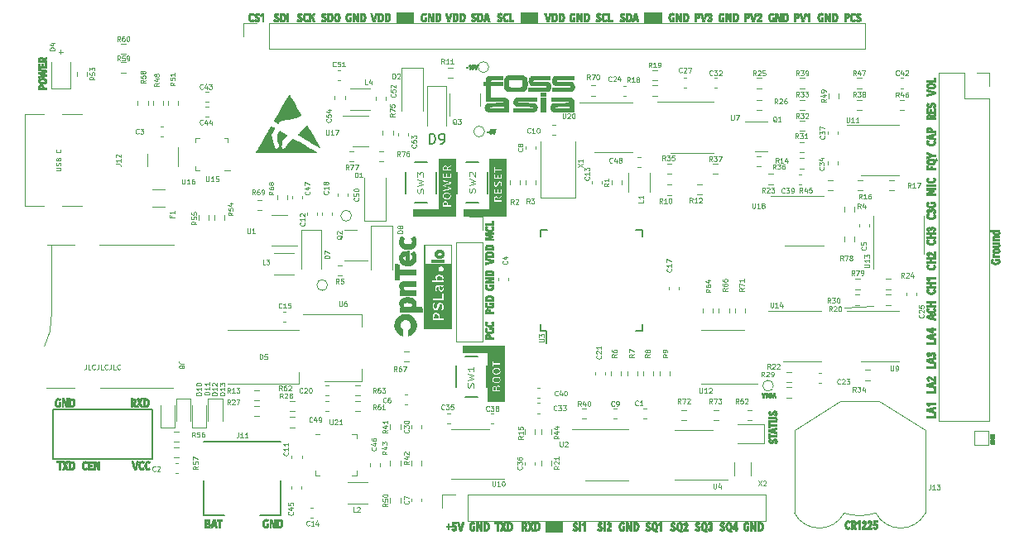
<source format=gbr>
G04 #@! TF.GenerationSoftware,KiCad,Pcbnew,7.0.6-0*
G04 #@! TF.CreationDate,2023-12-03T12:12:01+05:30*
G04 #@! TF.ProjectId,PSLab,50534c61-622e-46b6-9963-61645f706362,v6.0-beta*
G04 #@! TF.SameCoordinates,Original*
G04 #@! TF.FileFunction,Legend,Top*
G04 #@! TF.FilePolarity,Positive*
%FSLAX46Y46*%
G04 Gerber Fmt 4.6, Leading zero omitted, Abs format (unit mm)*
G04 Created by KiCad (PCBNEW 7.0.6-0) date 2023-12-03 12:12:01*
%MOMM*%
%LPD*%
G01*
G04 APERTURE LIST*
%ADD10C,0.100000*%
%ADD11C,0.125000*%
%ADD12C,0.075000*%
%ADD13C,0.110000*%
%ADD14C,0.150000*%
%ADD15C,0.010000*%
%ADD16C,0.120000*%
%ADD17C,0.152400*%
G04 APERTURE END LIST*
D10*
X183000000Y-77050000D02*
X186000000Y-76850000D01*
X102670723Y-50808033D02*
X103051676Y-50808033D01*
X102861199Y-50998509D02*
X102861199Y-50617557D01*
D11*
X105433333Y-82824809D02*
X105433333Y-83181952D01*
X105433333Y-83181952D02*
X105409524Y-83253380D01*
X105409524Y-83253380D02*
X105361905Y-83301000D01*
X105361905Y-83301000D02*
X105290476Y-83324809D01*
X105290476Y-83324809D02*
X105242857Y-83324809D01*
X105909523Y-83324809D02*
X105671428Y-83324809D01*
X105671428Y-83324809D02*
X105671428Y-82824809D01*
X106361904Y-83277190D02*
X106338095Y-83301000D01*
X106338095Y-83301000D02*
X106266666Y-83324809D01*
X106266666Y-83324809D02*
X106219047Y-83324809D01*
X106219047Y-83324809D02*
X106147619Y-83301000D01*
X106147619Y-83301000D02*
X106100000Y-83253380D01*
X106100000Y-83253380D02*
X106076190Y-83205761D01*
X106076190Y-83205761D02*
X106052381Y-83110523D01*
X106052381Y-83110523D02*
X106052381Y-83039095D01*
X106052381Y-83039095D02*
X106076190Y-82943857D01*
X106076190Y-82943857D02*
X106100000Y-82896238D01*
X106100000Y-82896238D02*
X106147619Y-82848619D01*
X106147619Y-82848619D02*
X106219047Y-82824809D01*
X106219047Y-82824809D02*
X106266666Y-82824809D01*
X106266666Y-82824809D02*
X106338095Y-82848619D01*
X106338095Y-82848619D02*
X106361904Y-82872428D01*
X106719047Y-82824809D02*
X106719047Y-83181952D01*
X106719047Y-83181952D02*
X106695238Y-83253380D01*
X106695238Y-83253380D02*
X106647619Y-83301000D01*
X106647619Y-83301000D02*
X106576190Y-83324809D01*
X106576190Y-83324809D02*
X106528571Y-83324809D01*
X107195237Y-83324809D02*
X106957142Y-83324809D01*
X106957142Y-83324809D02*
X106957142Y-82824809D01*
X107647618Y-83277190D02*
X107623809Y-83301000D01*
X107623809Y-83301000D02*
X107552380Y-83324809D01*
X107552380Y-83324809D02*
X107504761Y-83324809D01*
X107504761Y-83324809D02*
X107433333Y-83301000D01*
X107433333Y-83301000D02*
X107385714Y-83253380D01*
X107385714Y-83253380D02*
X107361904Y-83205761D01*
X107361904Y-83205761D02*
X107338095Y-83110523D01*
X107338095Y-83110523D02*
X107338095Y-83039095D01*
X107338095Y-83039095D02*
X107361904Y-82943857D01*
X107361904Y-82943857D02*
X107385714Y-82896238D01*
X107385714Y-82896238D02*
X107433333Y-82848619D01*
X107433333Y-82848619D02*
X107504761Y-82824809D01*
X107504761Y-82824809D02*
X107552380Y-82824809D01*
X107552380Y-82824809D02*
X107623809Y-82848619D01*
X107623809Y-82848619D02*
X107647618Y-82872428D01*
X108004761Y-82824809D02*
X108004761Y-83181952D01*
X108004761Y-83181952D02*
X107980952Y-83253380D01*
X107980952Y-83253380D02*
X107933333Y-83301000D01*
X107933333Y-83301000D02*
X107861904Y-83324809D01*
X107861904Y-83324809D02*
X107814285Y-83324809D01*
X108480951Y-83324809D02*
X108242856Y-83324809D01*
X108242856Y-83324809D02*
X108242856Y-82824809D01*
X108933332Y-83277190D02*
X108909523Y-83301000D01*
X108909523Y-83301000D02*
X108838094Y-83324809D01*
X108838094Y-83324809D02*
X108790475Y-83324809D01*
X108790475Y-83324809D02*
X108719047Y-83301000D01*
X108719047Y-83301000D02*
X108671428Y-83253380D01*
X108671428Y-83253380D02*
X108647618Y-83205761D01*
X108647618Y-83205761D02*
X108623809Y-83110523D01*
X108623809Y-83110523D02*
X108623809Y-83039095D01*
X108623809Y-83039095D02*
X108647618Y-82943857D01*
X108647618Y-82943857D02*
X108671428Y-82896238D01*
X108671428Y-82896238D02*
X108719047Y-82848619D01*
X108719047Y-82848619D02*
X108790475Y-82824809D01*
X108790475Y-82824809D02*
X108838094Y-82824809D01*
X108838094Y-82824809D02*
X108909523Y-82848619D01*
X108909523Y-82848619D02*
X108933332Y-82872428D01*
D10*
X102366109Y-62971428D02*
X102770871Y-62971428D01*
X102770871Y-62971428D02*
X102818490Y-62947618D01*
X102818490Y-62947618D02*
X102842300Y-62923809D01*
X102842300Y-62923809D02*
X102866109Y-62876190D01*
X102866109Y-62876190D02*
X102866109Y-62780952D01*
X102866109Y-62780952D02*
X102842300Y-62733333D01*
X102842300Y-62733333D02*
X102818490Y-62709523D01*
X102818490Y-62709523D02*
X102770871Y-62685714D01*
X102770871Y-62685714D02*
X102366109Y-62685714D01*
X102842300Y-62471427D02*
X102866109Y-62399999D01*
X102866109Y-62399999D02*
X102866109Y-62280951D01*
X102866109Y-62280951D02*
X102842300Y-62233332D01*
X102842300Y-62233332D02*
X102818490Y-62209523D01*
X102818490Y-62209523D02*
X102770871Y-62185713D01*
X102770871Y-62185713D02*
X102723252Y-62185713D01*
X102723252Y-62185713D02*
X102675633Y-62209523D01*
X102675633Y-62209523D02*
X102651823Y-62233332D01*
X102651823Y-62233332D02*
X102628014Y-62280951D01*
X102628014Y-62280951D02*
X102604204Y-62376189D01*
X102604204Y-62376189D02*
X102580395Y-62423808D01*
X102580395Y-62423808D02*
X102556585Y-62447618D01*
X102556585Y-62447618D02*
X102508966Y-62471427D01*
X102508966Y-62471427D02*
X102461347Y-62471427D01*
X102461347Y-62471427D02*
X102413728Y-62447618D01*
X102413728Y-62447618D02*
X102389919Y-62423808D01*
X102389919Y-62423808D02*
X102366109Y-62376189D01*
X102366109Y-62376189D02*
X102366109Y-62257142D01*
X102366109Y-62257142D02*
X102389919Y-62185713D01*
X102604204Y-61804761D02*
X102628014Y-61733333D01*
X102628014Y-61733333D02*
X102651823Y-61709523D01*
X102651823Y-61709523D02*
X102699442Y-61685714D01*
X102699442Y-61685714D02*
X102770871Y-61685714D01*
X102770871Y-61685714D02*
X102818490Y-61709523D01*
X102818490Y-61709523D02*
X102842300Y-61733333D01*
X102842300Y-61733333D02*
X102866109Y-61780952D01*
X102866109Y-61780952D02*
X102866109Y-61971428D01*
X102866109Y-61971428D02*
X102366109Y-61971428D01*
X102366109Y-61971428D02*
X102366109Y-61804761D01*
X102366109Y-61804761D02*
X102389919Y-61757142D01*
X102389919Y-61757142D02*
X102413728Y-61733333D01*
X102413728Y-61733333D02*
X102461347Y-61709523D01*
X102461347Y-61709523D02*
X102508966Y-61709523D01*
X102508966Y-61709523D02*
X102556585Y-61733333D01*
X102556585Y-61733333D02*
X102580395Y-61757142D01*
X102580395Y-61757142D02*
X102604204Y-61804761D01*
X102604204Y-61804761D02*
X102604204Y-61971428D01*
X102818490Y-60804762D02*
X102842300Y-60828571D01*
X102842300Y-60828571D02*
X102866109Y-60900000D01*
X102866109Y-60900000D02*
X102866109Y-60947619D01*
X102866109Y-60947619D02*
X102842300Y-61019047D01*
X102842300Y-61019047D02*
X102794680Y-61066666D01*
X102794680Y-61066666D02*
X102747061Y-61090476D01*
X102747061Y-61090476D02*
X102651823Y-61114285D01*
X102651823Y-61114285D02*
X102580395Y-61114285D01*
X102580395Y-61114285D02*
X102485157Y-61090476D01*
X102485157Y-61090476D02*
X102437538Y-61066666D01*
X102437538Y-61066666D02*
X102389919Y-61019047D01*
X102389919Y-61019047D02*
X102366109Y-60947619D01*
X102366109Y-60947619D02*
X102366109Y-60900000D01*
X102366109Y-60900000D02*
X102389919Y-60828571D01*
X102389919Y-60828571D02*
X102413728Y-60804762D01*
D11*
X115475190Y-82733333D02*
X115118047Y-82733333D01*
X115118047Y-82733333D02*
X115046619Y-82709524D01*
X115046619Y-82709524D02*
X114999000Y-82661905D01*
X114999000Y-82661905D02*
X114975190Y-82590476D01*
X114975190Y-82590476D02*
X114975190Y-82542857D01*
X115260904Y-83042857D02*
X115284714Y-82995238D01*
X115284714Y-82995238D02*
X115308523Y-82971428D01*
X115308523Y-82971428D02*
X115356142Y-82947619D01*
X115356142Y-82947619D02*
X115379952Y-82947619D01*
X115379952Y-82947619D02*
X115427571Y-82971428D01*
X115427571Y-82971428D02*
X115451380Y-82995238D01*
X115451380Y-82995238D02*
X115475190Y-83042857D01*
X115475190Y-83042857D02*
X115475190Y-83138095D01*
X115475190Y-83138095D02*
X115451380Y-83185714D01*
X115451380Y-83185714D02*
X115427571Y-83209523D01*
X115427571Y-83209523D02*
X115379952Y-83233333D01*
X115379952Y-83233333D02*
X115356142Y-83233333D01*
X115356142Y-83233333D02*
X115308523Y-83209523D01*
X115308523Y-83209523D02*
X115284714Y-83185714D01*
X115284714Y-83185714D02*
X115260904Y-83138095D01*
X115260904Y-83138095D02*
X115260904Y-83042857D01*
X115260904Y-83042857D02*
X115237095Y-82995238D01*
X115237095Y-82995238D02*
X115213285Y-82971428D01*
X115213285Y-82971428D02*
X115165666Y-82947619D01*
X115165666Y-82947619D02*
X115070428Y-82947619D01*
X115070428Y-82947619D02*
X115022809Y-82971428D01*
X115022809Y-82971428D02*
X114999000Y-82995238D01*
X114999000Y-82995238D02*
X114975190Y-83042857D01*
X114975190Y-83042857D02*
X114975190Y-83138095D01*
X114975190Y-83138095D02*
X114999000Y-83185714D01*
X114999000Y-83185714D02*
X115022809Y-83209523D01*
X115022809Y-83209523D02*
X115070428Y-83233333D01*
X115070428Y-83233333D02*
X115165666Y-83233333D01*
X115165666Y-83233333D02*
X115213285Y-83209523D01*
X115213285Y-83209523D02*
X115237095Y-83185714D01*
X115237095Y-83185714D02*
X115260904Y-83138095D01*
D10*
X121025238Y-89816109D02*
X121025238Y-90173252D01*
X121025238Y-90173252D02*
X121001429Y-90244680D01*
X121001429Y-90244680D02*
X120953810Y-90292300D01*
X120953810Y-90292300D02*
X120882381Y-90316109D01*
X120882381Y-90316109D02*
X120834762Y-90316109D01*
X121525238Y-90316109D02*
X121239524Y-90316109D01*
X121382381Y-90316109D02*
X121382381Y-89816109D01*
X121382381Y-89816109D02*
X121334762Y-89887538D01*
X121334762Y-89887538D02*
X121287143Y-89935157D01*
X121287143Y-89935157D02*
X121239524Y-89958966D01*
X122001428Y-90316109D02*
X121715714Y-90316109D01*
X121858571Y-90316109D02*
X121858571Y-89816109D01*
X121858571Y-89816109D02*
X121810952Y-89887538D01*
X121810952Y-89887538D02*
X121763333Y-89935157D01*
X121763333Y-89935157D02*
X121715714Y-89958966D01*
D12*
X133016666Y-97927409D02*
X132778571Y-97927409D01*
X132778571Y-97927409D02*
X132778571Y-97427409D01*
X133159524Y-97475028D02*
X133183333Y-97451219D01*
X133183333Y-97451219D02*
X133230952Y-97427409D01*
X133230952Y-97427409D02*
X133350000Y-97427409D01*
X133350000Y-97427409D02*
X133397619Y-97451219D01*
X133397619Y-97451219D02*
X133421428Y-97475028D01*
X133421428Y-97475028D02*
X133445238Y-97522647D01*
X133445238Y-97522647D02*
X133445238Y-97570266D01*
X133445238Y-97570266D02*
X133421428Y-97641695D01*
X133421428Y-97641695D02*
X133135714Y-97927409D01*
X133135714Y-97927409D02*
X133445238Y-97927409D01*
X123766666Y-72577409D02*
X123528571Y-72577409D01*
X123528571Y-72577409D02*
X123528571Y-72077409D01*
X123885714Y-72077409D02*
X124195238Y-72077409D01*
X124195238Y-72077409D02*
X124028571Y-72267885D01*
X124028571Y-72267885D02*
X124100000Y-72267885D01*
X124100000Y-72267885D02*
X124147619Y-72291695D01*
X124147619Y-72291695D02*
X124171428Y-72315504D01*
X124171428Y-72315504D02*
X124195238Y-72363123D01*
X124195238Y-72363123D02*
X124195238Y-72482171D01*
X124195238Y-72482171D02*
X124171428Y-72529790D01*
X124171428Y-72529790D02*
X124147619Y-72553600D01*
X124147619Y-72553600D02*
X124100000Y-72577409D01*
X124100000Y-72577409D02*
X123957143Y-72577409D01*
X123957143Y-72577409D02*
X123909524Y-72553600D01*
X123909524Y-72553600D02*
X123885714Y-72529790D01*
X162452409Y-65983333D02*
X162452409Y-66221428D01*
X162452409Y-66221428D02*
X161952409Y-66221428D01*
X162452409Y-65554761D02*
X162452409Y-65840475D01*
X162452409Y-65697618D02*
X161952409Y-65697618D01*
X161952409Y-65697618D02*
X162023838Y-65745237D01*
X162023838Y-65745237D02*
X162071457Y-65792856D01*
X162071457Y-65792856D02*
X162095266Y-65840475D01*
D10*
X134241666Y-54176109D02*
X134003571Y-54176109D01*
X134003571Y-54176109D02*
X134003571Y-53676109D01*
X134622619Y-53842776D02*
X134622619Y-54176109D01*
X134503571Y-53652300D02*
X134384524Y-54009442D01*
X134384524Y-54009442D02*
X134694047Y-54009442D01*
X176278571Y-62176109D02*
X176111905Y-61938014D01*
X175992857Y-62176109D02*
X175992857Y-61676109D01*
X175992857Y-61676109D02*
X176183333Y-61676109D01*
X176183333Y-61676109D02*
X176230952Y-61699919D01*
X176230952Y-61699919D02*
X176254762Y-61723728D01*
X176254762Y-61723728D02*
X176278571Y-61771347D01*
X176278571Y-61771347D02*
X176278571Y-61842776D01*
X176278571Y-61842776D02*
X176254762Y-61890395D01*
X176254762Y-61890395D02*
X176230952Y-61914204D01*
X176230952Y-61914204D02*
X176183333Y-61938014D01*
X176183333Y-61938014D02*
X175992857Y-61938014D01*
X176754762Y-62176109D02*
X176469048Y-62176109D01*
X176611905Y-62176109D02*
X176611905Y-61676109D01*
X176611905Y-61676109D02*
X176564286Y-61747538D01*
X176564286Y-61747538D02*
X176516667Y-61795157D01*
X176516667Y-61795157D02*
X176469048Y-61818966D01*
X177183333Y-61842776D02*
X177183333Y-62176109D01*
X177064285Y-61652300D02*
X176945238Y-62009442D01*
X176945238Y-62009442D02*
X177254761Y-62009442D01*
X150129609Y-90153428D02*
X149891514Y-90320094D01*
X150129609Y-90439142D02*
X149629609Y-90439142D01*
X149629609Y-90439142D02*
X149629609Y-90248666D01*
X149629609Y-90248666D02*
X149653419Y-90201047D01*
X149653419Y-90201047D02*
X149677228Y-90177237D01*
X149677228Y-90177237D02*
X149724847Y-90153428D01*
X149724847Y-90153428D02*
X149796276Y-90153428D01*
X149796276Y-90153428D02*
X149843895Y-90177237D01*
X149843895Y-90177237D02*
X149867704Y-90201047D01*
X149867704Y-90201047D02*
X149891514Y-90248666D01*
X149891514Y-90248666D02*
X149891514Y-90439142D01*
X150129609Y-89677237D02*
X150129609Y-89962951D01*
X150129609Y-89820094D02*
X149629609Y-89820094D01*
X149629609Y-89820094D02*
X149701038Y-89867713D01*
X149701038Y-89867713D02*
X149748657Y-89915332D01*
X149748657Y-89915332D02*
X149772466Y-89962951D01*
X149629609Y-89224857D02*
X149629609Y-89462952D01*
X149629609Y-89462952D02*
X149867704Y-89486761D01*
X149867704Y-89486761D02*
X149843895Y-89462952D01*
X149843895Y-89462952D02*
X149820085Y-89415333D01*
X149820085Y-89415333D02*
X149820085Y-89296285D01*
X149820085Y-89296285D02*
X149843895Y-89248666D01*
X149843895Y-89248666D02*
X149867704Y-89224857D01*
X149867704Y-89224857D02*
X149915323Y-89201047D01*
X149915323Y-89201047D02*
X150034371Y-89201047D01*
X150034371Y-89201047D02*
X150081990Y-89224857D01*
X150081990Y-89224857D02*
X150105800Y-89248666D01*
X150105800Y-89248666D02*
X150129609Y-89296285D01*
X150129609Y-89296285D02*
X150129609Y-89415333D01*
X150129609Y-89415333D02*
X150105800Y-89462952D01*
X150105800Y-89462952D02*
X150081990Y-89486761D01*
X161078571Y-53926109D02*
X160911905Y-53688014D01*
X160792857Y-53926109D02*
X160792857Y-53426109D01*
X160792857Y-53426109D02*
X160983333Y-53426109D01*
X160983333Y-53426109D02*
X161030952Y-53449919D01*
X161030952Y-53449919D02*
X161054762Y-53473728D01*
X161054762Y-53473728D02*
X161078571Y-53521347D01*
X161078571Y-53521347D02*
X161078571Y-53592776D01*
X161078571Y-53592776D02*
X161054762Y-53640395D01*
X161054762Y-53640395D02*
X161030952Y-53664204D01*
X161030952Y-53664204D02*
X160983333Y-53688014D01*
X160983333Y-53688014D02*
X160792857Y-53688014D01*
X161554762Y-53926109D02*
X161269048Y-53926109D01*
X161411905Y-53926109D02*
X161411905Y-53426109D01*
X161411905Y-53426109D02*
X161364286Y-53497538D01*
X161364286Y-53497538D02*
X161316667Y-53545157D01*
X161316667Y-53545157D02*
X161269048Y-53568966D01*
X161840476Y-53640395D02*
X161792857Y-53616585D01*
X161792857Y-53616585D02*
X161769047Y-53592776D01*
X161769047Y-53592776D02*
X161745238Y-53545157D01*
X161745238Y-53545157D02*
X161745238Y-53521347D01*
X161745238Y-53521347D02*
X161769047Y-53473728D01*
X161769047Y-53473728D02*
X161792857Y-53449919D01*
X161792857Y-53449919D02*
X161840476Y-53426109D01*
X161840476Y-53426109D02*
X161935714Y-53426109D01*
X161935714Y-53426109D02*
X161983333Y-53449919D01*
X161983333Y-53449919D02*
X162007142Y-53473728D01*
X162007142Y-53473728D02*
X162030952Y-53521347D01*
X162030952Y-53521347D02*
X162030952Y-53545157D01*
X162030952Y-53545157D02*
X162007142Y-53592776D01*
X162007142Y-53592776D02*
X161983333Y-53616585D01*
X161983333Y-53616585D02*
X161935714Y-53640395D01*
X161935714Y-53640395D02*
X161840476Y-53640395D01*
X161840476Y-53640395D02*
X161792857Y-53664204D01*
X161792857Y-53664204D02*
X161769047Y-53688014D01*
X161769047Y-53688014D02*
X161745238Y-53735633D01*
X161745238Y-53735633D02*
X161745238Y-53830871D01*
X161745238Y-53830871D02*
X161769047Y-53878490D01*
X161769047Y-53878490D02*
X161792857Y-53902300D01*
X161792857Y-53902300D02*
X161840476Y-53926109D01*
X161840476Y-53926109D02*
X161935714Y-53926109D01*
X161935714Y-53926109D02*
X161983333Y-53902300D01*
X161983333Y-53902300D02*
X162007142Y-53878490D01*
X162007142Y-53878490D02*
X162030952Y-53830871D01*
X162030952Y-53830871D02*
X162030952Y-53735633D01*
X162030952Y-53735633D02*
X162007142Y-53688014D01*
X162007142Y-53688014D02*
X161983333Y-53664204D01*
X161983333Y-53664204D02*
X161935714Y-53640395D01*
X163279071Y-52410109D02*
X163112405Y-52172014D01*
X162993357Y-52410109D02*
X162993357Y-51910109D01*
X162993357Y-51910109D02*
X163183833Y-51910109D01*
X163183833Y-51910109D02*
X163231452Y-51933919D01*
X163231452Y-51933919D02*
X163255262Y-51957728D01*
X163255262Y-51957728D02*
X163279071Y-52005347D01*
X163279071Y-52005347D02*
X163279071Y-52076776D01*
X163279071Y-52076776D02*
X163255262Y-52124395D01*
X163255262Y-52124395D02*
X163231452Y-52148204D01*
X163231452Y-52148204D02*
X163183833Y-52172014D01*
X163183833Y-52172014D02*
X162993357Y-52172014D01*
X163755262Y-52410109D02*
X163469548Y-52410109D01*
X163612405Y-52410109D02*
X163612405Y-51910109D01*
X163612405Y-51910109D02*
X163564786Y-51981538D01*
X163564786Y-51981538D02*
X163517167Y-52029157D01*
X163517167Y-52029157D02*
X163469548Y-52052966D01*
X163993357Y-52410109D02*
X164088595Y-52410109D01*
X164088595Y-52410109D02*
X164136214Y-52386300D01*
X164136214Y-52386300D02*
X164160023Y-52362490D01*
X164160023Y-52362490D02*
X164207642Y-52291061D01*
X164207642Y-52291061D02*
X164231452Y-52195823D01*
X164231452Y-52195823D02*
X164231452Y-52005347D01*
X164231452Y-52005347D02*
X164207642Y-51957728D01*
X164207642Y-51957728D02*
X164183833Y-51933919D01*
X164183833Y-51933919D02*
X164136214Y-51910109D01*
X164136214Y-51910109D02*
X164040976Y-51910109D01*
X164040976Y-51910109D02*
X163993357Y-51933919D01*
X163993357Y-51933919D02*
X163969547Y-51957728D01*
X163969547Y-51957728D02*
X163945738Y-52005347D01*
X163945738Y-52005347D02*
X163945738Y-52124395D01*
X163945738Y-52124395D02*
X163969547Y-52172014D01*
X163969547Y-52172014D02*
X163993357Y-52195823D01*
X163993357Y-52195823D02*
X164040976Y-52219633D01*
X164040976Y-52219633D02*
X164136214Y-52219633D01*
X164136214Y-52219633D02*
X164183833Y-52195823D01*
X164183833Y-52195823D02*
X164207642Y-52172014D01*
X164207642Y-52172014D02*
X164231452Y-52124395D01*
X181728571Y-77376109D02*
X181561905Y-77138014D01*
X181442857Y-77376109D02*
X181442857Y-76876109D01*
X181442857Y-76876109D02*
X181633333Y-76876109D01*
X181633333Y-76876109D02*
X181680952Y-76899919D01*
X181680952Y-76899919D02*
X181704762Y-76923728D01*
X181704762Y-76923728D02*
X181728571Y-76971347D01*
X181728571Y-76971347D02*
X181728571Y-77042776D01*
X181728571Y-77042776D02*
X181704762Y-77090395D01*
X181704762Y-77090395D02*
X181680952Y-77114204D01*
X181680952Y-77114204D02*
X181633333Y-77138014D01*
X181633333Y-77138014D02*
X181442857Y-77138014D01*
X181919048Y-76923728D02*
X181942857Y-76899919D01*
X181942857Y-76899919D02*
X181990476Y-76876109D01*
X181990476Y-76876109D02*
X182109524Y-76876109D01*
X182109524Y-76876109D02*
X182157143Y-76899919D01*
X182157143Y-76899919D02*
X182180952Y-76923728D01*
X182180952Y-76923728D02*
X182204762Y-76971347D01*
X182204762Y-76971347D02*
X182204762Y-77018966D01*
X182204762Y-77018966D02*
X182180952Y-77090395D01*
X182180952Y-77090395D02*
X181895238Y-77376109D01*
X181895238Y-77376109D02*
X182204762Y-77376109D01*
X182514285Y-76876109D02*
X182561904Y-76876109D01*
X182561904Y-76876109D02*
X182609523Y-76899919D01*
X182609523Y-76899919D02*
X182633333Y-76923728D01*
X182633333Y-76923728D02*
X182657142Y-76971347D01*
X182657142Y-76971347D02*
X182680952Y-77066585D01*
X182680952Y-77066585D02*
X182680952Y-77185633D01*
X182680952Y-77185633D02*
X182657142Y-77280871D01*
X182657142Y-77280871D02*
X182633333Y-77328490D01*
X182633333Y-77328490D02*
X182609523Y-77352300D01*
X182609523Y-77352300D02*
X182561904Y-77376109D01*
X182561904Y-77376109D02*
X182514285Y-77376109D01*
X182514285Y-77376109D02*
X182466666Y-77352300D01*
X182466666Y-77352300D02*
X182442857Y-77328490D01*
X182442857Y-77328490D02*
X182419047Y-77280871D01*
X182419047Y-77280871D02*
X182395238Y-77185633D01*
X182395238Y-77185633D02*
X182395238Y-77066585D01*
X182395238Y-77066585D02*
X182419047Y-76971347D01*
X182419047Y-76971347D02*
X182442857Y-76923728D01*
X182442857Y-76923728D02*
X182466666Y-76899919D01*
X182466666Y-76899919D02*
X182514285Y-76876109D01*
X153826109Y-93221428D02*
X153588014Y-93388094D01*
X153826109Y-93507142D02*
X153326109Y-93507142D01*
X153326109Y-93507142D02*
X153326109Y-93316666D01*
X153326109Y-93316666D02*
X153349919Y-93269047D01*
X153349919Y-93269047D02*
X153373728Y-93245237D01*
X153373728Y-93245237D02*
X153421347Y-93221428D01*
X153421347Y-93221428D02*
X153492776Y-93221428D01*
X153492776Y-93221428D02*
X153540395Y-93245237D01*
X153540395Y-93245237D02*
X153564204Y-93269047D01*
X153564204Y-93269047D02*
X153588014Y-93316666D01*
X153588014Y-93316666D02*
X153588014Y-93507142D01*
X153373728Y-93030951D02*
X153349919Y-93007142D01*
X153349919Y-93007142D02*
X153326109Y-92959523D01*
X153326109Y-92959523D02*
X153326109Y-92840475D01*
X153326109Y-92840475D02*
X153349919Y-92792856D01*
X153349919Y-92792856D02*
X153373728Y-92769047D01*
X153373728Y-92769047D02*
X153421347Y-92745237D01*
X153421347Y-92745237D02*
X153468966Y-92745237D01*
X153468966Y-92745237D02*
X153540395Y-92769047D01*
X153540395Y-92769047D02*
X153826109Y-93054761D01*
X153826109Y-93054761D02*
X153826109Y-92745237D01*
X153826109Y-92269047D02*
X153826109Y-92554761D01*
X153826109Y-92411904D02*
X153326109Y-92411904D01*
X153326109Y-92411904D02*
X153397538Y-92459523D01*
X153397538Y-92459523D02*
X153445157Y-92507142D01*
X153445157Y-92507142D02*
X153468966Y-92554761D01*
X189128571Y-73926109D02*
X188961905Y-73688014D01*
X188842857Y-73926109D02*
X188842857Y-73426109D01*
X188842857Y-73426109D02*
X189033333Y-73426109D01*
X189033333Y-73426109D02*
X189080952Y-73449919D01*
X189080952Y-73449919D02*
X189104762Y-73473728D01*
X189104762Y-73473728D02*
X189128571Y-73521347D01*
X189128571Y-73521347D02*
X189128571Y-73592776D01*
X189128571Y-73592776D02*
X189104762Y-73640395D01*
X189104762Y-73640395D02*
X189080952Y-73664204D01*
X189080952Y-73664204D02*
X189033333Y-73688014D01*
X189033333Y-73688014D02*
X188842857Y-73688014D01*
X189319048Y-73473728D02*
X189342857Y-73449919D01*
X189342857Y-73449919D02*
X189390476Y-73426109D01*
X189390476Y-73426109D02*
X189509524Y-73426109D01*
X189509524Y-73426109D02*
X189557143Y-73449919D01*
X189557143Y-73449919D02*
X189580952Y-73473728D01*
X189580952Y-73473728D02*
X189604762Y-73521347D01*
X189604762Y-73521347D02*
X189604762Y-73568966D01*
X189604762Y-73568966D02*
X189580952Y-73640395D01*
X189580952Y-73640395D02*
X189295238Y-73926109D01*
X189295238Y-73926109D02*
X189604762Y-73926109D01*
X190033333Y-73592776D02*
X190033333Y-73926109D01*
X189914285Y-73402300D02*
X189795238Y-73759442D01*
X189795238Y-73759442D02*
X190104761Y-73759442D01*
X173973571Y-53236109D02*
X173806905Y-52998014D01*
X173687857Y-53236109D02*
X173687857Y-52736109D01*
X173687857Y-52736109D02*
X173878333Y-52736109D01*
X173878333Y-52736109D02*
X173925952Y-52759919D01*
X173925952Y-52759919D02*
X173949762Y-52783728D01*
X173949762Y-52783728D02*
X173973571Y-52831347D01*
X173973571Y-52831347D02*
X173973571Y-52902776D01*
X173973571Y-52902776D02*
X173949762Y-52950395D01*
X173949762Y-52950395D02*
X173925952Y-52974204D01*
X173925952Y-52974204D02*
X173878333Y-52998014D01*
X173878333Y-52998014D02*
X173687857Y-52998014D01*
X174164048Y-52783728D02*
X174187857Y-52759919D01*
X174187857Y-52759919D02*
X174235476Y-52736109D01*
X174235476Y-52736109D02*
X174354524Y-52736109D01*
X174354524Y-52736109D02*
X174402143Y-52759919D01*
X174402143Y-52759919D02*
X174425952Y-52783728D01*
X174425952Y-52783728D02*
X174449762Y-52831347D01*
X174449762Y-52831347D02*
X174449762Y-52878966D01*
X174449762Y-52878966D02*
X174425952Y-52950395D01*
X174425952Y-52950395D02*
X174140238Y-53236109D01*
X174140238Y-53236109D02*
X174449762Y-53236109D01*
X174902142Y-52736109D02*
X174664047Y-52736109D01*
X174664047Y-52736109D02*
X174640238Y-52974204D01*
X174640238Y-52974204D02*
X174664047Y-52950395D01*
X174664047Y-52950395D02*
X174711666Y-52926585D01*
X174711666Y-52926585D02*
X174830714Y-52926585D01*
X174830714Y-52926585D02*
X174878333Y-52950395D01*
X174878333Y-52950395D02*
X174902142Y-52974204D01*
X174902142Y-52974204D02*
X174925952Y-53021823D01*
X174925952Y-53021823D02*
X174925952Y-53140871D01*
X174925952Y-53140871D02*
X174902142Y-53188490D01*
X174902142Y-53188490D02*
X174878333Y-53212300D01*
X174878333Y-53212300D02*
X174830714Y-53236109D01*
X174830714Y-53236109D02*
X174711666Y-53236109D01*
X174711666Y-53236109D02*
X174664047Y-53212300D01*
X174664047Y-53212300D02*
X174640238Y-53188490D01*
X181578571Y-76526109D02*
X181411905Y-76288014D01*
X181292857Y-76526109D02*
X181292857Y-76026109D01*
X181292857Y-76026109D02*
X181483333Y-76026109D01*
X181483333Y-76026109D02*
X181530952Y-76049919D01*
X181530952Y-76049919D02*
X181554762Y-76073728D01*
X181554762Y-76073728D02*
X181578571Y-76121347D01*
X181578571Y-76121347D02*
X181578571Y-76192776D01*
X181578571Y-76192776D02*
X181554762Y-76240395D01*
X181554762Y-76240395D02*
X181530952Y-76264204D01*
X181530952Y-76264204D02*
X181483333Y-76288014D01*
X181483333Y-76288014D02*
X181292857Y-76288014D01*
X181745238Y-76026109D02*
X182054762Y-76026109D01*
X182054762Y-76026109D02*
X181888095Y-76216585D01*
X181888095Y-76216585D02*
X181959524Y-76216585D01*
X181959524Y-76216585D02*
X182007143Y-76240395D01*
X182007143Y-76240395D02*
X182030952Y-76264204D01*
X182030952Y-76264204D02*
X182054762Y-76311823D01*
X182054762Y-76311823D02*
X182054762Y-76430871D01*
X182054762Y-76430871D02*
X182030952Y-76478490D01*
X182030952Y-76478490D02*
X182007143Y-76502300D01*
X182007143Y-76502300D02*
X181959524Y-76526109D01*
X181959524Y-76526109D02*
X181816667Y-76526109D01*
X181816667Y-76526109D02*
X181769048Y-76502300D01*
X181769048Y-76502300D02*
X181745238Y-76478490D01*
X182364285Y-76026109D02*
X182411904Y-76026109D01*
X182411904Y-76026109D02*
X182459523Y-76049919D01*
X182459523Y-76049919D02*
X182483333Y-76073728D01*
X182483333Y-76073728D02*
X182507142Y-76121347D01*
X182507142Y-76121347D02*
X182530952Y-76216585D01*
X182530952Y-76216585D02*
X182530952Y-76335633D01*
X182530952Y-76335633D02*
X182507142Y-76430871D01*
X182507142Y-76430871D02*
X182483333Y-76478490D01*
X182483333Y-76478490D02*
X182459523Y-76502300D01*
X182459523Y-76502300D02*
X182411904Y-76526109D01*
X182411904Y-76526109D02*
X182364285Y-76526109D01*
X182364285Y-76526109D02*
X182316666Y-76502300D01*
X182316666Y-76502300D02*
X182292857Y-76478490D01*
X182292857Y-76478490D02*
X182269047Y-76430871D01*
X182269047Y-76430871D02*
X182245238Y-76335633D01*
X182245238Y-76335633D02*
X182245238Y-76216585D01*
X182245238Y-76216585D02*
X182269047Y-76121347D01*
X182269047Y-76121347D02*
X182292857Y-76073728D01*
X182292857Y-76073728D02*
X182316666Y-76049919D01*
X182316666Y-76049919D02*
X182364285Y-76026109D01*
X178278571Y-59676109D02*
X178111905Y-59438014D01*
X177992857Y-59676109D02*
X177992857Y-59176109D01*
X177992857Y-59176109D02*
X178183333Y-59176109D01*
X178183333Y-59176109D02*
X178230952Y-59199919D01*
X178230952Y-59199919D02*
X178254762Y-59223728D01*
X178254762Y-59223728D02*
X178278571Y-59271347D01*
X178278571Y-59271347D02*
X178278571Y-59342776D01*
X178278571Y-59342776D02*
X178254762Y-59390395D01*
X178254762Y-59390395D02*
X178230952Y-59414204D01*
X178230952Y-59414204D02*
X178183333Y-59438014D01*
X178183333Y-59438014D02*
X177992857Y-59438014D01*
X178445238Y-59176109D02*
X178754762Y-59176109D01*
X178754762Y-59176109D02*
X178588095Y-59366585D01*
X178588095Y-59366585D02*
X178659524Y-59366585D01*
X178659524Y-59366585D02*
X178707143Y-59390395D01*
X178707143Y-59390395D02*
X178730952Y-59414204D01*
X178730952Y-59414204D02*
X178754762Y-59461823D01*
X178754762Y-59461823D02*
X178754762Y-59580871D01*
X178754762Y-59580871D02*
X178730952Y-59628490D01*
X178730952Y-59628490D02*
X178707143Y-59652300D01*
X178707143Y-59652300D02*
X178659524Y-59676109D01*
X178659524Y-59676109D02*
X178516667Y-59676109D01*
X178516667Y-59676109D02*
X178469048Y-59652300D01*
X178469048Y-59652300D02*
X178445238Y-59628490D01*
X179230952Y-59676109D02*
X178945238Y-59676109D01*
X179088095Y-59676109D02*
X179088095Y-59176109D01*
X179088095Y-59176109D02*
X179040476Y-59247538D01*
X179040476Y-59247538D02*
X178992857Y-59295157D01*
X178992857Y-59295157D02*
X178945238Y-59318966D01*
X178354571Y-57617609D02*
X178187905Y-57379514D01*
X178068857Y-57617609D02*
X178068857Y-57117609D01*
X178068857Y-57117609D02*
X178259333Y-57117609D01*
X178259333Y-57117609D02*
X178306952Y-57141419D01*
X178306952Y-57141419D02*
X178330762Y-57165228D01*
X178330762Y-57165228D02*
X178354571Y-57212847D01*
X178354571Y-57212847D02*
X178354571Y-57284276D01*
X178354571Y-57284276D02*
X178330762Y-57331895D01*
X178330762Y-57331895D02*
X178306952Y-57355704D01*
X178306952Y-57355704D02*
X178259333Y-57379514D01*
X178259333Y-57379514D02*
X178068857Y-57379514D01*
X178521238Y-57117609D02*
X178830762Y-57117609D01*
X178830762Y-57117609D02*
X178664095Y-57308085D01*
X178664095Y-57308085D02*
X178735524Y-57308085D01*
X178735524Y-57308085D02*
X178783143Y-57331895D01*
X178783143Y-57331895D02*
X178806952Y-57355704D01*
X178806952Y-57355704D02*
X178830762Y-57403323D01*
X178830762Y-57403323D02*
X178830762Y-57522371D01*
X178830762Y-57522371D02*
X178806952Y-57569990D01*
X178806952Y-57569990D02*
X178783143Y-57593800D01*
X178783143Y-57593800D02*
X178735524Y-57617609D01*
X178735524Y-57617609D02*
X178592667Y-57617609D01*
X178592667Y-57617609D02*
X178545048Y-57593800D01*
X178545048Y-57593800D02*
X178521238Y-57569990D01*
X179021238Y-57165228D02*
X179045047Y-57141419D01*
X179045047Y-57141419D02*
X179092666Y-57117609D01*
X179092666Y-57117609D02*
X179211714Y-57117609D01*
X179211714Y-57117609D02*
X179259333Y-57141419D01*
X179259333Y-57141419D02*
X179283142Y-57165228D01*
X179283142Y-57165228D02*
X179306952Y-57212847D01*
X179306952Y-57212847D02*
X179306952Y-57260466D01*
X179306952Y-57260466D02*
X179283142Y-57331895D01*
X179283142Y-57331895D02*
X178997428Y-57617609D01*
X178997428Y-57617609D02*
X179306952Y-57617609D01*
X178354571Y-55395109D02*
X178187905Y-55157014D01*
X178068857Y-55395109D02*
X178068857Y-54895109D01*
X178068857Y-54895109D02*
X178259333Y-54895109D01*
X178259333Y-54895109D02*
X178306952Y-54918919D01*
X178306952Y-54918919D02*
X178330762Y-54942728D01*
X178330762Y-54942728D02*
X178354571Y-54990347D01*
X178354571Y-54990347D02*
X178354571Y-55061776D01*
X178354571Y-55061776D02*
X178330762Y-55109395D01*
X178330762Y-55109395D02*
X178306952Y-55133204D01*
X178306952Y-55133204D02*
X178259333Y-55157014D01*
X178259333Y-55157014D02*
X178068857Y-55157014D01*
X178521238Y-54895109D02*
X178830762Y-54895109D01*
X178830762Y-54895109D02*
X178664095Y-55085585D01*
X178664095Y-55085585D02*
X178735524Y-55085585D01*
X178735524Y-55085585D02*
X178783143Y-55109395D01*
X178783143Y-55109395D02*
X178806952Y-55133204D01*
X178806952Y-55133204D02*
X178830762Y-55180823D01*
X178830762Y-55180823D02*
X178830762Y-55299871D01*
X178830762Y-55299871D02*
X178806952Y-55347490D01*
X178806952Y-55347490D02*
X178783143Y-55371300D01*
X178783143Y-55371300D02*
X178735524Y-55395109D01*
X178735524Y-55395109D02*
X178592667Y-55395109D01*
X178592667Y-55395109D02*
X178545048Y-55371300D01*
X178545048Y-55371300D02*
X178521238Y-55347490D01*
X178997428Y-54895109D02*
X179306952Y-54895109D01*
X179306952Y-54895109D02*
X179140285Y-55085585D01*
X179140285Y-55085585D02*
X179211714Y-55085585D01*
X179211714Y-55085585D02*
X179259333Y-55109395D01*
X179259333Y-55109395D02*
X179283142Y-55133204D01*
X179283142Y-55133204D02*
X179306952Y-55180823D01*
X179306952Y-55180823D02*
X179306952Y-55299871D01*
X179306952Y-55299871D02*
X179283142Y-55347490D01*
X179283142Y-55347490D02*
X179259333Y-55371300D01*
X179259333Y-55371300D02*
X179211714Y-55395109D01*
X179211714Y-55395109D02*
X179068857Y-55395109D01*
X179068857Y-55395109D02*
X179021238Y-55371300D01*
X179021238Y-55371300D02*
X178997428Y-55347490D01*
X164678571Y-61926109D02*
X164511905Y-61688014D01*
X164392857Y-61926109D02*
X164392857Y-61426109D01*
X164392857Y-61426109D02*
X164583333Y-61426109D01*
X164583333Y-61426109D02*
X164630952Y-61449919D01*
X164630952Y-61449919D02*
X164654762Y-61473728D01*
X164654762Y-61473728D02*
X164678571Y-61521347D01*
X164678571Y-61521347D02*
X164678571Y-61592776D01*
X164678571Y-61592776D02*
X164654762Y-61640395D01*
X164654762Y-61640395D02*
X164630952Y-61664204D01*
X164630952Y-61664204D02*
X164583333Y-61688014D01*
X164583333Y-61688014D02*
X164392857Y-61688014D01*
X164845238Y-61426109D02*
X165154762Y-61426109D01*
X165154762Y-61426109D02*
X164988095Y-61616585D01*
X164988095Y-61616585D02*
X165059524Y-61616585D01*
X165059524Y-61616585D02*
X165107143Y-61640395D01*
X165107143Y-61640395D02*
X165130952Y-61664204D01*
X165130952Y-61664204D02*
X165154762Y-61711823D01*
X165154762Y-61711823D02*
X165154762Y-61830871D01*
X165154762Y-61830871D02*
X165130952Y-61878490D01*
X165130952Y-61878490D02*
X165107143Y-61902300D01*
X165107143Y-61902300D02*
X165059524Y-61926109D01*
X165059524Y-61926109D02*
X164916667Y-61926109D01*
X164916667Y-61926109D02*
X164869048Y-61902300D01*
X164869048Y-61902300D02*
X164845238Y-61878490D01*
X165607142Y-61426109D02*
X165369047Y-61426109D01*
X165369047Y-61426109D02*
X165345238Y-61664204D01*
X165345238Y-61664204D02*
X165369047Y-61640395D01*
X165369047Y-61640395D02*
X165416666Y-61616585D01*
X165416666Y-61616585D02*
X165535714Y-61616585D01*
X165535714Y-61616585D02*
X165583333Y-61640395D01*
X165583333Y-61640395D02*
X165607142Y-61664204D01*
X165607142Y-61664204D02*
X165630952Y-61711823D01*
X165630952Y-61711823D02*
X165630952Y-61830871D01*
X165630952Y-61830871D02*
X165607142Y-61878490D01*
X165607142Y-61878490D02*
X165583333Y-61902300D01*
X165583333Y-61902300D02*
X165535714Y-61926109D01*
X165535714Y-61926109D02*
X165416666Y-61926109D01*
X165416666Y-61926109D02*
X165369047Y-61902300D01*
X165369047Y-61902300D02*
X165345238Y-61878490D01*
X175978571Y-62826109D02*
X175811905Y-62588014D01*
X175692857Y-62826109D02*
X175692857Y-62326109D01*
X175692857Y-62326109D02*
X175883333Y-62326109D01*
X175883333Y-62326109D02*
X175930952Y-62349919D01*
X175930952Y-62349919D02*
X175954762Y-62373728D01*
X175954762Y-62373728D02*
X175978571Y-62421347D01*
X175978571Y-62421347D02*
X175978571Y-62492776D01*
X175978571Y-62492776D02*
X175954762Y-62540395D01*
X175954762Y-62540395D02*
X175930952Y-62564204D01*
X175930952Y-62564204D02*
X175883333Y-62588014D01*
X175883333Y-62588014D02*
X175692857Y-62588014D01*
X176145238Y-62326109D02*
X176454762Y-62326109D01*
X176454762Y-62326109D02*
X176288095Y-62516585D01*
X176288095Y-62516585D02*
X176359524Y-62516585D01*
X176359524Y-62516585D02*
X176407143Y-62540395D01*
X176407143Y-62540395D02*
X176430952Y-62564204D01*
X176430952Y-62564204D02*
X176454762Y-62611823D01*
X176454762Y-62611823D02*
X176454762Y-62730871D01*
X176454762Y-62730871D02*
X176430952Y-62778490D01*
X176430952Y-62778490D02*
X176407143Y-62802300D01*
X176407143Y-62802300D02*
X176359524Y-62826109D01*
X176359524Y-62826109D02*
X176216667Y-62826109D01*
X176216667Y-62826109D02*
X176169048Y-62802300D01*
X176169048Y-62802300D02*
X176145238Y-62778490D01*
X176883333Y-62326109D02*
X176788095Y-62326109D01*
X176788095Y-62326109D02*
X176740476Y-62349919D01*
X176740476Y-62349919D02*
X176716666Y-62373728D01*
X176716666Y-62373728D02*
X176669047Y-62445157D01*
X176669047Y-62445157D02*
X176645238Y-62540395D01*
X176645238Y-62540395D02*
X176645238Y-62730871D01*
X176645238Y-62730871D02*
X176669047Y-62778490D01*
X176669047Y-62778490D02*
X176692857Y-62802300D01*
X176692857Y-62802300D02*
X176740476Y-62826109D01*
X176740476Y-62826109D02*
X176835714Y-62826109D01*
X176835714Y-62826109D02*
X176883333Y-62802300D01*
X176883333Y-62802300D02*
X176907142Y-62778490D01*
X176907142Y-62778490D02*
X176930952Y-62730871D01*
X176930952Y-62730871D02*
X176930952Y-62611823D01*
X176930952Y-62611823D02*
X176907142Y-62564204D01*
X176907142Y-62564204D02*
X176883333Y-62540395D01*
X176883333Y-62540395D02*
X176835714Y-62516585D01*
X176835714Y-62516585D02*
X176740476Y-62516585D01*
X176740476Y-62516585D02*
X176692857Y-62540395D01*
X176692857Y-62540395D02*
X176669047Y-62564204D01*
X176669047Y-62564204D02*
X176645238Y-62611823D01*
X169464571Y-61999109D02*
X169297905Y-61761014D01*
X169178857Y-61999109D02*
X169178857Y-61499109D01*
X169178857Y-61499109D02*
X169369333Y-61499109D01*
X169369333Y-61499109D02*
X169416952Y-61522919D01*
X169416952Y-61522919D02*
X169440762Y-61546728D01*
X169440762Y-61546728D02*
X169464571Y-61594347D01*
X169464571Y-61594347D02*
X169464571Y-61665776D01*
X169464571Y-61665776D02*
X169440762Y-61713395D01*
X169440762Y-61713395D02*
X169416952Y-61737204D01*
X169416952Y-61737204D02*
X169369333Y-61761014D01*
X169369333Y-61761014D02*
X169178857Y-61761014D01*
X169631238Y-61499109D02*
X169940762Y-61499109D01*
X169940762Y-61499109D02*
X169774095Y-61689585D01*
X169774095Y-61689585D02*
X169845524Y-61689585D01*
X169845524Y-61689585D02*
X169893143Y-61713395D01*
X169893143Y-61713395D02*
X169916952Y-61737204D01*
X169916952Y-61737204D02*
X169940762Y-61784823D01*
X169940762Y-61784823D02*
X169940762Y-61903871D01*
X169940762Y-61903871D02*
X169916952Y-61951490D01*
X169916952Y-61951490D02*
X169893143Y-61975300D01*
X169893143Y-61975300D02*
X169845524Y-61999109D01*
X169845524Y-61999109D02*
X169702667Y-61999109D01*
X169702667Y-61999109D02*
X169655048Y-61975300D01*
X169655048Y-61975300D02*
X169631238Y-61951490D01*
X170107428Y-61499109D02*
X170440761Y-61499109D01*
X170440761Y-61499109D02*
X170226476Y-61999109D01*
X184195071Y-55426109D02*
X184028405Y-55188014D01*
X183909357Y-55426109D02*
X183909357Y-54926109D01*
X183909357Y-54926109D02*
X184099833Y-54926109D01*
X184099833Y-54926109D02*
X184147452Y-54949919D01*
X184147452Y-54949919D02*
X184171262Y-54973728D01*
X184171262Y-54973728D02*
X184195071Y-55021347D01*
X184195071Y-55021347D02*
X184195071Y-55092776D01*
X184195071Y-55092776D02*
X184171262Y-55140395D01*
X184171262Y-55140395D02*
X184147452Y-55164204D01*
X184147452Y-55164204D02*
X184099833Y-55188014D01*
X184099833Y-55188014D02*
X183909357Y-55188014D01*
X184361738Y-54926109D02*
X184671262Y-54926109D01*
X184671262Y-54926109D02*
X184504595Y-55116585D01*
X184504595Y-55116585D02*
X184576024Y-55116585D01*
X184576024Y-55116585D02*
X184623643Y-55140395D01*
X184623643Y-55140395D02*
X184647452Y-55164204D01*
X184647452Y-55164204D02*
X184671262Y-55211823D01*
X184671262Y-55211823D02*
X184671262Y-55330871D01*
X184671262Y-55330871D02*
X184647452Y-55378490D01*
X184647452Y-55378490D02*
X184623643Y-55402300D01*
X184623643Y-55402300D02*
X184576024Y-55426109D01*
X184576024Y-55426109D02*
X184433167Y-55426109D01*
X184433167Y-55426109D02*
X184385548Y-55402300D01*
X184385548Y-55402300D02*
X184361738Y-55378490D01*
X184956976Y-55140395D02*
X184909357Y-55116585D01*
X184909357Y-55116585D02*
X184885547Y-55092776D01*
X184885547Y-55092776D02*
X184861738Y-55045157D01*
X184861738Y-55045157D02*
X184861738Y-55021347D01*
X184861738Y-55021347D02*
X184885547Y-54973728D01*
X184885547Y-54973728D02*
X184909357Y-54949919D01*
X184909357Y-54949919D02*
X184956976Y-54926109D01*
X184956976Y-54926109D02*
X185052214Y-54926109D01*
X185052214Y-54926109D02*
X185099833Y-54949919D01*
X185099833Y-54949919D02*
X185123642Y-54973728D01*
X185123642Y-54973728D02*
X185147452Y-55021347D01*
X185147452Y-55021347D02*
X185147452Y-55045157D01*
X185147452Y-55045157D02*
X185123642Y-55092776D01*
X185123642Y-55092776D02*
X185099833Y-55116585D01*
X185099833Y-55116585D02*
X185052214Y-55140395D01*
X185052214Y-55140395D02*
X184956976Y-55140395D01*
X184956976Y-55140395D02*
X184909357Y-55164204D01*
X184909357Y-55164204D02*
X184885547Y-55188014D01*
X184885547Y-55188014D02*
X184861738Y-55235633D01*
X184861738Y-55235633D02*
X184861738Y-55330871D01*
X184861738Y-55330871D02*
X184885547Y-55378490D01*
X184885547Y-55378490D02*
X184909357Y-55402300D01*
X184909357Y-55402300D02*
X184956976Y-55426109D01*
X184956976Y-55426109D02*
X185052214Y-55426109D01*
X185052214Y-55426109D02*
X185099833Y-55402300D01*
X185099833Y-55402300D02*
X185123642Y-55378490D01*
X185123642Y-55378490D02*
X185147452Y-55330871D01*
X185147452Y-55330871D02*
X185147452Y-55235633D01*
X185147452Y-55235633D02*
X185123642Y-55188014D01*
X185123642Y-55188014D02*
X185099833Y-55164204D01*
X185099833Y-55164204D02*
X185052214Y-55140395D01*
X178361771Y-53236109D02*
X178195105Y-52998014D01*
X178076057Y-53236109D02*
X178076057Y-52736109D01*
X178076057Y-52736109D02*
X178266533Y-52736109D01*
X178266533Y-52736109D02*
X178314152Y-52759919D01*
X178314152Y-52759919D02*
X178337962Y-52783728D01*
X178337962Y-52783728D02*
X178361771Y-52831347D01*
X178361771Y-52831347D02*
X178361771Y-52902776D01*
X178361771Y-52902776D02*
X178337962Y-52950395D01*
X178337962Y-52950395D02*
X178314152Y-52974204D01*
X178314152Y-52974204D02*
X178266533Y-52998014D01*
X178266533Y-52998014D02*
X178076057Y-52998014D01*
X178528438Y-52736109D02*
X178837962Y-52736109D01*
X178837962Y-52736109D02*
X178671295Y-52926585D01*
X178671295Y-52926585D02*
X178742724Y-52926585D01*
X178742724Y-52926585D02*
X178790343Y-52950395D01*
X178790343Y-52950395D02*
X178814152Y-52974204D01*
X178814152Y-52974204D02*
X178837962Y-53021823D01*
X178837962Y-53021823D02*
X178837962Y-53140871D01*
X178837962Y-53140871D02*
X178814152Y-53188490D01*
X178814152Y-53188490D02*
X178790343Y-53212300D01*
X178790343Y-53212300D02*
X178742724Y-53236109D01*
X178742724Y-53236109D02*
X178599867Y-53236109D01*
X178599867Y-53236109D02*
X178552248Y-53212300D01*
X178552248Y-53212300D02*
X178528438Y-53188490D01*
X179076057Y-53236109D02*
X179171295Y-53236109D01*
X179171295Y-53236109D02*
X179218914Y-53212300D01*
X179218914Y-53212300D02*
X179242723Y-53188490D01*
X179242723Y-53188490D02*
X179290342Y-53117061D01*
X179290342Y-53117061D02*
X179314152Y-53021823D01*
X179314152Y-53021823D02*
X179314152Y-52831347D01*
X179314152Y-52831347D02*
X179290342Y-52783728D01*
X179290342Y-52783728D02*
X179266533Y-52759919D01*
X179266533Y-52759919D02*
X179218914Y-52736109D01*
X179218914Y-52736109D02*
X179123676Y-52736109D01*
X179123676Y-52736109D02*
X179076057Y-52759919D01*
X179076057Y-52759919D02*
X179052247Y-52783728D01*
X179052247Y-52783728D02*
X179028438Y-52831347D01*
X179028438Y-52831347D02*
X179028438Y-52950395D01*
X179028438Y-52950395D02*
X179052247Y-52998014D01*
X179052247Y-52998014D02*
X179076057Y-53021823D01*
X179076057Y-53021823D02*
X179123676Y-53045633D01*
X179123676Y-53045633D02*
X179218914Y-53045633D01*
X179218914Y-53045633D02*
X179266533Y-53021823D01*
X179266533Y-53021823D02*
X179290342Y-52998014D01*
X179290342Y-52998014D02*
X179314152Y-52950395D01*
X136290109Y-89526428D02*
X136052014Y-89693094D01*
X136290109Y-89812142D02*
X135790109Y-89812142D01*
X135790109Y-89812142D02*
X135790109Y-89621666D01*
X135790109Y-89621666D02*
X135813919Y-89574047D01*
X135813919Y-89574047D02*
X135837728Y-89550237D01*
X135837728Y-89550237D02*
X135885347Y-89526428D01*
X135885347Y-89526428D02*
X135956776Y-89526428D01*
X135956776Y-89526428D02*
X136004395Y-89550237D01*
X136004395Y-89550237D02*
X136028204Y-89574047D01*
X136028204Y-89574047D02*
X136052014Y-89621666D01*
X136052014Y-89621666D02*
X136052014Y-89812142D01*
X135956776Y-89097856D02*
X136290109Y-89097856D01*
X135766300Y-89216904D02*
X136123442Y-89335951D01*
X136123442Y-89335951D02*
X136123442Y-89026428D01*
X136290109Y-88574047D02*
X136290109Y-88859761D01*
X136290109Y-88716904D02*
X135790109Y-88716904D01*
X135790109Y-88716904D02*
X135861538Y-88764523D01*
X135861538Y-88764523D02*
X135909157Y-88812142D01*
X135909157Y-88812142D02*
X135932966Y-88859761D01*
X138453109Y-92721428D02*
X138215014Y-92888094D01*
X138453109Y-93007142D02*
X137953109Y-93007142D01*
X137953109Y-93007142D02*
X137953109Y-92816666D01*
X137953109Y-92816666D02*
X137976919Y-92769047D01*
X137976919Y-92769047D02*
X138000728Y-92745237D01*
X138000728Y-92745237D02*
X138048347Y-92721428D01*
X138048347Y-92721428D02*
X138119776Y-92721428D01*
X138119776Y-92721428D02*
X138167395Y-92745237D01*
X138167395Y-92745237D02*
X138191204Y-92769047D01*
X138191204Y-92769047D02*
X138215014Y-92816666D01*
X138215014Y-92816666D02*
X138215014Y-93007142D01*
X138119776Y-92292856D02*
X138453109Y-92292856D01*
X137929300Y-92411904D02*
X138286442Y-92530951D01*
X138286442Y-92530951D02*
X138286442Y-92221428D01*
X138000728Y-92054761D02*
X137976919Y-92030952D01*
X137976919Y-92030952D02*
X137953109Y-91983333D01*
X137953109Y-91983333D02*
X137953109Y-91864285D01*
X137953109Y-91864285D02*
X137976919Y-91816666D01*
X137976919Y-91816666D02*
X138000728Y-91792857D01*
X138000728Y-91792857D02*
X138048347Y-91769047D01*
X138048347Y-91769047D02*
X138095966Y-91769047D01*
X138095966Y-91769047D02*
X138167395Y-91792857D01*
X138167395Y-91792857D02*
X138453109Y-92078571D01*
X138453109Y-92078571D02*
X138453109Y-91769047D01*
X136226109Y-91721428D02*
X135988014Y-91888094D01*
X136226109Y-92007142D02*
X135726109Y-92007142D01*
X135726109Y-92007142D02*
X135726109Y-91816666D01*
X135726109Y-91816666D02*
X135749919Y-91769047D01*
X135749919Y-91769047D02*
X135773728Y-91745237D01*
X135773728Y-91745237D02*
X135821347Y-91721428D01*
X135821347Y-91721428D02*
X135892776Y-91721428D01*
X135892776Y-91721428D02*
X135940395Y-91745237D01*
X135940395Y-91745237D02*
X135964204Y-91769047D01*
X135964204Y-91769047D02*
X135988014Y-91816666D01*
X135988014Y-91816666D02*
X135988014Y-92007142D01*
X135892776Y-91292856D02*
X136226109Y-91292856D01*
X135702300Y-91411904D02*
X136059442Y-91530951D01*
X136059442Y-91530951D02*
X136059442Y-91221428D01*
X135726109Y-91078571D02*
X135726109Y-90769047D01*
X135726109Y-90769047D02*
X135916585Y-90935714D01*
X135916585Y-90935714D02*
X135916585Y-90864285D01*
X135916585Y-90864285D02*
X135940395Y-90816666D01*
X135940395Y-90816666D02*
X135964204Y-90792857D01*
X135964204Y-90792857D02*
X136011823Y-90769047D01*
X136011823Y-90769047D02*
X136130871Y-90769047D01*
X136130871Y-90769047D02*
X136178490Y-90792857D01*
X136178490Y-90792857D02*
X136202300Y-90816666D01*
X136202300Y-90816666D02*
X136226109Y-90864285D01*
X136226109Y-90864285D02*
X136226109Y-91007142D01*
X136226109Y-91007142D02*
X136202300Y-91054761D01*
X136202300Y-91054761D02*
X136178490Y-91078571D01*
X153826109Y-90121428D02*
X153588014Y-90288094D01*
X153826109Y-90407142D02*
X153326109Y-90407142D01*
X153326109Y-90407142D02*
X153326109Y-90216666D01*
X153326109Y-90216666D02*
X153349919Y-90169047D01*
X153349919Y-90169047D02*
X153373728Y-90145237D01*
X153373728Y-90145237D02*
X153421347Y-90121428D01*
X153421347Y-90121428D02*
X153492776Y-90121428D01*
X153492776Y-90121428D02*
X153540395Y-90145237D01*
X153540395Y-90145237D02*
X153564204Y-90169047D01*
X153564204Y-90169047D02*
X153588014Y-90216666D01*
X153588014Y-90216666D02*
X153588014Y-90407142D01*
X153492776Y-89692856D02*
X153826109Y-89692856D01*
X153302300Y-89811904D02*
X153659442Y-89930951D01*
X153659442Y-89930951D02*
X153659442Y-89621428D01*
X153492776Y-89216666D02*
X153826109Y-89216666D01*
X153302300Y-89335714D02*
X153659442Y-89454761D01*
X153659442Y-89454761D02*
X153659442Y-89145238D01*
X178728571Y-65226109D02*
X178561905Y-64988014D01*
X178442857Y-65226109D02*
X178442857Y-64726109D01*
X178442857Y-64726109D02*
X178633333Y-64726109D01*
X178633333Y-64726109D02*
X178680952Y-64749919D01*
X178680952Y-64749919D02*
X178704762Y-64773728D01*
X178704762Y-64773728D02*
X178728571Y-64821347D01*
X178728571Y-64821347D02*
X178728571Y-64892776D01*
X178728571Y-64892776D02*
X178704762Y-64940395D01*
X178704762Y-64940395D02*
X178680952Y-64964204D01*
X178680952Y-64964204D02*
X178633333Y-64988014D01*
X178633333Y-64988014D02*
X178442857Y-64988014D01*
X179157143Y-64892776D02*
X179157143Y-65226109D01*
X179038095Y-64702300D02*
X178919048Y-65059442D01*
X178919048Y-65059442D02*
X179228571Y-65059442D01*
X179657142Y-64726109D02*
X179419047Y-64726109D01*
X179419047Y-64726109D02*
X179395238Y-64964204D01*
X179395238Y-64964204D02*
X179419047Y-64940395D01*
X179419047Y-64940395D02*
X179466666Y-64916585D01*
X179466666Y-64916585D02*
X179585714Y-64916585D01*
X179585714Y-64916585D02*
X179633333Y-64940395D01*
X179633333Y-64940395D02*
X179657142Y-64964204D01*
X179657142Y-64964204D02*
X179680952Y-65011823D01*
X179680952Y-65011823D02*
X179680952Y-65130871D01*
X179680952Y-65130871D02*
X179657142Y-65178490D01*
X179657142Y-65178490D02*
X179633333Y-65202300D01*
X179633333Y-65202300D02*
X179585714Y-65226109D01*
X179585714Y-65226109D02*
X179466666Y-65226109D01*
X179466666Y-65226109D02*
X179419047Y-65202300D01*
X179419047Y-65202300D02*
X179395238Y-65178490D01*
X172178571Y-86826109D02*
X172011905Y-86588014D01*
X171892857Y-86826109D02*
X171892857Y-86326109D01*
X171892857Y-86326109D02*
X172083333Y-86326109D01*
X172083333Y-86326109D02*
X172130952Y-86349919D01*
X172130952Y-86349919D02*
X172154762Y-86373728D01*
X172154762Y-86373728D02*
X172178571Y-86421347D01*
X172178571Y-86421347D02*
X172178571Y-86492776D01*
X172178571Y-86492776D02*
X172154762Y-86540395D01*
X172154762Y-86540395D02*
X172130952Y-86564204D01*
X172130952Y-86564204D02*
X172083333Y-86588014D01*
X172083333Y-86588014D02*
X171892857Y-86588014D01*
X172630952Y-86326109D02*
X172392857Y-86326109D01*
X172392857Y-86326109D02*
X172369048Y-86564204D01*
X172369048Y-86564204D02*
X172392857Y-86540395D01*
X172392857Y-86540395D02*
X172440476Y-86516585D01*
X172440476Y-86516585D02*
X172559524Y-86516585D01*
X172559524Y-86516585D02*
X172607143Y-86540395D01*
X172607143Y-86540395D02*
X172630952Y-86564204D01*
X172630952Y-86564204D02*
X172654762Y-86611823D01*
X172654762Y-86611823D02*
X172654762Y-86730871D01*
X172654762Y-86730871D02*
X172630952Y-86778490D01*
X172630952Y-86778490D02*
X172607143Y-86802300D01*
X172607143Y-86802300D02*
X172559524Y-86826109D01*
X172559524Y-86826109D02*
X172440476Y-86826109D01*
X172440476Y-86826109D02*
X172392857Y-86802300D01*
X172392857Y-86802300D02*
X172369048Y-86778490D01*
X172845238Y-86373728D02*
X172869047Y-86349919D01*
X172869047Y-86349919D02*
X172916666Y-86326109D01*
X172916666Y-86326109D02*
X173035714Y-86326109D01*
X173035714Y-86326109D02*
X173083333Y-86349919D01*
X173083333Y-86349919D02*
X173107142Y-86373728D01*
X173107142Y-86373728D02*
X173130952Y-86421347D01*
X173130952Y-86421347D02*
X173130952Y-86468966D01*
X173130952Y-86468966D02*
X173107142Y-86540395D01*
X173107142Y-86540395D02*
X172821428Y-86826109D01*
X172821428Y-86826109D02*
X173130952Y-86826109D01*
X106326109Y-53381428D02*
X106088014Y-53548094D01*
X106326109Y-53667142D02*
X105826109Y-53667142D01*
X105826109Y-53667142D02*
X105826109Y-53476666D01*
X105826109Y-53476666D02*
X105849919Y-53429047D01*
X105849919Y-53429047D02*
X105873728Y-53405237D01*
X105873728Y-53405237D02*
X105921347Y-53381428D01*
X105921347Y-53381428D02*
X105992776Y-53381428D01*
X105992776Y-53381428D02*
X106040395Y-53405237D01*
X106040395Y-53405237D02*
X106064204Y-53429047D01*
X106064204Y-53429047D02*
X106088014Y-53476666D01*
X106088014Y-53476666D02*
X106088014Y-53667142D01*
X105826109Y-52929047D02*
X105826109Y-53167142D01*
X105826109Y-53167142D02*
X106064204Y-53190951D01*
X106064204Y-53190951D02*
X106040395Y-53167142D01*
X106040395Y-53167142D02*
X106016585Y-53119523D01*
X106016585Y-53119523D02*
X106016585Y-53000475D01*
X106016585Y-53000475D02*
X106040395Y-52952856D01*
X106040395Y-52952856D02*
X106064204Y-52929047D01*
X106064204Y-52929047D02*
X106111823Y-52905237D01*
X106111823Y-52905237D02*
X106230871Y-52905237D01*
X106230871Y-52905237D02*
X106278490Y-52929047D01*
X106278490Y-52929047D02*
X106302300Y-52952856D01*
X106302300Y-52952856D02*
X106326109Y-53000475D01*
X106326109Y-53000475D02*
X106326109Y-53119523D01*
X106326109Y-53119523D02*
X106302300Y-53167142D01*
X106302300Y-53167142D02*
X106278490Y-53190951D01*
X105826109Y-52738571D02*
X105826109Y-52429047D01*
X105826109Y-52429047D02*
X106016585Y-52595714D01*
X106016585Y-52595714D02*
X106016585Y-52524285D01*
X106016585Y-52524285D02*
X106040395Y-52476666D01*
X106040395Y-52476666D02*
X106064204Y-52452857D01*
X106064204Y-52452857D02*
X106111823Y-52429047D01*
X106111823Y-52429047D02*
X106230871Y-52429047D01*
X106230871Y-52429047D02*
X106278490Y-52452857D01*
X106278490Y-52452857D02*
X106302300Y-52476666D01*
X106302300Y-52476666D02*
X106326109Y-52524285D01*
X106326109Y-52524285D02*
X106326109Y-52667142D01*
X106326109Y-52667142D02*
X106302300Y-52714761D01*
X106302300Y-52714761D02*
X106278490Y-52738571D01*
X120476109Y-67271428D02*
X120238014Y-67438094D01*
X120476109Y-67557142D02*
X119976109Y-67557142D01*
X119976109Y-67557142D02*
X119976109Y-67366666D01*
X119976109Y-67366666D02*
X119999919Y-67319047D01*
X119999919Y-67319047D02*
X120023728Y-67295237D01*
X120023728Y-67295237D02*
X120071347Y-67271428D01*
X120071347Y-67271428D02*
X120142776Y-67271428D01*
X120142776Y-67271428D02*
X120190395Y-67295237D01*
X120190395Y-67295237D02*
X120214204Y-67319047D01*
X120214204Y-67319047D02*
X120238014Y-67366666D01*
X120238014Y-67366666D02*
X120238014Y-67557142D01*
X119976109Y-66819047D02*
X119976109Y-67057142D01*
X119976109Y-67057142D02*
X120214204Y-67080951D01*
X120214204Y-67080951D02*
X120190395Y-67057142D01*
X120190395Y-67057142D02*
X120166585Y-67009523D01*
X120166585Y-67009523D02*
X120166585Y-66890475D01*
X120166585Y-66890475D02*
X120190395Y-66842856D01*
X120190395Y-66842856D02*
X120214204Y-66819047D01*
X120214204Y-66819047D02*
X120261823Y-66795237D01*
X120261823Y-66795237D02*
X120380871Y-66795237D01*
X120380871Y-66795237D02*
X120428490Y-66819047D01*
X120428490Y-66819047D02*
X120452300Y-66842856D01*
X120452300Y-66842856D02*
X120476109Y-66890475D01*
X120476109Y-66890475D02*
X120476109Y-67009523D01*
X120476109Y-67009523D02*
X120452300Y-67057142D01*
X120452300Y-67057142D02*
X120428490Y-67080951D01*
X120142776Y-66366666D02*
X120476109Y-66366666D01*
X119952300Y-66485714D02*
X120309442Y-66604761D01*
X120309442Y-66604761D02*
X120309442Y-66295238D01*
X116744109Y-68171428D02*
X116506014Y-68338094D01*
X116744109Y-68457142D02*
X116244109Y-68457142D01*
X116244109Y-68457142D02*
X116244109Y-68266666D01*
X116244109Y-68266666D02*
X116267919Y-68219047D01*
X116267919Y-68219047D02*
X116291728Y-68195237D01*
X116291728Y-68195237D02*
X116339347Y-68171428D01*
X116339347Y-68171428D02*
X116410776Y-68171428D01*
X116410776Y-68171428D02*
X116458395Y-68195237D01*
X116458395Y-68195237D02*
X116482204Y-68219047D01*
X116482204Y-68219047D02*
X116506014Y-68266666D01*
X116506014Y-68266666D02*
X116506014Y-68457142D01*
X116244109Y-67719047D02*
X116244109Y-67957142D01*
X116244109Y-67957142D02*
X116482204Y-67980951D01*
X116482204Y-67980951D02*
X116458395Y-67957142D01*
X116458395Y-67957142D02*
X116434585Y-67909523D01*
X116434585Y-67909523D02*
X116434585Y-67790475D01*
X116434585Y-67790475D02*
X116458395Y-67742856D01*
X116458395Y-67742856D02*
X116482204Y-67719047D01*
X116482204Y-67719047D02*
X116529823Y-67695237D01*
X116529823Y-67695237D02*
X116648871Y-67695237D01*
X116648871Y-67695237D02*
X116696490Y-67719047D01*
X116696490Y-67719047D02*
X116720300Y-67742856D01*
X116720300Y-67742856D02*
X116744109Y-67790475D01*
X116744109Y-67790475D02*
X116744109Y-67909523D01*
X116744109Y-67909523D02*
X116720300Y-67957142D01*
X116720300Y-67957142D02*
X116696490Y-67980951D01*
X116244109Y-67242857D02*
X116244109Y-67480952D01*
X116244109Y-67480952D02*
X116482204Y-67504761D01*
X116482204Y-67504761D02*
X116458395Y-67480952D01*
X116458395Y-67480952D02*
X116434585Y-67433333D01*
X116434585Y-67433333D02*
X116434585Y-67314285D01*
X116434585Y-67314285D02*
X116458395Y-67266666D01*
X116458395Y-67266666D02*
X116482204Y-67242857D01*
X116482204Y-67242857D02*
X116529823Y-67219047D01*
X116529823Y-67219047D02*
X116648871Y-67219047D01*
X116648871Y-67219047D02*
X116696490Y-67242857D01*
X116696490Y-67242857D02*
X116720300Y-67266666D01*
X116720300Y-67266666D02*
X116744109Y-67314285D01*
X116744109Y-67314285D02*
X116744109Y-67433333D01*
X116744109Y-67433333D02*
X116720300Y-67480952D01*
X116720300Y-67480952D02*
X116696490Y-67504761D01*
X114551109Y-53946428D02*
X114313014Y-54113094D01*
X114551109Y-54232142D02*
X114051109Y-54232142D01*
X114051109Y-54232142D02*
X114051109Y-54041666D01*
X114051109Y-54041666D02*
X114074919Y-53994047D01*
X114074919Y-53994047D02*
X114098728Y-53970237D01*
X114098728Y-53970237D02*
X114146347Y-53946428D01*
X114146347Y-53946428D02*
X114217776Y-53946428D01*
X114217776Y-53946428D02*
X114265395Y-53970237D01*
X114265395Y-53970237D02*
X114289204Y-53994047D01*
X114289204Y-53994047D02*
X114313014Y-54041666D01*
X114313014Y-54041666D02*
X114313014Y-54232142D01*
X114051109Y-53494047D02*
X114051109Y-53732142D01*
X114051109Y-53732142D02*
X114289204Y-53755951D01*
X114289204Y-53755951D02*
X114265395Y-53732142D01*
X114265395Y-53732142D02*
X114241585Y-53684523D01*
X114241585Y-53684523D02*
X114241585Y-53565475D01*
X114241585Y-53565475D02*
X114265395Y-53517856D01*
X114265395Y-53517856D02*
X114289204Y-53494047D01*
X114289204Y-53494047D02*
X114336823Y-53470237D01*
X114336823Y-53470237D02*
X114455871Y-53470237D01*
X114455871Y-53470237D02*
X114503490Y-53494047D01*
X114503490Y-53494047D02*
X114527300Y-53517856D01*
X114527300Y-53517856D02*
X114551109Y-53565475D01*
X114551109Y-53565475D02*
X114551109Y-53684523D01*
X114551109Y-53684523D02*
X114527300Y-53732142D01*
X114527300Y-53732142D02*
X114503490Y-53755951D01*
X114551109Y-52994047D02*
X114551109Y-53279761D01*
X114551109Y-53136904D02*
X114051109Y-53136904D01*
X114051109Y-53136904D02*
X114122538Y-53184523D01*
X114122538Y-53184523D02*
X114170157Y-53232142D01*
X114170157Y-53232142D02*
X114193966Y-53279761D01*
X184178571Y-85626109D02*
X184011905Y-85388014D01*
X183892857Y-85626109D02*
X183892857Y-85126109D01*
X183892857Y-85126109D02*
X184083333Y-85126109D01*
X184083333Y-85126109D02*
X184130952Y-85149919D01*
X184130952Y-85149919D02*
X184154762Y-85173728D01*
X184154762Y-85173728D02*
X184178571Y-85221347D01*
X184178571Y-85221347D02*
X184178571Y-85292776D01*
X184178571Y-85292776D02*
X184154762Y-85340395D01*
X184154762Y-85340395D02*
X184130952Y-85364204D01*
X184130952Y-85364204D02*
X184083333Y-85388014D01*
X184083333Y-85388014D02*
X183892857Y-85388014D01*
X184345238Y-85126109D02*
X184654762Y-85126109D01*
X184654762Y-85126109D02*
X184488095Y-85316585D01*
X184488095Y-85316585D02*
X184559524Y-85316585D01*
X184559524Y-85316585D02*
X184607143Y-85340395D01*
X184607143Y-85340395D02*
X184630952Y-85364204D01*
X184630952Y-85364204D02*
X184654762Y-85411823D01*
X184654762Y-85411823D02*
X184654762Y-85530871D01*
X184654762Y-85530871D02*
X184630952Y-85578490D01*
X184630952Y-85578490D02*
X184607143Y-85602300D01*
X184607143Y-85602300D02*
X184559524Y-85626109D01*
X184559524Y-85626109D02*
X184416667Y-85626109D01*
X184416667Y-85626109D02*
X184369048Y-85602300D01*
X184369048Y-85602300D02*
X184345238Y-85578490D01*
X185083333Y-85292776D02*
X185083333Y-85626109D01*
X184964285Y-85102300D02*
X184845238Y-85459442D01*
X184845238Y-85459442D02*
X185154761Y-85459442D01*
X156066571Y-87082109D02*
X155899905Y-86844014D01*
X155780857Y-87082109D02*
X155780857Y-86582109D01*
X155780857Y-86582109D02*
X155971333Y-86582109D01*
X155971333Y-86582109D02*
X156018952Y-86605919D01*
X156018952Y-86605919D02*
X156042762Y-86629728D01*
X156042762Y-86629728D02*
X156066571Y-86677347D01*
X156066571Y-86677347D02*
X156066571Y-86748776D01*
X156066571Y-86748776D02*
X156042762Y-86796395D01*
X156042762Y-86796395D02*
X156018952Y-86820204D01*
X156018952Y-86820204D02*
X155971333Y-86844014D01*
X155971333Y-86844014D02*
X155780857Y-86844014D01*
X156495143Y-86748776D02*
X156495143Y-87082109D01*
X156376095Y-86558300D02*
X156257048Y-86915442D01*
X156257048Y-86915442D02*
X156566571Y-86915442D01*
X156852285Y-86582109D02*
X156899904Y-86582109D01*
X156899904Y-86582109D02*
X156947523Y-86605919D01*
X156947523Y-86605919D02*
X156971333Y-86629728D01*
X156971333Y-86629728D02*
X156995142Y-86677347D01*
X156995142Y-86677347D02*
X157018952Y-86772585D01*
X157018952Y-86772585D02*
X157018952Y-86891633D01*
X157018952Y-86891633D02*
X156995142Y-86986871D01*
X156995142Y-86986871D02*
X156971333Y-87034490D01*
X156971333Y-87034490D02*
X156947523Y-87058300D01*
X156947523Y-87058300D02*
X156899904Y-87082109D01*
X156899904Y-87082109D02*
X156852285Y-87082109D01*
X156852285Y-87082109D02*
X156804666Y-87058300D01*
X156804666Y-87058300D02*
X156780857Y-87034490D01*
X156780857Y-87034490D02*
X156757047Y-86986871D01*
X156757047Y-86986871D02*
X156733238Y-86891633D01*
X156733238Y-86891633D02*
X156733238Y-86772585D01*
X156733238Y-86772585D02*
X156757047Y-86677347D01*
X156757047Y-86677347D02*
X156780857Y-86629728D01*
X156780857Y-86629728D02*
X156804666Y-86605919D01*
X156804666Y-86605919D02*
X156852285Y-86582109D01*
X136294109Y-97063428D02*
X136056014Y-97230094D01*
X136294109Y-97349142D02*
X135794109Y-97349142D01*
X135794109Y-97349142D02*
X135794109Y-97158666D01*
X135794109Y-97158666D02*
X135817919Y-97111047D01*
X135817919Y-97111047D02*
X135841728Y-97087237D01*
X135841728Y-97087237D02*
X135889347Y-97063428D01*
X135889347Y-97063428D02*
X135960776Y-97063428D01*
X135960776Y-97063428D02*
X136008395Y-97087237D01*
X136008395Y-97087237D02*
X136032204Y-97111047D01*
X136032204Y-97111047D02*
X136056014Y-97158666D01*
X136056014Y-97158666D02*
X136056014Y-97349142D01*
X135794109Y-96611047D02*
X135794109Y-96849142D01*
X135794109Y-96849142D02*
X136032204Y-96872951D01*
X136032204Y-96872951D02*
X136008395Y-96849142D01*
X136008395Y-96849142D02*
X135984585Y-96801523D01*
X135984585Y-96801523D02*
X135984585Y-96682475D01*
X135984585Y-96682475D02*
X136008395Y-96634856D01*
X136008395Y-96634856D02*
X136032204Y-96611047D01*
X136032204Y-96611047D02*
X136079823Y-96587237D01*
X136079823Y-96587237D02*
X136198871Y-96587237D01*
X136198871Y-96587237D02*
X136246490Y-96611047D01*
X136246490Y-96611047D02*
X136270300Y-96634856D01*
X136270300Y-96634856D02*
X136294109Y-96682475D01*
X136294109Y-96682475D02*
X136294109Y-96801523D01*
X136294109Y-96801523D02*
X136270300Y-96849142D01*
X136270300Y-96849142D02*
X136246490Y-96872951D01*
X135794109Y-96277714D02*
X135794109Y-96230095D01*
X135794109Y-96230095D02*
X135817919Y-96182476D01*
X135817919Y-96182476D02*
X135841728Y-96158666D01*
X135841728Y-96158666D02*
X135889347Y-96134857D01*
X135889347Y-96134857D02*
X135984585Y-96111047D01*
X135984585Y-96111047D02*
X136103633Y-96111047D01*
X136103633Y-96111047D02*
X136198871Y-96134857D01*
X136198871Y-96134857D02*
X136246490Y-96158666D01*
X136246490Y-96158666D02*
X136270300Y-96182476D01*
X136270300Y-96182476D02*
X136294109Y-96230095D01*
X136294109Y-96230095D02*
X136294109Y-96277714D01*
X136294109Y-96277714D02*
X136270300Y-96325333D01*
X136270300Y-96325333D02*
X136246490Y-96349142D01*
X136246490Y-96349142D02*
X136198871Y-96372952D01*
X136198871Y-96372952D02*
X136103633Y-96396761D01*
X136103633Y-96396761D02*
X135984585Y-96396761D01*
X135984585Y-96396761D02*
X135889347Y-96372952D01*
X135889347Y-96372952D02*
X135841728Y-96349142D01*
X135841728Y-96349142D02*
X135817919Y-96325333D01*
X135817919Y-96325333D02*
X135794109Y-96277714D01*
X139923800Y-65286667D02*
X139952371Y-65172381D01*
X139952371Y-65172381D02*
X139952371Y-64981905D01*
X139952371Y-64981905D02*
X139923800Y-64905714D01*
X139923800Y-64905714D02*
X139895228Y-64867619D01*
X139895228Y-64867619D02*
X139838085Y-64829524D01*
X139838085Y-64829524D02*
X139780942Y-64829524D01*
X139780942Y-64829524D02*
X139723800Y-64867619D01*
X139723800Y-64867619D02*
X139695228Y-64905714D01*
X139695228Y-64905714D02*
X139666657Y-64981905D01*
X139666657Y-64981905D02*
X139638085Y-65134286D01*
X139638085Y-65134286D02*
X139609514Y-65210476D01*
X139609514Y-65210476D02*
X139580942Y-65248571D01*
X139580942Y-65248571D02*
X139523800Y-65286667D01*
X139523800Y-65286667D02*
X139466657Y-65286667D01*
X139466657Y-65286667D02*
X139409514Y-65248571D01*
X139409514Y-65248571D02*
X139380942Y-65210476D01*
X139380942Y-65210476D02*
X139352371Y-65134286D01*
X139352371Y-65134286D02*
X139352371Y-64943809D01*
X139352371Y-64943809D02*
X139380942Y-64829524D01*
X139352371Y-64562857D02*
X139952371Y-64372381D01*
X139952371Y-64372381D02*
X139523800Y-64220000D01*
X139523800Y-64220000D02*
X139952371Y-64067619D01*
X139952371Y-64067619D02*
X139352371Y-63877143D01*
X139352371Y-63648571D02*
X139352371Y-63153333D01*
X139352371Y-63153333D02*
X139580942Y-63419999D01*
X139580942Y-63419999D02*
X139580942Y-63305714D01*
X139580942Y-63305714D02*
X139609514Y-63229523D01*
X139609514Y-63229523D02*
X139638085Y-63191428D01*
X139638085Y-63191428D02*
X139695228Y-63153333D01*
X139695228Y-63153333D02*
X139838085Y-63153333D01*
X139838085Y-63153333D02*
X139895228Y-63191428D01*
X139895228Y-63191428D02*
X139923800Y-63229523D01*
X139923800Y-63229523D02*
X139952371Y-63305714D01*
X139952371Y-63305714D02*
X139952371Y-63534285D01*
X139952371Y-63534285D02*
X139923800Y-63610476D01*
X139923800Y-63610476D02*
X139895228Y-63648571D01*
X108938571Y-51726109D02*
X108771905Y-51488014D01*
X108652857Y-51726109D02*
X108652857Y-51226109D01*
X108652857Y-51226109D02*
X108843333Y-51226109D01*
X108843333Y-51226109D02*
X108890952Y-51249919D01*
X108890952Y-51249919D02*
X108914762Y-51273728D01*
X108914762Y-51273728D02*
X108938571Y-51321347D01*
X108938571Y-51321347D02*
X108938571Y-51392776D01*
X108938571Y-51392776D02*
X108914762Y-51440395D01*
X108914762Y-51440395D02*
X108890952Y-51464204D01*
X108890952Y-51464204D02*
X108843333Y-51488014D01*
X108843333Y-51488014D02*
X108652857Y-51488014D01*
X109390952Y-51226109D02*
X109152857Y-51226109D01*
X109152857Y-51226109D02*
X109129048Y-51464204D01*
X109129048Y-51464204D02*
X109152857Y-51440395D01*
X109152857Y-51440395D02*
X109200476Y-51416585D01*
X109200476Y-51416585D02*
X109319524Y-51416585D01*
X109319524Y-51416585D02*
X109367143Y-51440395D01*
X109367143Y-51440395D02*
X109390952Y-51464204D01*
X109390952Y-51464204D02*
X109414762Y-51511823D01*
X109414762Y-51511823D02*
X109414762Y-51630871D01*
X109414762Y-51630871D02*
X109390952Y-51678490D01*
X109390952Y-51678490D02*
X109367143Y-51702300D01*
X109367143Y-51702300D02*
X109319524Y-51726109D01*
X109319524Y-51726109D02*
X109200476Y-51726109D01*
X109200476Y-51726109D02*
X109152857Y-51702300D01*
X109152857Y-51702300D02*
X109129048Y-51678490D01*
X109652857Y-51726109D02*
X109748095Y-51726109D01*
X109748095Y-51726109D02*
X109795714Y-51702300D01*
X109795714Y-51702300D02*
X109819523Y-51678490D01*
X109819523Y-51678490D02*
X109867142Y-51607061D01*
X109867142Y-51607061D02*
X109890952Y-51511823D01*
X109890952Y-51511823D02*
X109890952Y-51321347D01*
X109890952Y-51321347D02*
X109867142Y-51273728D01*
X109867142Y-51273728D02*
X109843333Y-51249919D01*
X109843333Y-51249919D02*
X109795714Y-51226109D01*
X109795714Y-51226109D02*
X109700476Y-51226109D01*
X109700476Y-51226109D02*
X109652857Y-51249919D01*
X109652857Y-51249919D02*
X109629047Y-51273728D01*
X109629047Y-51273728D02*
X109605238Y-51321347D01*
X109605238Y-51321347D02*
X109605238Y-51440395D01*
X109605238Y-51440395D02*
X109629047Y-51488014D01*
X109629047Y-51488014D02*
X109652857Y-51511823D01*
X109652857Y-51511823D02*
X109700476Y-51535633D01*
X109700476Y-51535633D02*
X109795714Y-51535633D01*
X109795714Y-51535633D02*
X109843333Y-51511823D01*
X109843333Y-51511823D02*
X109867142Y-51488014D01*
X109867142Y-51488014D02*
X109890952Y-51440395D01*
X108938571Y-49726109D02*
X108771905Y-49488014D01*
X108652857Y-49726109D02*
X108652857Y-49226109D01*
X108652857Y-49226109D02*
X108843333Y-49226109D01*
X108843333Y-49226109D02*
X108890952Y-49249919D01*
X108890952Y-49249919D02*
X108914762Y-49273728D01*
X108914762Y-49273728D02*
X108938571Y-49321347D01*
X108938571Y-49321347D02*
X108938571Y-49392776D01*
X108938571Y-49392776D02*
X108914762Y-49440395D01*
X108914762Y-49440395D02*
X108890952Y-49464204D01*
X108890952Y-49464204D02*
X108843333Y-49488014D01*
X108843333Y-49488014D02*
X108652857Y-49488014D01*
X109367143Y-49226109D02*
X109271905Y-49226109D01*
X109271905Y-49226109D02*
X109224286Y-49249919D01*
X109224286Y-49249919D02*
X109200476Y-49273728D01*
X109200476Y-49273728D02*
X109152857Y-49345157D01*
X109152857Y-49345157D02*
X109129048Y-49440395D01*
X109129048Y-49440395D02*
X109129048Y-49630871D01*
X109129048Y-49630871D02*
X109152857Y-49678490D01*
X109152857Y-49678490D02*
X109176667Y-49702300D01*
X109176667Y-49702300D02*
X109224286Y-49726109D01*
X109224286Y-49726109D02*
X109319524Y-49726109D01*
X109319524Y-49726109D02*
X109367143Y-49702300D01*
X109367143Y-49702300D02*
X109390952Y-49678490D01*
X109390952Y-49678490D02*
X109414762Y-49630871D01*
X109414762Y-49630871D02*
X109414762Y-49511823D01*
X109414762Y-49511823D02*
X109390952Y-49464204D01*
X109390952Y-49464204D02*
X109367143Y-49440395D01*
X109367143Y-49440395D02*
X109319524Y-49416585D01*
X109319524Y-49416585D02*
X109224286Y-49416585D01*
X109224286Y-49416585D02*
X109176667Y-49440395D01*
X109176667Y-49440395D02*
X109152857Y-49464204D01*
X109152857Y-49464204D02*
X109129048Y-49511823D01*
X109724285Y-49226109D02*
X109771904Y-49226109D01*
X109771904Y-49226109D02*
X109819523Y-49249919D01*
X109819523Y-49249919D02*
X109843333Y-49273728D01*
X109843333Y-49273728D02*
X109867142Y-49321347D01*
X109867142Y-49321347D02*
X109890952Y-49416585D01*
X109890952Y-49416585D02*
X109890952Y-49535633D01*
X109890952Y-49535633D02*
X109867142Y-49630871D01*
X109867142Y-49630871D02*
X109843333Y-49678490D01*
X109843333Y-49678490D02*
X109819523Y-49702300D01*
X109819523Y-49702300D02*
X109771904Y-49726109D01*
X109771904Y-49726109D02*
X109724285Y-49726109D01*
X109724285Y-49726109D02*
X109676666Y-49702300D01*
X109676666Y-49702300D02*
X109652857Y-49678490D01*
X109652857Y-49678490D02*
X109629047Y-49630871D01*
X109629047Y-49630871D02*
X109605238Y-49535633D01*
X109605238Y-49535633D02*
X109605238Y-49416585D01*
X109605238Y-49416585D02*
X109629047Y-49321347D01*
X109629047Y-49321347D02*
X109652857Y-49273728D01*
X109652857Y-49273728D02*
X109676666Y-49249919D01*
X109676666Y-49249919D02*
X109724285Y-49226109D01*
X114211204Y-67617665D02*
X114211204Y-67784332D01*
X114473109Y-67784332D02*
X113973109Y-67784332D01*
X113973109Y-67784332D02*
X113973109Y-67546237D01*
X114473109Y-67093856D02*
X114473109Y-67379570D01*
X114473109Y-67236713D02*
X113973109Y-67236713D01*
X113973109Y-67236713D02*
X114044538Y-67284332D01*
X114044538Y-67284332D02*
X114092157Y-67331951D01*
X114092157Y-67331951D02*
X114115966Y-67379570D01*
X125448571Y-76998490D02*
X125424762Y-77022300D01*
X125424762Y-77022300D02*
X125353333Y-77046109D01*
X125353333Y-77046109D02*
X125305714Y-77046109D01*
X125305714Y-77046109D02*
X125234286Y-77022300D01*
X125234286Y-77022300D02*
X125186667Y-76974680D01*
X125186667Y-76974680D02*
X125162857Y-76927061D01*
X125162857Y-76927061D02*
X125139048Y-76831823D01*
X125139048Y-76831823D02*
X125139048Y-76760395D01*
X125139048Y-76760395D02*
X125162857Y-76665157D01*
X125162857Y-76665157D02*
X125186667Y-76617538D01*
X125186667Y-76617538D02*
X125234286Y-76569919D01*
X125234286Y-76569919D02*
X125305714Y-76546109D01*
X125305714Y-76546109D02*
X125353333Y-76546109D01*
X125353333Y-76546109D02*
X125424762Y-76569919D01*
X125424762Y-76569919D02*
X125448571Y-76593728D01*
X125924762Y-77046109D02*
X125639048Y-77046109D01*
X125781905Y-77046109D02*
X125781905Y-76546109D01*
X125781905Y-76546109D02*
X125734286Y-76617538D01*
X125734286Y-76617538D02*
X125686667Y-76665157D01*
X125686667Y-76665157D02*
X125639048Y-76688966D01*
X126377142Y-76546109D02*
X126139047Y-76546109D01*
X126139047Y-76546109D02*
X126115238Y-76784204D01*
X126115238Y-76784204D02*
X126139047Y-76760395D01*
X126139047Y-76760395D02*
X126186666Y-76736585D01*
X126186666Y-76736585D02*
X126305714Y-76736585D01*
X126305714Y-76736585D02*
X126353333Y-76760395D01*
X126353333Y-76760395D02*
X126377142Y-76784204D01*
X126377142Y-76784204D02*
X126400952Y-76831823D01*
X126400952Y-76831823D02*
X126400952Y-76950871D01*
X126400952Y-76950871D02*
X126377142Y-76998490D01*
X126377142Y-76998490D02*
X126353333Y-77022300D01*
X126353333Y-77022300D02*
X126305714Y-77046109D01*
X126305714Y-77046109D02*
X126186666Y-77046109D01*
X126186666Y-77046109D02*
X126139047Y-77022300D01*
X126139047Y-77022300D02*
X126115238Y-76998490D01*
X159178571Y-53778490D02*
X159154762Y-53802300D01*
X159154762Y-53802300D02*
X159083333Y-53826109D01*
X159083333Y-53826109D02*
X159035714Y-53826109D01*
X159035714Y-53826109D02*
X158964286Y-53802300D01*
X158964286Y-53802300D02*
X158916667Y-53754680D01*
X158916667Y-53754680D02*
X158892857Y-53707061D01*
X158892857Y-53707061D02*
X158869048Y-53611823D01*
X158869048Y-53611823D02*
X158869048Y-53540395D01*
X158869048Y-53540395D02*
X158892857Y-53445157D01*
X158892857Y-53445157D02*
X158916667Y-53397538D01*
X158916667Y-53397538D02*
X158964286Y-53349919D01*
X158964286Y-53349919D02*
X159035714Y-53326109D01*
X159035714Y-53326109D02*
X159083333Y-53326109D01*
X159083333Y-53326109D02*
X159154762Y-53349919D01*
X159154762Y-53349919D02*
X159178571Y-53373728D01*
X159369048Y-53373728D02*
X159392857Y-53349919D01*
X159392857Y-53349919D02*
X159440476Y-53326109D01*
X159440476Y-53326109D02*
X159559524Y-53326109D01*
X159559524Y-53326109D02*
X159607143Y-53349919D01*
X159607143Y-53349919D02*
X159630952Y-53373728D01*
X159630952Y-53373728D02*
X159654762Y-53421347D01*
X159654762Y-53421347D02*
X159654762Y-53468966D01*
X159654762Y-53468966D02*
X159630952Y-53540395D01*
X159630952Y-53540395D02*
X159345238Y-53826109D01*
X159345238Y-53826109D02*
X159654762Y-53826109D01*
X160083333Y-53492776D02*
X160083333Y-53826109D01*
X159964285Y-53302300D02*
X159845238Y-53659442D01*
X159845238Y-53659442D02*
X160154761Y-53659442D01*
X191078490Y-77721428D02*
X191102300Y-77745237D01*
X191102300Y-77745237D02*
X191126109Y-77816666D01*
X191126109Y-77816666D02*
X191126109Y-77864285D01*
X191126109Y-77864285D02*
X191102300Y-77935713D01*
X191102300Y-77935713D02*
X191054680Y-77983332D01*
X191054680Y-77983332D02*
X191007061Y-78007142D01*
X191007061Y-78007142D02*
X190911823Y-78030951D01*
X190911823Y-78030951D02*
X190840395Y-78030951D01*
X190840395Y-78030951D02*
X190745157Y-78007142D01*
X190745157Y-78007142D02*
X190697538Y-77983332D01*
X190697538Y-77983332D02*
X190649919Y-77935713D01*
X190649919Y-77935713D02*
X190626109Y-77864285D01*
X190626109Y-77864285D02*
X190626109Y-77816666D01*
X190626109Y-77816666D02*
X190649919Y-77745237D01*
X190649919Y-77745237D02*
X190673728Y-77721428D01*
X190673728Y-77530951D02*
X190649919Y-77507142D01*
X190649919Y-77507142D02*
X190626109Y-77459523D01*
X190626109Y-77459523D02*
X190626109Y-77340475D01*
X190626109Y-77340475D02*
X190649919Y-77292856D01*
X190649919Y-77292856D02*
X190673728Y-77269047D01*
X190673728Y-77269047D02*
X190721347Y-77245237D01*
X190721347Y-77245237D02*
X190768966Y-77245237D01*
X190768966Y-77245237D02*
X190840395Y-77269047D01*
X190840395Y-77269047D02*
X191126109Y-77554761D01*
X191126109Y-77554761D02*
X191126109Y-77245237D01*
X190626109Y-76792857D02*
X190626109Y-77030952D01*
X190626109Y-77030952D02*
X190864204Y-77054761D01*
X190864204Y-77054761D02*
X190840395Y-77030952D01*
X190840395Y-77030952D02*
X190816585Y-76983333D01*
X190816585Y-76983333D02*
X190816585Y-76864285D01*
X190816585Y-76864285D02*
X190840395Y-76816666D01*
X190840395Y-76816666D02*
X190864204Y-76792857D01*
X190864204Y-76792857D02*
X190911823Y-76769047D01*
X190911823Y-76769047D02*
X191030871Y-76769047D01*
X191030871Y-76769047D02*
X191078490Y-76792857D01*
X191078490Y-76792857D02*
X191102300Y-76816666D01*
X191102300Y-76816666D02*
X191126109Y-76864285D01*
X191126109Y-76864285D02*
X191126109Y-76983333D01*
X191126109Y-76983333D02*
X191102300Y-77030952D01*
X191102300Y-77030952D02*
X191078490Y-77054761D01*
X169520171Y-53162490D02*
X169496362Y-53186300D01*
X169496362Y-53186300D02*
X169424933Y-53210109D01*
X169424933Y-53210109D02*
X169377314Y-53210109D01*
X169377314Y-53210109D02*
X169305886Y-53186300D01*
X169305886Y-53186300D02*
X169258267Y-53138680D01*
X169258267Y-53138680D02*
X169234457Y-53091061D01*
X169234457Y-53091061D02*
X169210648Y-52995823D01*
X169210648Y-52995823D02*
X169210648Y-52924395D01*
X169210648Y-52924395D02*
X169234457Y-52829157D01*
X169234457Y-52829157D02*
X169258267Y-52781538D01*
X169258267Y-52781538D02*
X169305886Y-52733919D01*
X169305886Y-52733919D02*
X169377314Y-52710109D01*
X169377314Y-52710109D02*
X169424933Y-52710109D01*
X169424933Y-52710109D02*
X169496362Y-52733919D01*
X169496362Y-52733919D02*
X169520171Y-52757728D01*
X169686838Y-52710109D02*
X169996362Y-52710109D01*
X169996362Y-52710109D02*
X169829695Y-52900585D01*
X169829695Y-52900585D02*
X169901124Y-52900585D01*
X169901124Y-52900585D02*
X169948743Y-52924395D01*
X169948743Y-52924395D02*
X169972552Y-52948204D01*
X169972552Y-52948204D02*
X169996362Y-52995823D01*
X169996362Y-52995823D02*
X169996362Y-53114871D01*
X169996362Y-53114871D02*
X169972552Y-53162490D01*
X169972552Y-53162490D02*
X169948743Y-53186300D01*
X169948743Y-53186300D02*
X169901124Y-53210109D01*
X169901124Y-53210109D02*
X169758267Y-53210109D01*
X169758267Y-53210109D02*
X169710648Y-53186300D01*
X169710648Y-53186300D02*
X169686838Y-53162490D01*
X170186838Y-52757728D02*
X170210647Y-52733919D01*
X170210647Y-52733919D02*
X170258266Y-52710109D01*
X170258266Y-52710109D02*
X170377314Y-52710109D01*
X170377314Y-52710109D02*
X170424933Y-52733919D01*
X170424933Y-52733919D02*
X170448742Y-52757728D01*
X170448742Y-52757728D02*
X170472552Y-52805347D01*
X170472552Y-52805347D02*
X170472552Y-52852966D01*
X170472552Y-52852966D02*
X170448742Y-52924395D01*
X170448742Y-52924395D02*
X170163028Y-53210109D01*
X170163028Y-53210109D02*
X170472552Y-53210109D01*
X142078571Y-87378490D02*
X142054762Y-87402300D01*
X142054762Y-87402300D02*
X141983333Y-87426109D01*
X141983333Y-87426109D02*
X141935714Y-87426109D01*
X141935714Y-87426109D02*
X141864286Y-87402300D01*
X141864286Y-87402300D02*
X141816667Y-87354680D01*
X141816667Y-87354680D02*
X141792857Y-87307061D01*
X141792857Y-87307061D02*
X141769048Y-87211823D01*
X141769048Y-87211823D02*
X141769048Y-87140395D01*
X141769048Y-87140395D02*
X141792857Y-87045157D01*
X141792857Y-87045157D02*
X141816667Y-86997538D01*
X141816667Y-86997538D02*
X141864286Y-86949919D01*
X141864286Y-86949919D02*
X141935714Y-86926109D01*
X141935714Y-86926109D02*
X141983333Y-86926109D01*
X141983333Y-86926109D02*
X142054762Y-86949919D01*
X142054762Y-86949919D02*
X142078571Y-86973728D01*
X142245238Y-86926109D02*
X142554762Y-86926109D01*
X142554762Y-86926109D02*
X142388095Y-87116585D01*
X142388095Y-87116585D02*
X142459524Y-87116585D01*
X142459524Y-87116585D02*
X142507143Y-87140395D01*
X142507143Y-87140395D02*
X142530952Y-87164204D01*
X142530952Y-87164204D02*
X142554762Y-87211823D01*
X142554762Y-87211823D02*
X142554762Y-87330871D01*
X142554762Y-87330871D02*
X142530952Y-87378490D01*
X142530952Y-87378490D02*
X142507143Y-87402300D01*
X142507143Y-87402300D02*
X142459524Y-87426109D01*
X142459524Y-87426109D02*
X142316667Y-87426109D01*
X142316667Y-87426109D02*
X142269048Y-87402300D01*
X142269048Y-87402300D02*
X142245238Y-87378490D01*
X143007142Y-86926109D02*
X142769047Y-86926109D01*
X142769047Y-86926109D02*
X142745238Y-87164204D01*
X142745238Y-87164204D02*
X142769047Y-87140395D01*
X142769047Y-87140395D02*
X142816666Y-87116585D01*
X142816666Y-87116585D02*
X142935714Y-87116585D01*
X142935714Y-87116585D02*
X142983333Y-87140395D01*
X142983333Y-87140395D02*
X143007142Y-87164204D01*
X143007142Y-87164204D02*
X143030952Y-87211823D01*
X143030952Y-87211823D02*
X143030952Y-87330871D01*
X143030952Y-87330871D02*
X143007142Y-87378490D01*
X143007142Y-87378490D02*
X142983333Y-87402300D01*
X142983333Y-87402300D02*
X142935714Y-87426109D01*
X142935714Y-87426109D02*
X142816666Y-87426109D01*
X142816666Y-87426109D02*
X142769047Y-87402300D01*
X142769047Y-87402300D02*
X142745238Y-87378490D01*
X149993090Y-93273428D02*
X150016900Y-93297237D01*
X150016900Y-93297237D02*
X150040709Y-93368666D01*
X150040709Y-93368666D02*
X150040709Y-93416285D01*
X150040709Y-93416285D02*
X150016900Y-93487713D01*
X150016900Y-93487713D02*
X149969280Y-93535332D01*
X149969280Y-93535332D02*
X149921661Y-93559142D01*
X149921661Y-93559142D02*
X149826423Y-93582951D01*
X149826423Y-93582951D02*
X149754995Y-93582951D01*
X149754995Y-93582951D02*
X149659757Y-93559142D01*
X149659757Y-93559142D02*
X149612138Y-93535332D01*
X149612138Y-93535332D02*
X149564519Y-93487713D01*
X149564519Y-93487713D02*
X149540709Y-93416285D01*
X149540709Y-93416285D02*
X149540709Y-93368666D01*
X149540709Y-93368666D02*
X149564519Y-93297237D01*
X149564519Y-93297237D02*
X149588328Y-93273428D01*
X149540709Y-93106761D02*
X149540709Y-92797237D01*
X149540709Y-92797237D02*
X149731185Y-92963904D01*
X149731185Y-92963904D02*
X149731185Y-92892475D01*
X149731185Y-92892475D02*
X149754995Y-92844856D01*
X149754995Y-92844856D02*
X149778804Y-92821047D01*
X149778804Y-92821047D02*
X149826423Y-92797237D01*
X149826423Y-92797237D02*
X149945471Y-92797237D01*
X149945471Y-92797237D02*
X149993090Y-92821047D01*
X149993090Y-92821047D02*
X150016900Y-92844856D01*
X150016900Y-92844856D02*
X150040709Y-92892475D01*
X150040709Y-92892475D02*
X150040709Y-93035332D01*
X150040709Y-93035332D02*
X150016900Y-93082951D01*
X150016900Y-93082951D02*
X149993090Y-93106761D01*
X149540709Y-92368666D02*
X149540709Y-92463904D01*
X149540709Y-92463904D02*
X149564519Y-92511523D01*
X149564519Y-92511523D02*
X149588328Y-92535333D01*
X149588328Y-92535333D02*
X149659757Y-92582952D01*
X149659757Y-92582952D02*
X149754995Y-92606761D01*
X149754995Y-92606761D02*
X149945471Y-92606761D01*
X149945471Y-92606761D02*
X149993090Y-92582952D01*
X149993090Y-92582952D02*
X150016900Y-92559142D01*
X150016900Y-92559142D02*
X150040709Y-92511523D01*
X150040709Y-92511523D02*
X150040709Y-92416285D01*
X150040709Y-92416285D02*
X150016900Y-92368666D01*
X150016900Y-92368666D02*
X149993090Y-92344857D01*
X149993090Y-92344857D02*
X149945471Y-92321047D01*
X149945471Y-92321047D02*
X149826423Y-92321047D01*
X149826423Y-92321047D02*
X149778804Y-92344857D01*
X149778804Y-92344857D02*
X149754995Y-92368666D01*
X149754995Y-92368666D02*
X149731185Y-92416285D01*
X149731185Y-92416285D02*
X149731185Y-92511523D01*
X149731185Y-92511523D02*
X149754995Y-92559142D01*
X149754995Y-92559142D02*
X149778804Y-92582952D01*
X149778804Y-92582952D02*
X149826423Y-92606761D01*
X146668571Y-87534490D02*
X146644762Y-87558300D01*
X146644762Y-87558300D02*
X146573333Y-87582109D01*
X146573333Y-87582109D02*
X146525714Y-87582109D01*
X146525714Y-87582109D02*
X146454286Y-87558300D01*
X146454286Y-87558300D02*
X146406667Y-87510680D01*
X146406667Y-87510680D02*
X146382857Y-87463061D01*
X146382857Y-87463061D02*
X146359048Y-87367823D01*
X146359048Y-87367823D02*
X146359048Y-87296395D01*
X146359048Y-87296395D02*
X146382857Y-87201157D01*
X146382857Y-87201157D02*
X146406667Y-87153538D01*
X146406667Y-87153538D02*
X146454286Y-87105919D01*
X146454286Y-87105919D02*
X146525714Y-87082109D01*
X146525714Y-87082109D02*
X146573333Y-87082109D01*
X146573333Y-87082109D02*
X146644762Y-87105919D01*
X146644762Y-87105919D02*
X146668571Y-87129728D01*
X146835238Y-87082109D02*
X147144762Y-87082109D01*
X147144762Y-87082109D02*
X146978095Y-87272585D01*
X146978095Y-87272585D02*
X147049524Y-87272585D01*
X147049524Y-87272585D02*
X147097143Y-87296395D01*
X147097143Y-87296395D02*
X147120952Y-87320204D01*
X147120952Y-87320204D02*
X147144762Y-87367823D01*
X147144762Y-87367823D02*
X147144762Y-87486871D01*
X147144762Y-87486871D02*
X147120952Y-87534490D01*
X147120952Y-87534490D02*
X147097143Y-87558300D01*
X147097143Y-87558300D02*
X147049524Y-87582109D01*
X147049524Y-87582109D02*
X146906667Y-87582109D01*
X146906667Y-87582109D02*
X146859048Y-87558300D01*
X146859048Y-87558300D02*
X146835238Y-87534490D01*
X147430476Y-87296395D02*
X147382857Y-87272585D01*
X147382857Y-87272585D02*
X147359047Y-87248776D01*
X147359047Y-87248776D02*
X147335238Y-87201157D01*
X147335238Y-87201157D02*
X147335238Y-87177347D01*
X147335238Y-87177347D02*
X147359047Y-87129728D01*
X147359047Y-87129728D02*
X147382857Y-87105919D01*
X147382857Y-87105919D02*
X147430476Y-87082109D01*
X147430476Y-87082109D02*
X147525714Y-87082109D01*
X147525714Y-87082109D02*
X147573333Y-87105919D01*
X147573333Y-87105919D02*
X147597142Y-87129728D01*
X147597142Y-87129728D02*
X147620952Y-87177347D01*
X147620952Y-87177347D02*
X147620952Y-87201157D01*
X147620952Y-87201157D02*
X147597142Y-87248776D01*
X147597142Y-87248776D02*
X147573333Y-87272585D01*
X147573333Y-87272585D02*
X147525714Y-87296395D01*
X147525714Y-87296395D02*
X147430476Y-87296395D01*
X147430476Y-87296395D02*
X147382857Y-87320204D01*
X147382857Y-87320204D02*
X147359047Y-87344014D01*
X147359047Y-87344014D02*
X147335238Y-87391633D01*
X147335238Y-87391633D02*
X147335238Y-87486871D01*
X147335238Y-87486871D02*
X147359047Y-87534490D01*
X147359047Y-87534490D02*
X147382857Y-87558300D01*
X147382857Y-87558300D02*
X147430476Y-87582109D01*
X147430476Y-87582109D02*
X147525714Y-87582109D01*
X147525714Y-87582109D02*
X147573333Y-87558300D01*
X147573333Y-87558300D02*
X147597142Y-87534490D01*
X147597142Y-87534490D02*
X147620952Y-87486871D01*
X147620952Y-87486871D02*
X147620952Y-87391633D01*
X147620952Y-87391633D02*
X147597142Y-87344014D01*
X147597142Y-87344014D02*
X147573333Y-87320204D01*
X147573333Y-87320204D02*
X147525714Y-87296395D01*
X188578571Y-53166290D02*
X188554762Y-53190100D01*
X188554762Y-53190100D02*
X188483333Y-53213909D01*
X188483333Y-53213909D02*
X188435714Y-53213909D01*
X188435714Y-53213909D02*
X188364286Y-53190100D01*
X188364286Y-53190100D02*
X188316667Y-53142480D01*
X188316667Y-53142480D02*
X188292857Y-53094861D01*
X188292857Y-53094861D02*
X188269048Y-52999623D01*
X188269048Y-52999623D02*
X188269048Y-52928195D01*
X188269048Y-52928195D02*
X188292857Y-52832957D01*
X188292857Y-52832957D02*
X188316667Y-52785338D01*
X188316667Y-52785338D02*
X188364286Y-52737719D01*
X188364286Y-52737719D02*
X188435714Y-52713909D01*
X188435714Y-52713909D02*
X188483333Y-52713909D01*
X188483333Y-52713909D02*
X188554762Y-52737719D01*
X188554762Y-52737719D02*
X188578571Y-52761528D01*
X189007143Y-52880576D02*
X189007143Y-53213909D01*
X188888095Y-52690100D02*
X188769048Y-53047242D01*
X188769048Y-53047242D02*
X189078571Y-53047242D01*
X189245238Y-52761528D02*
X189269047Y-52737719D01*
X189269047Y-52737719D02*
X189316666Y-52713909D01*
X189316666Y-52713909D02*
X189435714Y-52713909D01*
X189435714Y-52713909D02*
X189483333Y-52737719D01*
X189483333Y-52737719D02*
X189507142Y-52761528D01*
X189507142Y-52761528D02*
X189530952Y-52809147D01*
X189530952Y-52809147D02*
X189530952Y-52856766D01*
X189530952Y-52856766D02*
X189507142Y-52928195D01*
X189507142Y-52928195D02*
X189221428Y-53213909D01*
X189221428Y-53213909D02*
X189530952Y-53213909D01*
X136805952Y-53551109D02*
X136805952Y-53051109D01*
X136805952Y-53051109D02*
X136925000Y-53051109D01*
X136925000Y-53051109D02*
X136996428Y-53074919D01*
X136996428Y-53074919D02*
X137044047Y-53122538D01*
X137044047Y-53122538D02*
X137067857Y-53170157D01*
X137067857Y-53170157D02*
X137091666Y-53265395D01*
X137091666Y-53265395D02*
X137091666Y-53336823D01*
X137091666Y-53336823D02*
X137067857Y-53432061D01*
X137067857Y-53432061D02*
X137044047Y-53479680D01*
X137044047Y-53479680D02*
X136996428Y-53527300D01*
X136996428Y-53527300D02*
X136925000Y-53551109D01*
X136925000Y-53551109D02*
X136805952Y-53551109D01*
X137282143Y-53098728D02*
X137305952Y-53074919D01*
X137305952Y-53074919D02*
X137353571Y-53051109D01*
X137353571Y-53051109D02*
X137472619Y-53051109D01*
X137472619Y-53051109D02*
X137520238Y-53074919D01*
X137520238Y-53074919D02*
X137544047Y-53098728D01*
X137544047Y-53098728D02*
X137567857Y-53146347D01*
X137567857Y-53146347D02*
X137567857Y-53193966D01*
X137567857Y-53193966D02*
X137544047Y-53265395D01*
X137544047Y-53265395D02*
X137258333Y-53551109D01*
X137258333Y-53551109D02*
X137567857Y-53551109D01*
X102226109Y-50669047D02*
X101726109Y-50669047D01*
X101726109Y-50669047D02*
X101726109Y-50549999D01*
X101726109Y-50549999D02*
X101749919Y-50478571D01*
X101749919Y-50478571D02*
X101797538Y-50430952D01*
X101797538Y-50430952D02*
X101845157Y-50407142D01*
X101845157Y-50407142D02*
X101940395Y-50383333D01*
X101940395Y-50383333D02*
X102011823Y-50383333D01*
X102011823Y-50383333D02*
X102107061Y-50407142D01*
X102107061Y-50407142D02*
X102154680Y-50430952D01*
X102154680Y-50430952D02*
X102202300Y-50478571D01*
X102202300Y-50478571D02*
X102226109Y-50549999D01*
X102226109Y-50549999D02*
X102226109Y-50669047D01*
X101892776Y-49954761D02*
X102226109Y-49954761D01*
X101702300Y-50073809D02*
X102059442Y-50192856D01*
X102059442Y-50192856D02*
X102059442Y-49883333D01*
X132955952Y-63676109D02*
X132955952Y-63176109D01*
X132955952Y-63176109D02*
X133075000Y-63176109D01*
X133075000Y-63176109D02*
X133146428Y-63199919D01*
X133146428Y-63199919D02*
X133194047Y-63247538D01*
X133194047Y-63247538D02*
X133217857Y-63295157D01*
X133217857Y-63295157D02*
X133241666Y-63390395D01*
X133241666Y-63390395D02*
X133241666Y-63461823D01*
X133241666Y-63461823D02*
X133217857Y-63557061D01*
X133217857Y-63557061D02*
X133194047Y-63604680D01*
X133194047Y-63604680D02*
X133146428Y-63652300D01*
X133146428Y-63652300D02*
X133075000Y-63676109D01*
X133075000Y-63676109D02*
X132955952Y-63676109D01*
X133717857Y-63676109D02*
X133432143Y-63676109D01*
X133575000Y-63676109D02*
X133575000Y-63176109D01*
X133575000Y-63176109D02*
X133527381Y-63247538D01*
X133527381Y-63247538D02*
X133479762Y-63295157D01*
X133479762Y-63295157D02*
X133432143Y-63318966D01*
X138405490Y-89526428D02*
X138429300Y-89550237D01*
X138429300Y-89550237D02*
X138453109Y-89621666D01*
X138453109Y-89621666D02*
X138453109Y-89669285D01*
X138453109Y-89669285D02*
X138429300Y-89740713D01*
X138429300Y-89740713D02*
X138381680Y-89788332D01*
X138381680Y-89788332D02*
X138334061Y-89812142D01*
X138334061Y-89812142D02*
X138238823Y-89835951D01*
X138238823Y-89835951D02*
X138167395Y-89835951D01*
X138167395Y-89835951D02*
X138072157Y-89812142D01*
X138072157Y-89812142D02*
X138024538Y-89788332D01*
X138024538Y-89788332D02*
X137976919Y-89740713D01*
X137976919Y-89740713D02*
X137953109Y-89669285D01*
X137953109Y-89669285D02*
X137953109Y-89621666D01*
X137953109Y-89621666D02*
X137976919Y-89550237D01*
X137976919Y-89550237D02*
X138000728Y-89526428D01*
X137953109Y-89359761D02*
X137953109Y-89050237D01*
X137953109Y-89050237D02*
X138143585Y-89216904D01*
X138143585Y-89216904D02*
X138143585Y-89145475D01*
X138143585Y-89145475D02*
X138167395Y-89097856D01*
X138167395Y-89097856D02*
X138191204Y-89074047D01*
X138191204Y-89074047D02*
X138238823Y-89050237D01*
X138238823Y-89050237D02*
X138357871Y-89050237D01*
X138357871Y-89050237D02*
X138405490Y-89074047D01*
X138405490Y-89074047D02*
X138429300Y-89097856D01*
X138429300Y-89097856D02*
X138453109Y-89145475D01*
X138453109Y-89145475D02*
X138453109Y-89288332D01*
X138453109Y-89288332D02*
X138429300Y-89335951D01*
X138429300Y-89335951D02*
X138405490Y-89359761D01*
X137953109Y-88740714D02*
X137953109Y-88693095D01*
X137953109Y-88693095D02*
X137976919Y-88645476D01*
X137976919Y-88645476D02*
X138000728Y-88621666D01*
X138000728Y-88621666D02*
X138048347Y-88597857D01*
X138048347Y-88597857D02*
X138143585Y-88574047D01*
X138143585Y-88574047D02*
X138262633Y-88574047D01*
X138262633Y-88574047D02*
X138357871Y-88597857D01*
X138357871Y-88597857D02*
X138405490Y-88621666D01*
X138405490Y-88621666D02*
X138429300Y-88645476D01*
X138429300Y-88645476D02*
X138453109Y-88693095D01*
X138453109Y-88693095D02*
X138453109Y-88740714D01*
X138453109Y-88740714D02*
X138429300Y-88788333D01*
X138429300Y-88788333D02*
X138405490Y-88812142D01*
X138405490Y-88812142D02*
X138357871Y-88835952D01*
X138357871Y-88835952D02*
X138262633Y-88859761D01*
X138262633Y-88859761D02*
X138143585Y-88859761D01*
X138143585Y-88859761D02*
X138048347Y-88835952D01*
X138048347Y-88835952D02*
X138000728Y-88812142D01*
X138000728Y-88812142D02*
X137976919Y-88788333D01*
X137976919Y-88788333D02*
X137953109Y-88740714D01*
X136116666Y-86678490D02*
X136092857Y-86702300D01*
X136092857Y-86702300D02*
X136021428Y-86726109D01*
X136021428Y-86726109D02*
X135973809Y-86726109D01*
X135973809Y-86726109D02*
X135902381Y-86702300D01*
X135902381Y-86702300D02*
X135854762Y-86654680D01*
X135854762Y-86654680D02*
X135830952Y-86607061D01*
X135830952Y-86607061D02*
X135807143Y-86511823D01*
X135807143Y-86511823D02*
X135807143Y-86440395D01*
X135807143Y-86440395D02*
X135830952Y-86345157D01*
X135830952Y-86345157D02*
X135854762Y-86297538D01*
X135854762Y-86297538D02*
X135902381Y-86249919D01*
X135902381Y-86249919D02*
X135973809Y-86226109D01*
X135973809Y-86226109D02*
X136021428Y-86226109D01*
X136021428Y-86226109D02*
X136092857Y-86249919D01*
X136092857Y-86249919D02*
X136116666Y-86273728D01*
X136545238Y-86226109D02*
X136450000Y-86226109D01*
X136450000Y-86226109D02*
X136402381Y-86249919D01*
X136402381Y-86249919D02*
X136378571Y-86273728D01*
X136378571Y-86273728D02*
X136330952Y-86345157D01*
X136330952Y-86345157D02*
X136307143Y-86440395D01*
X136307143Y-86440395D02*
X136307143Y-86630871D01*
X136307143Y-86630871D02*
X136330952Y-86678490D01*
X136330952Y-86678490D02*
X136354762Y-86702300D01*
X136354762Y-86702300D02*
X136402381Y-86726109D01*
X136402381Y-86726109D02*
X136497619Y-86726109D01*
X136497619Y-86726109D02*
X136545238Y-86702300D01*
X136545238Y-86702300D02*
X136569047Y-86678490D01*
X136569047Y-86678490D02*
X136592857Y-86630871D01*
X136592857Y-86630871D02*
X136592857Y-86511823D01*
X136592857Y-86511823D02*
X136569047Y-86464204D01*
X136569047Y-86464204D02*
X136545238Y-86440395D01*
X136545238Y-86440395D02*
X136497619Y-86416585D01*
X136497619Y-86416585D02*
X136402381Y-86416585D01*
X136402381Y-86416585D02*
X136354762Y-86440395D01*
X136354762Y-86440395D02*
X136330952Y-86464204D01*
X136330952Y-86464204D02*
X136307143Y-86511823D01*
X153678571Y-85978490D02*
X153654762Y-86002300D01*
X153654762Y-86002300D02*
X153583333Y-86026109D01*
X153583333Y-86026109D02*
X153535714Y-86026109D01*
X153535714Y-86026109D02*
X153464286Y-86002300D01*
X153464286Y-86002300D02*
X153416667Y-85954680D01*
X153416667Y-85954680D02*
X153392857Y-85907061D01*
X153392857Y-85907061D02*
X153369048Y-85811823D01*
X153369048Y-85811823D02*
X153369048Y-85740395D01*
X153369048Y-85740395D02*
X153392857Y-85645157D01*
X153392857Y-85645157D02*
X153416667Y-85597538D01*
X153416667Y-85597538D02*
X153464286Y-85549919D01*
X153464286Y-85549919D02*
X153535714Y-85526109D01*
X153535714Y-85526109D02*
X153583333Y-85526109D01*
X153583333Y-85526109D02*
X153654762Y-85549919D01*
X153654762Y-85549919D02*
X153678571Y-85573728D01*
X154107143Y-85692776D02*
X154107143Y-86026109D01*
X153988095Y-85502300D02*
X153869048Y-85859442D01*
X153869048Y-85859442D02*
X154178571Y-85859442D01*
X154464285Y-85526109D02*
X154511904Y-85526109D01*
X154511904Y-85526109D02*
X154559523Y-85549919D01*
X154559523Y-85549919D02*
X154583333Y-85573728D01*
X154583333Y-85573728D02*
X154607142Y-85621347D01*
X154607142Y-85621347D02*
X154630952Y-85716585D01*
X154630952Y-85716585D02*
X154630952Y-85835633D01*
X154630952Y-85835633D02*
X154607142Y-85930871D01*
X154607142Y-85930871D02*
X154583333Y-85978490D01*
X154583333Y-85978490D02*
X154559523Y-86002300D01*
X154559523Y-86002300D02*
X154511904Y-86026109D01*
X154511904Y-86026109D02*
X154464285Y-86026109D01*
X154464285Y-86026109D02*
X154416666Y-86002300D01*
X154416666Y-86002300D02*
X154392857Y-85978490D01*
X154392857Y-85978490D02*
X154369047Y-85930871D01*
X154369047Y-85930871D02*
X154345238Y-85835633D01*
X154345238Y-85835633D02*
X154345238Y-85716585D01*
X154345238Y-85716585D02*
X154369047Y-85621347D01*
X154369047Y-85621347D02*
X154392857Y-85573728D01*
X154392857Y-85573728D02*
X154416666Y-85549919D01*
X154416666Y-85549919D02*
X154464285Y-85526109D01*
X166378571Y-52878490D02*
X166354762Y-52902300D01*
X166354762Y-52902300D02*
X166283333Y-52926109D01*
X166283333Y-52926109D02*
X166235714Y-52926109D01*
X166235714Y-52926109D02*
X166164286Y-52902300D01*
X166164286Y-52902300D02*
X166116667Y-52854680D01*
X166116667Y-52854680D02*
X166092857Y-52807061D01*
X166092857Y-52807061D02*
X166069048Y-52711823D01*
X166069048Y-52711823D02*
X166069048Y-52640395D01*
X166069048Y-52640395D02*
X166092857Y-52545157D01*
X166092857Y-52545157D02*
X166116667Y-52497538D01*
X166116667Y-52497538D02*
X166164286Y-52449919D01*
X166164286Y-52449919D02*
X166235714Y-52426109D01*
X166235714Y-52426109D02*
X166283333Y-52426109D01*
X166283333Y-52426109D02*
X166354762Y-52449919D01*
X166354762Y-52449919D02*
X166378571Y-52473728D01*
X166569048Y-52473728D02*
X166592857Y-52449919D01*
X166592857Y-52449919D02*
X166640476Y-52426109D01*
X166640476Y-52426109D02*
X166759524Y-52426109D01*
X166759524Y-52426109D02*
X166807143Y-52449919D01*
X166807143Y-52449919D02*
X166830952Y-52473728D01*
X166830952Y-52473728D02*
X166854762Y-52521347D01*
X166854762Y-52521347D02*
X166854762Y-52568966D01*
X166854762Y-52568966D02*
X166830952Y-52640395D01*
X166830952Y-52640395D02*
X166545238Y-52926109D01*
X166545238Y-52926109D02*
X166854762Y-52926109D01*
X167021428Y-52426109D02*
X167354761Y-52426109D01*
X167354761Y-52426109D02*
X167140476Y-52926109D01*
X174828571Y-84076109D02*
X174661905Y-83838014D01*
X174542857Y-84076109D02*
X174542857Y-83576109D01*
X174542857Y-83576109D02*
X174733333Y-83576109D01*
X174733333Y-83576109D02*
X174780952Y-83599919D01*
X174780952Y-83599919D02*
X174804762Y-83623728D01*
X174804762Y-83623728D02*
X174828571Y-83671347D01*
X174828571Y-83671347D02*
X174828571Y-83742776D01*
X174828571Y-83742776D02*
X174804762Y-83790395D01*
X174804762Y-83790395D02*
X174780952Y-83814204D01*
X174780952Y-83814204D02*
X174733333Y-83838014D01*
X174733333Y-83838014D02*
X174542857Y-83838014D01*
X175019048Y-83623728D02*
X175042857Y-83599919D01*
X175042857Y-83599919D02*
X175090476Y-83576109D01*
X175090476Y-83576109D02*
X175209524Y-83576109D01*
X175209524Y-83576109D02*
X175257143Y-83599919D01*
X175257143Y-83599919D02*
X175280952Y-83623728D01*
X175280952Y-83623728D02*
X175304762Y-83671347D01*
X175304762Y-83671347D02*
X175304762Y-83718966D01*
X175304762Y-83718966D02*
X175280952Y-83790395D01*
X175280952Y-83790395D02*
X174995238Y-84076109D01*
X174995238Y-84076109D02*
X175304762Y-84076109D01*
X175542857Y-84076109D02*
X175638095Y-84076109D01*
X175638095Y-84076109D02*
X175685714Y-84052300D01*
X175685714Y-84052300D02*
X175709523Y-84028490D01*
X175709523Y-84028490D02*
X175757142Y-83957061D01*
X175757142Y-83957061D02*
X175780952Y-83861823D01*
X175780952Y-83861823D02*
X175780952Y-83671347D01*
X175780952Y-83671347D02*
X175757142Y-83623728D01*
X175757142Y-83623728D02*
X175733333Y-83599919D01*
X175733333Y-83599919D02*
X175685714Y-83576109D01*
X175685714Y-83576109D02*
X175590476Y-83576109D01*
X175590476Y-83576109D02*
X175542857Y-83599919D01*
X175542857Y-83599919D02*
X175519047Y-83623728D01*
X175519047Y-83623728D02*
X175495238Y-83671347D01*
X175495238Y-83671347D02*
X175495238Y-83790395D01*
X175495238Y-83790395D02*
X175519047Y-83838014D01*
X175519047Y-83838014D02*
X175542857Y-83861823D01*
X175542857Y-83861823D02*
X175590476Y-83885633D01*
X175590476Y-83885633D02*
X175685714Y-83885633D01*
X175685714Y-83885633D02*
X175733333Y-83861823D01*
X175733333Y-83861823D02*
X175757142Y-83838014D01*
X175757142Y-83838014D02*
X175780952Y-83790395D01*
X184182371Y-53236109D02*
X184015705Y-52998014D01*
X183896657Y-53236109D02*
X183896657Y-52736109D01*
X183896657Y-52736109D02*
X184087133Y-52736109D01*
X184087133Y-52736109D02*
X184134752Y-52759919D01*
X184134752Y-52759919D02*
X184158562Y-52783728D01*
X184158562Y-52783728D02*
X184182371Y-52831347D01*
X184182371Y-52831347D02*
X184182371Y-52902776D01*
X184182371Y-52902776D02*
X184158562Y-52950395D01*
X184158562Y-52950395D02*
X184134752Y-52974204D01*
X184134752Y-52974204D02*
X184087133Y-52998014D01*
X184087133Y-52998014D02*
X183896657Y-52998014D01*
X184610943Y-52902776D02*
X184610943Y-53236109D01*
X184491895Y-52712300D02*
X184372848Y-53069442D01*
X184372848Y-53069442D02*
X184682371Y-53069442D01*
X184825228Y-52736109D02*
X185158561Y-52736109D01*
X185158561Y-52736109D02*
X184944276Y-53236109D01*
X188578571Y-55458609D02*
X188411905Y-55220514D01*
X188292857Y-55458609D02*
X188292857Y-54958609D01*
X188292857Y-54958609D02*
X188483333Y-54958609D01*
X188483333Y-54958609D02*
X188530952Y-54982419D01*
X188530952Y-54982419D02*
X188554762Y-55006228D01*
X188554762Y-55006228D02*
X188578571Y-55053847D01*
X188578571Y-55053847D02*
X188578571Y-55125276D01*
X188578571Y-55125276D02*
X188554762Y-55172895D01*
X188554762Y-55172895D02*
X188530952Y-55196704D01*
X188530952Y-55196704D02*
X188483333Y-55220514D01*
X188483333Y-55220514D02*
X188292857Y-55220514D01*
X189007143Y-55125276D02*
X189007143Y-55458609D01*
X188888095Y-54934800D02*
X188769048Y-55291942D01*
X188769048Y-55291942D02*
X189078571Y-55291942D01*
X189483333Y-54958609D02*
X189388095Y-54958609D01*
X189388095Y-54958609D02*
X189340476Y-54982419D01*
X189340476Y-54982419D02*
X189316666Y-55006228D01*
X189316666Y-55006228D02*
X189269047Y-55077657D01*
X189269047Y-55077657D02*
X189245238Y-55172895D01*
X189245238Y-55172895D02*
X189245238Y-55363371D01*
X189245238Y-55363371D02*
X189269047Y-55410990D01*
X189269047Y-55410990D02*
X189292857Y-55434800D01*
X189292857Y-55434800D02*
X189340476Y-55458609D01*
X189340476Y-55458609D02*
X189435714Y-55458609D01*
X189435714Y-55458609D02*
X189483333Y-55434800D01*
X189483333Y-55434800D02*
X189507142Y-55410990D01*
X189507142Y-55410990D02*
X189530952Y-55363371D01*
X189530952Y-55363371D02*
X189530952Y-55244323D01*
X189530952Y-55244323D02*
X189507142Y-55196704D01*
X189507142Y-55196704D02*
X189483333Y-55172895D01*
X189483333Y-55172895D02*
X189435714Y-55149085D01*
X189435714Y-55149085D02*
X189340476Y-55149085D01*
X189340476Y-55149085D02*
X189292857Y-55172895D01*
X189292857Y-55172895D02*
X189269047Y-55196704D01*
X189269047Y-55196704D02*
X189245238Y-55244323D01*
X123219052Y-82276509D02*
X123219052Y-81776509D01*
X123219052Y-81776509D02*
X123338100Y-81776509D01*
X123338100Y-81776509D02*
X123409528Y-81800319D01*
X123409528Y-81800319D02*
X123457147Y-81847938D01*
X123457147Y-81847938D02*
X123480957Y-81895557D01*
X123480957Y-81895557D02*
X123504766Y-81990795D01*
X123504766Y-81990795D02*
X123504766Y-82062223D01*
X123504766Y-82062223D02*
X123480957Y-82157461D01*
X123480957Y-82157461D02*
X123457147Y-82205080D01*
X123457147Y-82205080D02*
X123409528Y-82252700D01*
X123409528Y-82252700D02*
X123338100Y-82276509D01*
X123338100Y-82276509D02*
X123219052Y-82276509D01*
X123957147Y-81776509D02*
X123719052Y-81776509D01*
X123719052Y-81776509D02*
X123695243Y-82014604D01*
X123695243Y-82014604D02*
X123719052Y-81990795D01*
X123719052Y-81990795D02*
X123766671Y-81966985D01*
X123766671Y-81966985D02*
X123885719Y-81966985D01*
X123885719Y-81966985D02*
X123933338Y-81990795D01*
X123933338Y-81990795D02*
X123957147Y-82014604D01*
X123957147Y-82014604D02*
X123980957Y-82062223D01*
X123980957Y-82062223D02*
X123980957Y-82181271D01*
X123980957Y-82181271D02*
X123957147Y-82228890D01*
X123957147Y-82228890D02*
X123933338Y-82252700D01*
X123933338Y-82252700D02*
X123885719Y-82276509D01*
X123885719Y-82276509D02*
X123766671Y-82276509D01*
X123766671Y-82276509D02*
X123719052Y-82252700D01*
X123719052Y-82252700D02*
X123695243Y-82228890D01*
X111526109Y-53721428D02*
X111288014Y-53888094D01*
X111526109Y-54007142D02*
X111026109Y-54007142D01*
X111026109Y-54007142D02*
X111026109Y-53816666D01*
X111026109Y-53816666D02*
X111049919Y-53769047D01*
X111049919Y-53769047D02*
X111073728Y-53745237D01*
X111073728Y-53745237D02*
X111121347Y-53721428D01*
X111121347Y-53721428D02*
X111192776Y-53721428D01*
X111192776Y-53721428D02*
X111240395Y-53745237D01*
X111240395Y-53745237D02*
X111264204Y-53769047D01*
X111264204Y-53769047D02*
X111288014Y-53816666D01*
X111288014Y-53816666D02*
X111288014Y-54007142D01*
X111026109Y-53269047D02*
X111026109Y-53507142D01*
X111026109Y-53507142D02*
X111264204Y-53530951D01*
X111264204Y-53530951D02*
X111240395Y-53507142D01*
X111240395Y-53507142D02*
X111216585Y-53459523D01*
X111216585Y-53459523D02*
X111216585Y-53340475D01*
X111216585Y-53340475D02*
X111240395Y-53292856D01*
X111240395Y-53292856D02*
X111264204Y-53269047D01*
X111264204Y-53269047D02*
X111311823Y-53245237D01*
X111311823Y-53245237D02*
X111430871Y-53245237D01*
X111430871Y-53245237D02*
X111478490Y-53269047D01*
X111478490Y-53269047D02*
X111502300Y-53292856D01*
X111502300Y-53292856D02*
X111526109Y-53340475D01*
X111526109Y-53340475D02*
X111526109Y-53459523D01*
X111526109Y-53459523D02*
X111502300Y-53507142D01*
X111502300Y-53507142D02*
X111478490Y-53530951D01*
X111240395Y-52959523D02*
X111216585Y-53007142D01*
X111216585Y-53007142D02*
X111192776Y-53030952D01*
X111192776Y-53030952D02*
X111145157Y-53054761D01*
X111145157Y-53054761D02*
X111121347Y-53054761D01*
X111121347Y-53054761D02*
X111073728Y-53030952D01*
X111073728Y-53030952D02*
X111049919Y-53007142D01*
X111049919Y-53007142D02*
X111026109Y-52959523D01*
X111026109Y-52959523D02*
X111026109Y-52864285D01*
X111026109Y-52864285D02*
X111049919Y-52816666D01*
X111049919Y-52816666D02*
X111073728Y-52792857D01*
X111073728Y-52792857D02*
X111121347Y-52769047D01*
X111121347Y-52769047D02*
X111145157Y-52769047D01*
X111145157Y-52769047D02*
X111192776Y-52792857D01*
X111192776Y-52792857D02*
X111216585Y-52816666D01*
X111216585Y-52816666D02*
X111240395Y-52864285D01*
X111240395Y-52864285D02*
X111240395Y-52959523D01*
X111240395Y-52959523D02*
X111264204Y-53007142D01*
X111264204Y-53007142D02*
X111288014Y-53030952D01*
X111288014Y-53030952D02*
X111335633Y-53054761D01*
X111335633Y-53054761D02*
X111430871Y-53054761D01*
X111430871Y-53054761D02*
X111478490Y-53030952D01*
X111478490Y-53030952D02*
X111502300Y-53007142D01*
X111502300Y-53007142D02*
X111526109Y-52959523D01*
X111526109Y-52959523D02*
X111526109Y-52864285D01*
X111526109Y-52864285D02*
X111502300Y-52816666D01*
X111502300Y-52816666D02*
X111478490Y-52792857D01*
X111478490Y-52792857D02*
X111430871Y-52769047D01*
X111430871Y-52769047D02*
X111335633Y-52769047D01*
X111335633Y-52769047D02*
X111288014Y-52792857D01*
X111288014Y-52792857D02*
X111264204Y-52816666D01*
X111264204Y-52816666D02*
X111240395Y-52864285D01*
X112926109Y-54021428D02*
X112688014Y-54188094D01*
X112926109Y-54307142D02*
X112426109Y-54307142D01*
X112426109Y-54307142D02*
X112426109Y-54116666D01*
X112426109Y-54116666D02*
X112449919Y-54069047D01*
X112449919Y-54069047D02*
X112473728Y-54045237D01*
X112473728Y-54045237D02*
X112521347Y-54021428D01*
X112521347Y-54021428D02*
X112592776Y-54021428D01*
X112592776Y-54021428D02*
X112640395Y-54045237D01*
X112640395Y-54045237D02*
X112664204Y-54069047D01*
X112664204Y-54069047D02*
X112688014Y-54116666D01*
X112688014Y-54116666D02*
X112688014Y-54307142D01*
X112592776Y-53592856D02*
X112926109Y-53592856D01*
X112402300Y-53711904D02*
X112759442Y-53830951D01*
X112759442Y-53830951D02*
X112759442Y-53521428D01*
X112640395Y-53259523D02*
X112616585Y-53307142D01*
X112616585Y-53307142D02*
X112592776Y-53330952D01*
X112592776Y-53330952D02*
X112545157Y-53354761D01*
X112545157Y-53354761D02*
X112521347Y-53354761D01*
X112521347Y-53354761D02*
X112473728Y-53330952D01*
X112473728Y-53330952D02*
X112449919Y-53307142D01*
X112449919Y-53307142D02*
X112426109Y-53259523D01*
X112426109Y-53259523D02*
X112426109Y-53164285D01*
X112426109Y-53164285D02*
X112449919Y-53116666D01*
X112449919Y-53116666D02*
X112473728Y-53092857D01*
X112473728Y-53092857D02*
X112521347Y-53069047D01*
X112521347Y-53069047D02*
X112545157Y-53069047D01*
X112545157Y-53069047D02*
X112592776Y-53092857D01*
X112592776Y-53092857D02*
X112616585Y-53116666D01*
X112616585Y-53116666D02*
X112640395Y-53164285D01*
X112640395Y-53164285D02*
X112640395Y-53259523D01*
X112640395Y-53259523D02*
X112664204Y-53307142D01*
X112664204Y-53307142D02*
X112688014Y-53330952D01*
X112688014Y-53330952D02*
X112735633Y-53354761D01*
X112735633Y-53354761D02*
X112830871Y-53354761D01*
X112830871Y-53354761D02*
X112878490Y-53330952D01*
X112878490Y-53330952D02*
X112902300Y-53307142D01*
X112902300Y-53307142D02*
X112926109Y-53259523D01*
X112926109Y-53259523D02*
X112926109Y-53164285D01*
X112926109Y-53164285D02*
X112902300Y-53116666D01*
X112902300Y-53116666D02*
X112878490Y-53092857D01*
X112878490Y-53092857D02*
X112830871Y-53069047D01*
X112830871Y-53069047D02*
X112735633Y-53069047D01*
X112735633Y-53069047D02*
X112688014Y-53092857D01*
X112688014Y-53092857D02*
X112664204Y-53116666D01*
X112664204Y-53116666D02*
X112640395Y-53164285D01*
X176178571Y-56126109D02*
X176011905Y-55888014D01*
X175892857Y-56126109D02*
X175892857Y-55626109D01*
X175892857Y-55626109D02*
X176083333Y-55626109D01*
X176083333Y-55626109D02*
X176130952Y-55649919D01*
X176130952Y-55649919D02*
X176154762Y-55673728D01*
X176154762Y-55673728D02*
X176178571Y-55721347D01*
X176178571Y-55721347D02*
X176178571Y-55792776D01*
X176178571Y-55792776D02*
X176154762Y-55840395D01*
X176154762Y-55840395D02*
X176130952Y-55864204D01*
X176130952Y-55864204D02*
X176083333Y-55888014D01*
X176083333Y-55888014D02*
X175892857Y-55888014D01*
X176369048Y-55673728D02*
X176392857Y-55649919D01*
X176392857Y-55649919D02*
X176440476Y-55626109D01*
X176440476Y-55626109D02*
X176559524Y-55626109D01*
X176559524Y-55626109D02*
X176607143Y-55649919D01*
X176607143Y-55649919D02*
X176630952Y-55673728D01*
X176630952Y-55673728D02*
X176654762Y-55721347D01*
X176654762Y-55721347D02*
X176654762Y-55768966D01*
X176654762Y-55768966D02*
X176630952Y-55840395D01*
X176630952Y-55840395D02*
X176345238Y-56126109D01*
X176345238Y-56126109D02*
X176654762Y-56126109D01*
X177083333Y-55626109D02*
X176988095Y-55626109D01*
X176988095Y-55626109D02*
X176940476Y-55649919D01*
X176940476Y-55649919D02*
X176916666Y-55673728D01*
X176916666Y-55673728D02*
X176869047Y-55745157D01*
X176869047Y-55745157D02*
X176845238Y-55840395D01*
X176845238Y-55840395D02*
X176845238Y-56030871D01*
X176845238Y-56030871D02*
X176869047Y-56078490D01*
X176869047Y-56078490D02*
X176892857Y-56102300D01*
X176892857Y-56102300D02*
X176940476Y-56126109D01*
X176940476Y-56126109D02*
X177035714Y-56126109D01*
X177035714Y-56126109D02*
X177083333Y-56102300D01*
X177083333Y-56102300D02*
X177107142Y-56078490D01*
X177107142Y-56078490D02*
X177130952Y-56030871D01*
X177130952Y-56030871D02*
X177130952Y-55911823D01*
X177130952Y-55911823D02*
X177107142Y-55864204D01*
X177107142Y-55864204D02*
X177083333Y-55840395D01*
X177083333Y-55840395D02*
X177035714Y-55816585D01*
X177035714Y-55816585D02*
X176940476Y-55816585D01*
X176940476Y-55816585D02*
X176892857Y-55840395D01*
X176892857Y-55840395D02*
X176869047Y-55864204D01*
X176869047Y-55864204D02*
X176845238Y-55911823D01*
X187719047Y-82976109D02*
X187719047Y-83380871D01*
X187719047Y-83380871D02*
X187742857Y-83428490D01*
X187742857Y-83428490D02*
X187766666Y-83452300D01*
X187766666Y-83452300D02*
X187814285Y-83476109D01*
X187814285Y-83476109D02*
X187909523Y-83476109D01*
X187909523Y-83476109D02*
X187957142Y-83452300D01*
X187957142Y-83452300D02*
X187980952Y-83428490D01*
X187980952Y-83428490D02*
X188004761Y-83380871D01*
X188004761Y-83380871D02*
X188004761Y-82976109D01*
X188266667Y-83476109D02*
X188361905Y-83476109D01*
X188361905Y-83476109D02*
X188409524Y-83452300D01*
X188409524Y-83452300D02*
X188433333Y-83428490D01*
X188433333Y-83428490D02*
X188480952Y-83357061D01*
X188480952Y-83357061D02*
X188504762Y-83261823D01*
X188504762Y-83261823D02*
X188504762Y-83071347D01*
X188504762Y-83071347D02*
X188480952Y-83023728D01*
X188480952Y-83023728D02*
X188457143Y-82999919D01*
X188457143Y-82999919D02*
X188409524Y-82976109D01*
X188409524Y-82976109D02*
X188314286Y-82976109D01*
X188314286Y-82976109D02*
X188266667Y-82999919D01*
X188266667Y-82999919D02*
X188242857Y-83023728D01*
X188242857Y-83023728D02*
X188219048Y-83071347D01*
X188219048Y-83071347D02*
X188219048Y-83190395D01*
X188219048Y-83190395D02*
X188242857Y-83238014D01*
X188242857Y-83238014D02*
X188266667Y-83261823D01*
X188266667Y-83261823D02*
X188314286Y-83285633D01*
X188314286Y-83285633D02*
X188409524Y-83285633D01*
X188409524Y-83285633D02*
X188457143Y-83261823D01*
X188457143Y-83261823D02*
X188480952Y-83238014D01*
X188480952Y-83238014D02*
X188504762Y-83190395D01*
X147006452Y-94773109D02*
X147006452Y-95177871D01*
X147006452Y-95177871D02*
X147030262Y-95225490D01*
X147030262Y-95225490D02*
X147054071Y-95249300D01*
X147054071Y-95249300D02*
X147101690Y-95273109D01*
X147101690Y-95273109D02*
X147196928Y-95273109D01*
X147196928Y-95273109D02*
X147244547Y-95249300D01*
X147244547Y-95249300D02*
X147268357Y-95225490D01*
X147268357Y-95225490D02*
X147292166Y-95177871D01*
X147292166Y-95177871D02*
X147292166Y-94773109D01*
X147792167Y-95273109D02*
X147506453Y-95273109D01*
X147649310Y-95273109D02*
X147649310Y-94773109D01*
X147649310Y-94773109D02*
X147601691Y-94844538D01*
X147601691Y-94844538D02*
X147554072Y-94892157D01*
X147554072Y-94892157D02*
X147506453Y-94915966D01*
X148101690Y-94773109D02*
X148149309Y-94773109D01*
X148149309Y-94773109D02*
X148196928Y-94796919D01*
X148196928Y-94796919D02*
X148220738Y-94820728D01*
X148220738Y-94820728D02*
X148244547Y-94868347D01*
X148244547Y-94868347D02*
X148268357Y-94963585D01*
X148268357Y-94963585D02*
X148268357Y-95082633D01*
X148268357Y-95082633D02*
X148244547Y-95177871D01*
X148244547Y-95177871D02*
X148220738Y-95225490D01*
X148220738Y-95225490D02*
X148196928Y-95249300D01*
X148196928Y-95249300D02*
X148149309Y-95273109D01*
X148149309Y-95273109D02*
X148101690Y-95273109D01*
X148101690Y-95273109D02*
X148054071Y-95249300D01*
X148054071Y-95249300D02*
X148030262Y-95225490D01*
X148030262Y-95225490D02*
X148006452Y-95177871D01*
X148006452Y-95177871D02*
X147982643Y-95082633D01*
X147982643Y-95082633D02*
X147982643Y-94963585D01*
X147982643Y-94963585D02*
X148006452Y-94868347D01*
X148006452Y-94868347D02*
X148030262Y-94820728D01*
X148030262Y-94820728D02*
X148054071Y-94796919D01*
X148054071Y-94796919D02*
X148101690Y-94773109D01*
X183218952Y-57540109D02*
X183218952Y-57944871D01*
X183218952Y-57944871D02*
X183242762Y-57992490D01*
X183242762Y-57992490D02*
X183266571Y-58016300D01*
X183266571Y-58016300D02*
X183314190Y-58040109D01*
X183314190Y-58040109D02*
X183409428Y-58040109D01*
X183409428Y-58040109D02*
X183457047Y-58016300D01*
X183457047Y-58016300D02*
X183480857Y-57992490D01*
X183480857Y-57992490D02*
X183504666Y-57944871D01*
X183504666Y-57944871D02*
X183504666Y-57540109D01*
X184004667Y-58040109D02*
X183718953Y-58040109D01*
X183861810Y-58040109D02*
X183861810Y-57540109D01*
X183861810Y-57540109D02*
X183814191Y-57611538D01*
X183814191Y-57611538D02*
X183766572Y-57659157D01*
X183766572Y-57659157D02*
X183718953Y-57682966D01*
X184480857Y-58040109D02*
X184195143Y-58040109D01*
X184338000Y-58040109D02*
X184338000Y-57540109D01*
X184338000Y-57540109D02*
X184290381Y-57611538D01*
X184290381Y-57611538D02*
X184242762Y-57659157D01*
X184242762Y-57659157D02*
X184195143Y-57682966D01*
D12*
X168180952Y-85227409D02*
X168180952Y-85632171D01*
X168180952Y-85632171D02*
X168204762Y-85679790D01*
X168204762Y-85679790D02*
X168228571Y-85703600D01*
X168228571Y-85703600D02*
X168276190Y-85727409D01*
X168276190Y-85727409D02*
X168371428Y-85727409D01*
X168371428Y-85727409D02*
X168419047Y-85703600D01*
X168419047Y-85703600D02*
X168442857Y-85679790D01*
X168442857Y-85679790D02*
X168466666Y-85632171D01*
X168466666Y-85632171D02*
X168466666Y-85227409D01*
X168966667Y-85727409D02*
X168680953Y-85727409D01*
X168823810Y-85727409D02*
X168823810Y-85227409D01*
X168823810Y-85227409D02*
X168776191Y-85298838D01*
X168776191Y-85298838D02*
X168728572Y-85346457D01*
X168728572Y-85346457D02*
X168680953Y-85370266D01*
X169157143Y-85275028D02*
X169180952Y-85251219D01*
X169180952Y-85251219D02*
X169228571Y-85227409D01*
X169228571Y-85227409D02*
X169347619Y-85227409D01*
X169347619Y-85227409D02*
X169395238Y-85251219D01*
X169395238Y-85251219D02*
X169419047Y-85275028D01*
X169419047Y-85275028D02*
X169442857Y-85322647D01*
X169442857Y-85322647D02*
X169442857Y-85370266D01*
X169442857Y-85370266D02*
X169419047Y-85441695D01*
X169419047Y-85441695D02*
X169133333Y-85727409D01*
X169133333Y-85727409D02*
X169442857Y-85727409D01*
D11*
X175430952Y-76474809D02*
X175430952Y-76879571D01*
X175430952Y-76879571D02*
X175454762Y-76927190D01*
X175454762Y-76927190D02*
X175478571Y-76951000D01*
X175478571Y-76951000D02*
X175526190Y-76974809D01*
X175526190Y-76974809D02*
X175621428Y-76974809D01*
X175621428Y-76974809D02*
X175669047Y-76951000D01*
X175669047Y-76951000D02*
X175692857Y-76927190D01*
X175692857Y-76927190D02*
X175716666Y-76879571D01*
X175716666Y-76879571D02*
X175716666Y-76474809D01*
X176216667Y-76974809D02*
X175930953Y-76974809D01*
X176073810Y-76974809D02*
X176073810Y-76474809D01*
X176073810Y-76474809D02*
X176026191Y-76546238D01*
X176026191Y-76546238D02*
X175978572Y-76593857D01*
X175978572Y-76593857D02*
X175930953Y-76617666D01*
X176645238Y-76641476D02*
X176645238Y-76974809D01*
X176526190Y-76451000D02*
X176407143Y-76808142D01*
X176407143Y-76808142D02*
X176716666Y-76808142D01*
D10*
X115280952Y-63851109D02*
X115280952Y-64255871D01*
X115280952Y-64255871D02*
X115304762Y-64303490D01*
X115304762Y-64303490D02*
X115328571Y-64327300D01*
X115328571Y-64327300D02*
X115376190Y-64351109D01*
X115376190Y-64351109D02*
X115471428Y-64351109D01*
X115471428Y-64351109D02*
X115519047Y-64327300D01*
X115519047Y-64327300D02*
X115542857Y-64303490D01*
X115542857Y-64303490D02*
X115566666Y-64255871D01*
X115566666Y-64255871D02*
X115566666Y-63851109D01*
X116066667Y-64351109D02*
X115780953Y-64351109D01*
X115923810Y-64351109D02*
X115923810Y-63851109D01*
X115923810Y-63851109D02*
X115876191Y-63922538D01*
X115876191Y-63922538D02*
X115828572Y-63970157D01*
X115828572Y-63970157D02*
X115780953Y-63993966D01*
X116495238Y-63851109D02*
X116400000Y-63851109D01*
X116400000Y-63851109D02*
X116352381Y-63874919D01*
X116352381Y-63874919D02*
X116328571Y-63898728D01*
X116328571Y-63898728D02*
X116280952Y-63970157D01*
X116280952Y-63970157D02*
X116257143Y-64065395D01*
X116257143Y-64065395D02*
X116257143Y-64255871D01*
X116257143Y-64255871D02*
X116280952Y-64303490D01*
X116280952Y-64303490D02*
X116304762Y-64327300D01*
X116304762Y-64327300D02*
X116352381Y-64351109D01*
X116352381Y-64351109D02*
X116447619Y-64351109D01*
X116447619Y-64351109D02*
X116495238Y-64327300D01*
X116495238Y-64327300D02*
X116519047Y-64303490D01*
X116519047Y-64303490D02*
X116542857Y-64255871D01*
X116542857Y-64255871D02*
X116542857Y-64136823D01*
X116542857Y-64136823D02*
X116519047Y-64089204D01*
X116519047Y-64089204D02*
X116495238Y-64065395D01*
X116495238Y-64065395D02*
X116447619Y-64041585D01*
X116447619Y-64041585D02*
X116352381Y-64041585D01*
X116352381Y-64041585D02*
X116304762Y-64065395D01*
X116304762Y-64065395D02*
X116280952Y-64089204D01*
X116280952Y-64089204D02*
X116257143Y-64136823D01*
X159466666Y-87034490D02*
X159442857Y-87058300D01*
X159442857Y-87058300D02*
X159371428Y-87082109D01*
X159371428Y-87082109D02*
X159323809Y-87082109D01*
X159323809Y-87082109D02*
X159252381Y-87058300D01*
X159252381Y-87058300D02*
X159204762Y-87010680D01*
X159204762Y-87010680D02*
X159180952Y-86963061D01*
X159180952Y-86963061D02*
X159157143Y-86867823D01*
X159157143Y-86867823D02*
X159157143Y-86796395D01*
X159157143Y-86796395D02*
X159180952Y-86701157D01*
X159180952Y-86701157D02*
X159204762Y-86653538D01*
X159204762Y-86653538D02*
X159252381Y-86605919D01*
X159252381Y-86605919D02*
X159323809Y-86582109D01*
X159323809Y-86582109D02*
X159371428Y-86582109D01*
X159371428Y-86582109D02*
X159442857Y-86605919D01*
X159442857Y-86605919D02*
X159466666Y-86629728D01*
X159704762Y-87082109D02*
X159800000Y-87082109D01*
X159800000Y-87082109D02*
X159847619Y-87058300D01*
X159847619Y-87058300D02*
X159871428Y-87034490D01*
X159871428Y-87034490D02*
X159919047Y-86963061D01*
X159919047Y-86963061D02*
X159942857Y-86867823D01*
X159942857Y-86867823D02*
X159942857Y-86677347D01*
X159942857Y-86677347D02*
X159919047Y-86629728D01*
X159919047Y-86629728D02*
X159895238Y-86605919D01*
X159895238Y-86605919D02*
X159847619Y-86582109D01*
X159847619Y-86582109D02*
X159752381Y-86582109D01*
X159752381Y-86582109D02*
X159704762Y-86605919D01*
X159704762Y-86605919D02*
X159680952Y-86629728D01*
X159680952Y-86629728D02*
X159657143Y-86677347D01*
X159657143Y-86677347D02*
X159657143Y-86796395D01*
X159657143Y-86796395D02*
X159680952Y-86844014D01*
X159680952Y-86844014D02*
X159704762Y-86867823D01*
X159704762Y-86867823D02*
X159752381Y-86891633D01*
X159752381Y-86891633D02*
X159847619Y-86891633D01*
X159847619Y-86891633D02*
X159895238Y-86867823D01*
X159895238Y-86867823D02*
X159919047Y-86844014D01*
X159919047Y-86844014D02*
X159942857Y-86796395D01*
X159726109Y-81783333D02*
X159488014Y-81949999D01*
X159726109Y-82069047D02*
X159226109Y-82069047D01*
X159226109Y-82069047D02*
X159226109Y-81878571D01*
X159226109Y-81878571D02*
X159249919Y-81830952D01*
X159249919Y-81830952D02*
X159273728Y-81807142D01*
X159273728Y-81807142D02*
X159321347Y-81783333D01*
X159321347Y-81783333D02*
X159392776Y-81783333D01*
X159392776Y-81783333D02*
X159440395Y-81807142D01*
X159440395Y-81807142D02*
X159464204Y-81830952D01*
X159464204Y-81830952D02*
X159488014Y-81878571D01*
X159488014Y-81878571D02*
X159488014Y-82069047D01*
X159226109Y-81354761D02*
X159226109Y-81449999D01*
X159226109Y-81449999D02*
X159249919Y-81497618D01*
X159249919Y-81497618D02*
X159273728Y-81521428D01*
X159273728Y-81521428D02*
X159345157Y-81569047D01*
X159345157Y-81569047D02*
X159440395Y-81592856D01*
X159440395Y-81592856D02*
X159630871Y-81592856D01*
X159630871Y-81592856D02*
X159678490Y-81569047D01*
X159678490Y-81569047D02*
X159702300Y-81545237D01*
X159702300Y-81545237D02*
X159726109Y-81497618D01*
X159726109Y-81497618D02*
X159726109Y-81402380D01*
X159726109Y-81402380D02*
X159702300Y-81354761D01*
X159702300Y-81354761D02*
X159678490Y-81330952D01*
X159678490Y-81330952D02*
X159630871Y-81307142D01*
X159630871Y-81307142D02*
X159511823Y-81307142D01*
X159511823Y-81307142D02*
X159464204Y-81330952D01*
X159464204Y-81330952D02*
X159440395Y-81354761D01*
X159440395Y-81354761D02*
X159416585Y-81402380D01*
X159416585Y-81402380D02*
X159416585Y-81497618D01*
X159416585Y-81497618D02*
X159440395Y-81545237D01*
X159440395Y-81545237D02*
X159464204Y-81569047D01*
X159464204Y-81569047D02*
X159511823Y-81592856D01*
X161526109Y-81783333D02*
X161288014Y-81949999D01*
X161526109Y-82069047D02*
X161026109Y-82069047D01*
X161026109Y-82069047D02*
X161026109Y-81878571D01*
X161026109Y-81878571D02*
X161049919Y-81830952D01*
X161049919Y-81830952D02*
X161073728Y-81807142D01*
X161073728Y-81807142D02*
X161121347Y-81783333D01*
X161121347Y-81783333D02*
X161192776Y-81783333D01*
X161192776Y-81783333D02*
X161240395Y-81807142D01*
X161240395Y-81807142D02*
X161264204Y-81830952D01*
X161264204Y-81830952D02*
X161288014Y-81878571D01*
X161288014Y-81878571D02*
X161288014Y-82069047D01*
X161026109Y-81616666D02*
X161026109Y-81283333D01*
X161026109Y-81283333D02*
X161526109Y-81497618D01*
X163126109Y-81783333D02*
X162888014Y-81949999D01*
X163126109Y-82069047D02*
X162626109Y-82069047D01*
X162626109Y-82069047D02*
X162626109Y-81878571D01*
X162626109Y-81878571D02*
X162649919Y-81830952D01*
X162649919Y-81830952D02*
X162673728Y-81807142D01*
X162673728Y-81807142D02*
X162721347Y-81783333D01*
X162721347Y-81783333D02*
X162792776Y-81783333D01*
X162792776Y-81783333D02*
X162840395Y-81807142D01*
X162840395Y-81807142D02*
X162864204Y-81830952D01*
X162864204Y-81830952D02*
X162888014Y-81878571D01*
X162888014Y-81878571D02*
X162888014Y-82069047D01*
X162840395Y-81497618D02*
X162816585Y-81545237D01*
X162816585Y-81545237D02*
X162792776Y-81569047D01*
X162792776Y-81569047D02*
X162745157Y-81592856D01*
X162745157Y-81592856D02*
X162721347Y-81592856D01*
X162721347Y-81592856D02*
X162673728Y-81569047D01*
X162673728Y-81569047D02*
X162649919Y-81545237D01*
X162649919Y-81545237D02*
X162626109Y-81497618D01*
X162626109Y-81497618D02*
X162626109Y-81402380D01*
X162626109Y-81402380D02*
X162649919Y-81354761D01*
X162649919Y-81354761D02*
X162673728Y-81330952D01*
X162673728Y-81330952D02*
X162721347Y-81307142D01*
X162721347Y-81307142D02*
X162745157Y-81307142D01*
X162745157Y-81307142D02*
X162792776Y-81330952D01*
X162792776Y-81330952D02*
X162816585Y-81354761D01*
X162816585Y-81354761D02*
X162840395Y-81402380D01*
X162840395Y-81402380D02*
X162840395Y-81497618D01*
X162840395Y-81497618D02*
X162864204Y-81545237D01*
X162864204Y-81545237D02*
X162888014Y-81569047D01*
X162888014Y-81569047D02*
X162935633Y-81592856D01*
X162935633Y-81592856D02*
X163030871Y-81592856D01*
X163030871Y-81592856D02*
X163078490Y-81569047D01*
X163078490Y-81569047D02*
X163102300Y-81545237D01*
X163102300Y-81545237D02*
X163126109Y-81497618D01*
X163126109Y-81497618D02*
X163126109Y-81402380D01*
X163126109Y-81402380D02*
X163102300Y-81354761D01*
X163102300Y-81354761D02*
X163078490Y-81330952D01*
X163078490Y-81330952D02*
X163030871Y-81307142D01*
X163030871Y-81307142D02*
X162935633Y-81307142D01*
X162935633Y-81307142D02*
X162888014Y-81330952D01*
X162888014Y-81330952D02*
X162864204Y-81354761D01*
X162864204Y-81354761D02*
X162840395Y-81402380D01*
X164926109Y-81783333D02*
X164688014Y-81949999D01*
X164926109Y-82069047D02*
X164426109Y-82069047D01*
X164426109Y-82069047D02*
X164426109Y-81878571D01*
X164426109Y-81878571D02*
X164449919Y-81830952D01*
X164449919Y-81830952D02*
X164473728Y-81807142D01*
X164473728Y-81807142D02*
X164521347Y-81783333D01*
X164521347Y-81783333D02*
X164592776Y-81783333D01*
X164592776Y-81783333D02*
X164640395Y-81807142D01*
X164640395Y-81807142D02*
X164664204Y-81830952D01*
X164664204Y-81830952D02*
X164688014Y-81878571D01*
X164688014Y-81878571D02*
X164688014Y-82069047D01*
X164926109Y-81545237D02*
X164926109Y-81449999D01*
X164926109Y-81449999D02*
X164902300Y-81402380D01*
X164902300Y-81402380D02*
X164878490Y-81378571D01*
X164878490Y-81378571D02*
X164807061Y-81330952D01*
X164807061Y-81330952D02*
X164711823Y-81307142D01*
X164711823Y-81307142D02*
X164521347Y-81307142D01*
X164521347Y-81307142D02*
X164473728Y-81330952D01*
X164473728Y-81330952D02*
X164449919Y-81354761D01*
X164449919Y-81354761D02*
X164426109Y-81402380D01*
X164426109Y-81402380D02*
X164426109Y-81497618D01*
X164426109Y-81497618D02*
X164449919Y-81545237D01*
X164449919Y-81545237D02*
X164473728Y-81569047D01*
X164473728Y-81569047D02*
X164521347Y-81592856D01*
X164521347Y-81592856D02*
X164640395Y-81592856D01*
X164640395Y-81592856D02*
X164688014Y-81569047D01*
X164688014Y-81569047D02*
X164711823Y-81545237D01*
X164711823Y-81545237D02*
X164735633Y-81497618D01*
X164735633Y-81497618D02*
X164735633Y-81402380D01*
X164735633Y-81402380D02*
X164711823Y-81354761D01*
X164711823Y-81354761D02*
X164688014Y-81330952D01*
X164688014Y-81330952D02*
X164640395Y-81307142D01*
X161911666Y-86978490D02*
X161887857Y-87002300D01*
X161887857Y-87002300D02*
X161816428Y-87026109D01*
X161816428Y-87026109D02*
X161768809Y-87026109D01*
X161768809Y-87026109D02*
X161697381Y-87002300D01*
X161697381Y-87002300D02*
X161649762Y-86954680D01*
X161649762Y-86954680D02*
X161625952Y-86907061D01*
X161625952Y-86907061D02*
X161602143Y-86811823D01*
X161602143Y-86811823D02*
X161602143Y-86740395D01*
X161602143Y-86740395D02*
X161625952Y-86645157D01*
X161625952Y-86645157D02*
X161649762Y-86597538D01*
X161649762Y-86597538D02*
X161697381Y-86549919D01*
X161697381Y-86549919D02*
X161768809Y-86526109D01*
X161768809Y-86526109D02*
X161816428Y-86526109D01*
X161816428Y-86526109D02*
X161887857Y-86549919D01*
X161887857Y-86549919D02*
X161911666Y-86573728D01*
X162387857Y-87026109D02*
X162102143Y-87026109D01*
X162245000Y-87026109D02*
X162245000Y-86526109D01*
X162245000Y-86526109D02*
X162197381Y-86597538D01*
X162197381Y-86597538D02*
X162149762Y-86645157D01*
X162149762Y-86645157D02*
X162102143Y-86668966D01*
X148503490Y-72233333D02*
X148527300Y-72257142D01*
X148527300Y-72257142D02*
X148551109Y-72328571D01*
X148551109Y-72328571D02*
X148551109Y-72376190D01*
X148551109Y-72376190D02*
X148527300Y-72447618D01*
X148527300Y-72447618D02*
X148479680Y-72495237D01*
X148479680Y-72495237D02*
X148432061Y-72519047D01*
X148432061Y-72519047D02*
X148336823Y-72542856D01*
X148336823Y-72542856D02*
X148265395Y-72542856D01*
X148265395Y-72542856D02*
X148170157Y-72519047D01*
X148170157Y-72519047D02*
X148122538Y-72495237D01*
X148122538Y-72495237D02*
X148074919Y-72447618D01*
X148074919Y-72447618D02*
X148051109Y-72376190D01*
X148051109Y-72376190D02*
X148051109Y-72328571D01*
X148051109Y-72328571D02*
X148074919Y-72257142D01*
X148074919Y-72257142D02*
X148098728Y-72233333D01*
X148217776Y-71804761D02*
X148551109Y-71804761D01*
X148027300Y-71923809D02*
X148384442Y-72042856D01*
X148384442Y-72042856D02*
X148384442Y-71733333D01*
X150062490Y-60683333D02*
X150086300Y-60707142D01*
X150086300Y-60707142D02*
X150110109Y-60778571D01*
X150110109Y-60778571D02*
X150110109Y-60826190D01*
X150110109Y-60826190D02*
X150086300Y-60897618D01*
X150086300Y-60897618D02*
X150038680Y-60945237D01*
X150038680Y-60945237D02*
X149991061Y-60969047D01*
X149991061Y-60969047D02*
X149895823Y-60992856D01*
X149895823Y-60992856D02*
X149824395Y-60992856D01*
X149824395Y-60992856D02*
X149729157Y-60969047D01*
X149729157Y-60969047D02*
X149681538Y-60945237D01*
X149681538Y-60945237D02*
X149633919Y-60897618D01*
X149633919Y-60897618D02*
X149610109Y-60826190D01*
X149610109Y-60826190D02*
X149610109Y-60778571D01*
X149610109Y-60778571D02*
X149633919Y-60707142D01*
X149633919Y-60707142D02*
X149657728Y-60683333D01*
X149824395Y-60397618D02*
X149800585Y-60445237D01*
X149800585Y-60445237D02*
X149776776Y-60469047D01*
X149776776Y-60469047D02*
X149729157Y-60492856D01*
X149729157Y-60492856D02*
X149705347Y-60492856D01*
X149705347Y-60492856D02*
X149657728Y-60469047D01*
X149657728Y-60469047D02*
X149633919Y-60445237D01*
X149633919Y-60445237D02*
X149610109Y-60397618D01*
X149610109Y-60397618D02*
X149610109Y-60302380D01*
X149610109Y-60302380D02*
X149633919Y-60254761D01*
X149633919Y-60254761D02*
X149657728Y-60230952D01*
X149657728Y-60230952D02*
X149705347Y-60207142D01*
X149705347Y-60207142D02*
X149729157Y-60207142D01*
X149729157Y-60207142D02*
X149776776Y-60230952D01*
X149776776Y-60230952D02*
X149800585Y-60254761D01*
X149800585Y-60254761D02*
X149824395Y-60302380D01*
X149824395Y-60302380D02*
X149824395Y-60397618D01*
X149824395Y-60397618D02*
X149848204Y-60445237D01*
X149848204Y-60445237D02*
X149872014Y-60469047D01*
X149872014Y-60469047D02*
X149919633Y-60492856D01*
X149919633Y-60492856D02*
X150014871Y-60492856D01*
X150014871Y-60492856D02*
X150062490Y-60469047D01*
X150062490Y-60469047D02*
X150086300Y-60445237D01*
X150086300Y-60445237D02*
X150110109Y-60397618D01*
X150110109Y-60397618D02*
X150110109Y-60302380D01*
X150110109Y-60302380D02*
X150086300Y-60254761D01*
X150086300Y-60254761D02*
X150062490Y-60230952D01*
X150062490Y-60230952D02*
X150014871Y-60207142D01*
X150014871Y-60207142D02*
X149919633Y-60207142D01*
X149919633Y-60207142D02*
X149872014Y-60230952D01*
X149872014Y-60230952D02*
X149848204Y-60254761D01*
X149848204Y-60254761D02*
X149824395Y-60302380D01*
X150878571Y-59078490D02*
X150854762Y-59102300D01*
X150854762Y-59102300D02*
X150783333Y-59126109D01*
X150783333Y-59126109D02*
X150735714Y-59126109D01*
X150735714Y-59126109D02*
X150664286Y-59102300D01*
X150664286Y-59102300D02*
X150616667Y-59054680D01*
X150616667Y-59054680D02*
X150592857Y-59007061D01*
X150592857Y-59007061D02*
X150569048Y-58911823D01*
X150569048Y-58911823D02*
X150569048Y-58840395D01*
X150569048Y-58840395D02*
X150592857Y-58745157D01*
X150592857Y-58745157D02*
X150616667Y-58697538D01*
X150616667Y-58697538D02*
X150664286Y-58649919D01*
X150664286Y-58649919D02*
X150735714Y-58626109D01*
X150735714Y-58626109D02*
X150783333Y-58626109D01*
X150783333Y-58626109D02*
X150854762Y-58649919D01*
X150854762Y-58649919D02*
X150878571Y-58673728D01*
X151354762Y-59126109D02*
X151069048Y-59126109D01*
X151211905Y-59126109D02*
X151211905Y-58626109D01*
X151211905Y-58626109D02*
X151164286Y-58697538D01*
X151164286Y-58697538D02*
X151116667Y-58745157D01*
X151116667Y-58745157D02*
X151069048Y-58768966D01*
X151664285Y-58626109D02*
X151711904Y-58626109D01*
X151711904Y-58626109D02*
X151759523Y-58649919D01*
X151759523Y-58649919D02*
X151783333Y-58673728D01*
X151783333Y-58673728D02*
X151807142Y-58721347D01*
X151807142Y-58721347D02*
X151830952Y-58816585D01*
X151830952Y-58816585D02*
X151830952Y-58935633D01*
X151830952Y-58935633D02*
X151807142Y-59030871D01*
X151807142Y-59030871D02*
X151783333Y-59078490D01*
X151783333Y-59078490D02*
X151759523Y-59102300D01*
X151759523Y-59102300D02*
X151711904Y-59126109D01*
X151711904Y-59126109D02*
X151664285Y-59126109D01*
X151664285Y-59126109D02*
X151616666Y-59102300D01*
X151616666Y-59102300D02*
X151592857Y-59078490D01*
X151592857Y-59078490D02*
X151569047Y-59030871D01*
X151569047Y-59030871D02*
X151545238Y-58935633D01*
X151545238Y-58935633D02*
X151545238Y-58816585D01*
X151545238Y-58816585D02*
X151569047Y-58721347D01*
X151569047Y-58721347D02*
X151592857Y-58673728D01*
X151592857Y-58673728D02*
X151616666Y-58649919D01*
X151616666Y-58649919D02*
X151664285Y-58626109D01*
X156878490Y-63621428D02*
X156902300Y-63645237D01*
X156902300Y-63645237D02*
X156926109Y-63716666D01*
X156926109Y-63716666D02*
X156926109Y-63764285D01*
X156926109Y-63764285D02*
X156902300Y-63835713D01*
X156902300Y-63835713D02*
X156854680Y-63883332D01*
X156854680Y-63883332D02*
X156807061Y-63907142D01*
X156807061Y-63907142D02*
X156711823Y-63930951D01*
X156711823Y-63930951D02*
X156640395Y-63930951D01*
X156640395Y-63930951D02*
X156545157Y-63907142D01*
X156545157Y-63907142D02*
X156497538Y-63883332D01*
X156497538Y-63883332D02*
X156449919Y-63835713D01*
X156449919Y-63835713D02*
X156426109Y-63764285D01*
X156426109Y-63764285D02*
X156426109Y-63716666D01*
X156426109Y-63716666D02*
X156449919Y-63645237D01*
X156449919Y-63645237D02*
X156473728Y-63621428D01*
X156926109Y-63145237D02*
X156926109Y-63430951D01*
X156926109Y-63288094D02*
X156426109Y-63288094D01*
X156426109Y-63288094D02*
X156497538Y-63335713D01*
X156497538Y-63335713D02*
X156545157Y-63383332D01*
X156545157Y-63383332D02*
X156568966Y-63430951D01*
X156426109Y-62978571D02*
X156426109Y-62669047D01*
X156426109Y-62669047D02*
X156616585Y-62835714D01*
X156616585Y-62835714D02*
X156616585Y-62764285D01*
X156616585Y-62764285D02*
X156640395Y-62716666D01*
X156640395Y-62716666D02*
X156664204Y-62692857D01*
X156664204Y-62692857D02*
X156711823Y-62669047D01*
X156711823Y-62669047D02*
X156830871Y-62669047D01*
X156830871Y-62669047D02*
X156878490Y-62692857D01*
X156878490Y-62692857D02*
X156902300Y-62716666D01*
X156902300Y-62716666D02*
X156926109Y-62764285D01*
X156926109Y-62764285D02*
X156926109Y-62907142D01*
X156926109Y-62907142D02*
X156902300Y-62954761D01*
X156902300Y-62954761D02*
X156878490Y-62978571D01*
X165278490Y-73021428D02*
X165302300Y-73045237D01*
X165302300Y-73045237D02*
X165326109Y-73116666D01*
X165326109Y-73116666D02*
X165326109Y-73164285D01*
X165326109Y-73164285D02*
X165302300Y-73235713D01*
X165302300Y-73235713D02*
X165254680Y-73283332D01*
X165254680Y-73283332D02*
X165207061Y-73307142D01*
X165207061Y-73307142D02*
X165111823Y-73330951D01*
X165111823Y-73330951D02*
X165040395Y-73330951D01*
X165040395Y-73330951D02*
X164945157Y-73307142D01*
X164945157Y-73307142D02*
X164897538Y-73283332D01*
X164897538Y-73283332D02*
X164849919Y-73235713D01*
X164849919Y-73235713D02*
X164826109Y-73164285D01*
X164826109Y-73164285D02*
X164826109Y-73116666D01*
X164826109Y-73116666D02*
X164849919Y-73045237D01*
X164849919Y-73045237D02*
X164873728Y-73021428D01*
X165326109Y-72545237D02*
X165326109Y-72830951D01*
X165326109Y-72688094D02*
X164826109Y-72688094D01*
X164826109Y-72688094D02*
X164897538Y-72735713D01*
X164897538Y-72735713D02*
X164945157Y-72783332D01*
X164945157Y-72783332D02*
X164968966Y-72830951D01*
X164826109Y-72378571D02*
X164826109Y-72045238D01*
X164826109Y-72045238D02*
X165326109Y-72259523D01*
X158078490Y-81921428D02*
X158102300Y-81945237D01*
X158102300Y-81945237D02*
X158126109Y-82016666D01*
X158126109Y-82016666D02*
X158126109Y-82064285D01*
X158126109Y-82064285D02*
X158102300Y-82135713D01*
X158102300Y-82135713D02*
X158054680Y-82183332D01*
X158054680Y-82183332D02*
X158007061Y-82207142D01*
X158007061Y-82207142D02*
X157911823Y-82230951D01*
X157911823Y-82230951D02*
X157840395Y-82230951D01*
X157840395Y-82230951D02*
X157745157Y-82207142D01*
X157745157Y-82207142D02*
X157697538Y-82183332D01*
X157697538Y-82183332D02*
X157649919Y-82135713D01*
X157649919Y-82135713D02*
X157626109Y-82064285D01*
X157626109Y-82064285D02*
X157626109Y-82016666D01*
X157626109Y-82016666D02*
X157649919Y-81945237D01*
X157649919Y-81945237D02*
X157673728Y-81921428D01*
X157673728Y-81730951D02*
X157649919Y-81707142D01*
X157649919Y-81707142D02*
X157626109Y-81659523D01*
X157626109Y-81659523D02*
X157626109Y-81540475D01*
X157626109Y-81540475D02*
X157649919Y-81492856D01*
X157649919Y-81492856D02*
X157673728Y-81469047D01*
X157673728Y-81469047D02*
X157721347Y-81445237D01*
X157721347Y-81445237D02*
X157768966Y-81445237D01*
X157768966Y-81445237D02*
X157840395Y-81469047D01*
X157840395Y-81469047D02*
X158126109Y-81754761D01*
X158126109Y-81754761D02*
X158126109Y-81445237D01*
X158126109Y-80969047D02*
X158126109Y-81254761D01*
X158126109Y-81111904D02*
X157626109Y-81111904D01*
X157626109Y-81111904D02*
X157697538Y-81159523D01*
X157697538Y-81159523D02*
X157745157Y-81207142D01*
X157745157Y-81207142D02*
X157768966Y-81254761D01*
X181110109Y-55646428D02*
X180872014Y-55813094D01*
X181110109Y-55932142D02*
X180610109Y-55932142D01*
X180610109Y-55932142D02*
X180610109Y-55741666D01*
X180610109Y-55741666D02*
X180633919Y-55694047D01*
X180633919Y-55694047D02*
X180657728Y-55670237D01*
X180657728Y-55670237D02*
X180705347Y-55646428D01*
X180705347Y-55646428D02*
X180776776Y-55646428D01*
X180776776Y-55646428D02*
X180824395Y-55670237D01*
X180824395Y-55670237D02*
X180848204Y-55694047D01*
X180848204Y-55694047D02*
X180872014Y-55741666D01*
X180872014Y-55741666D02*
X180872014Y-55932142D01*
X180776776Y-55217856D02*
X181110109Y-55217856D01*
X180586300Y-55336904D02*
X180943442Y-55455951D01*
X180943442Y-55455951D02*
X180943442Y-55146428D01*
X181110109Y-54932142D02*
X181110109Y-54836904D01*
X181110109Y-54836904D02*
X181086300Y-54789285D01*
X181086300Y-54789285D02*
X181062490Y-54765476D01*
X181062490Y-54765476D02*
X180991061Y-54717857D01*
X180991061Y-54717857D02*
X180895823Y-54694047D01*
X180895823Y-54694047D02*
X180705347Y-54694047D01*
X180705347Y-54694047D02*
X180657728Y-54717857D01*
X180657728Y-54717857D02*
X180633919Y-54741666D01*
X180633919Y-54741666D02*
X180610109Y-54789285D01*
X180610109Y-54789285D02*
X180610109Y-54884523D01*
X180610109Y-54884523D02*
X180633919Y-54932142D01*
X180633919Y-54932142D02*
X180657728Y-54955952D01*
X180657728Y-54955952D02*
X180705347Y-54979761D01*
X180705347Y-54979761D02*
X180824395Y-54979761D01*
X180824395Y-54979761D02*
X180872014Y-54955952D01*
X180872014Y-54955952D02*
X180895823Y-54932142D01*
X180895823Y-54932142D02*
X180919633Y-54884523D01*
X180919633Y-54884523D02*
X180919633Y-54789285D01*
X180919633Y-54789285D02*
X180895823Y-54741666D01*
X180895823Y-54741666D02*
X180872014Y-54717857D01*
X180872014Y-54717857D02*
X180824395Y-54694047D01*
X169619047Y-95026109D02*
X169619047Y-95430871D01*
X169619047Y-95430871D02*
X169642857Y-95478490D01*
X169642857Y-95478490D02*
X169666666Y-95502300D01*
X169666666Y-95502300D02*
X169714285Y-95526109D01*
X169714285Y-95526109D02*
X169809523Y-95526109D01*
X169809523Y-95526109D02*
X169857142Y-95502300D01*
X169857142Y-95502300D02*
X169880952Y-95478490D01*
X169880952Y-95478490D02*
X169904761Y-95430871D01*
X169904761Y-95430871D02*
X169904761Y-95026109D01*
X170357143Y-95192776D02*
X170357143Y-95526109D01*
X170238095Y-95002300D02*
X170119048Y-95359442D01*
X170119048Y-95359442D02*
X170428571Y-95359442D01*
X174195238Y-94726109D02*
X174528571Y-95226109D01*
X174528571Y-94726109D02*
X174195238Y-95226109D01*
X174695238Y-94773728D02*
X174719047Y-94749919D01*
X174719047Y-94749919D02*
X174766666Y-94726109D01*
X174766666Y-94726109D02*
X174885714Y-94726109D01*
X174885714Y-94726109D02*
X174933333Y-94749919D01*
X174933333Y-94749919D02*
X174957142Y-94773728D01*
X174957142Y-94773728D02*
X174980952Y-94821347D01*
X174980952Y-94821347D02*
X174980952Y-94868966D01*
X174980952Y-94868966D02*
X174957142Y-94940395D01*
X174957142Y-94940395D02*
X174671428Y-95226109D01*
X174671428Y-95226109D02*
X174980952Y-95226109D01*
X158910109Y-64269333D02*
X158672014Y-64435999D01*
X158910109Y-64555047D02*
X158410109Y-64555047D01*
X158410109Y-64555047D02*
X158410109Y-64364571D01*
X158410109Y-64364571D02*
X158433919Y-64316952D01*
X158433919Y-64316952D02*
X158457728Y-64293142D01*
X158457728Y-64293142D02*
X158505347Y-64269333D01*
X158505347Y-64269333D02*
X158576776Y-64269333D01*
X158576776Y-64269333D02*
X158624395Y-64293142D01*
X158624395Y-64293142D02*
X158648204Y-64316952D01*
X158648204Y-64316952D02*
X158672014Y-64364571D01*
X158672014Y-64364571D02*
X158672014Y-64555047D01*
X158910109Y-63793142D02*
X158910109Y-64078856D01*
X158910109Y-63935999D02*
X158410109Y-63935999D01*
X158410109Y-63935999D02*
X158481538Y-63983618D01*
X158481538Y-63983618D02*
X158529157Y-64031237D01*
X158529157Y-64031237D02*
X158552966Y-64078856D01*
X149186666Y-66396109D02*
X149020000Y-66158014D01*
X148900952Y-66396109D02*
X148900952Y-65896109D01*
X148900952Y-65896109D02*
X149091428Y-65896109D01*
X149091428Y-65896109D02*
X149139047Y-65919919D01*
X149139047Y-65919919D02*
X149162857Y-65943728D01*
X149162857Y-65943728D02*
X149186666Y-65991347D01*
X149186666Y-65991347D02*
X149186666Y-66062776D01*
X149186666Y-66062776D02*
X149162857Y-66110395D01*
X149162857Y-66110395D02*
X149139047Y-66134204D01*
X149139047Y-66134204D02*
X149091428Y-66158014D01*
X149091428Y-66158014D02*
X148900952Y-66158014D01*
X149377143Y-65943728D02*
X149400952Y-65919919D01*
X149400952Y-65919919D02*
X149448571Y-65896109D01*
X149448571Y-65896109D02*
X149567619Y-65896109D01*
X149567619Y-65896109D02*
X149615238Y-65919919D01*
X149615238Y-65919919D02*
X149639047Y-65943728D01*
X149639047Y-65943728D02*
X149662857Y-65991347D01*
X149662857Y-65991347D02*
X149662857Y-66038966D01*
X149662857Y-66038966D02*
X149639047Y-66110395D01*
X149639047Y-66110395D02*
X149353333Y-66396109D01*
X149353333Y-66396109D02*
X149662857Y-66396109D01*
X150816666Y-66346109D02*
X150650000Y-66108014D01*
X150530952Y-66346109D02*
X150530952Y-65846109D01*
X150530952Y-65846109D02*
X150721428Y-65846109D01*
X150721428Y-65846109D02*
X150769047Y-65869919D01*
X150769047Y-65869919D02*
X150792857Y-65893728D01*
X150792857Y-65893728D02*
X150816666Y-65941347D01*
X150816666Y-65941347D02*
X150816666Y-66012776D01*
X150816666Y-66012776D02*
X150792857Y-66060395D01*
X150792857Y-66060395D02*
X150769047Y-66084204D01*
X150769047Y-66084204D02*
X150721428Y-66108014D01*
X150721428Y-66108014D02*
X150530952Y-66108014D01*
X150983333Y-65846109D02*
X151292857Y-65846109D01*
X151292857Y-65846109D02*
X151126190Y-66036585D01*
X151126190Y-66036585D02*
X151197619Y-66036585D01*
X151197619Y-66036585D02*
X151245238Y-66060395D01*
X151245238Y-66060395D02*
X151269047Y-66084204D01*
X151269047Y-66084204D02*
X151292857Y-66131823D01*
X151292857Y-66131823D02*
X151292857Y-66250871D01*
X151292857Y-66250871D02*
X151269047Y-66298490D01*
X151269047Y-66298490D02*
X151245238Y-66322300D01*
X151245238Y-66322300D02*
X151197619Y-66346109D01*
X151197619Y-66346109D02*
X151054762Y-66346109D01*
X151054762Y-66346109D02*
X151007143Y-66322300D01*
X151007143Y-66322300D02*
X150983333Y-66298490D01*
X164378571Y-66326109D02*
X164211905Y-66088014D01*
X164092857Y-66326109D02*
X164092857Y-65826109D01*
X164092857Y-65826109D02*
X164283333Y-65826109D01*
X164283333Y-65826109D02*
X164330952Y-65849919D01*
X164330952Y-65849919D02*
X164354762Y-65873728D01*
X164354762Y-65873728D02*
X164378571Y-65921347D01*
X164378571Y-65921347D02*
X164378571Y-65992776D01*
X164378571Y-65992776D02*
X164354762Y-66040395D01*
X164354762Y-66040395D02*
X164330952Y-66064204D01*
X164330952Y-66064204D02*
X164283333Y-66088014D01*
X164283333Y-66088014D02*
X164092857Y-66088014D01*
X164854762Y-66326109D02*
X164569048Y-66326109D01*
X164711905Y-66326109D02*
X164711905Y-65826109D01*
X164711905Y-65826109D02*
X164664286Y-65897538D01*
X164664286Y-65897538D02*
X164616667Y-65945157D01*
X164616667Y-65945157D02*
X164569048Y-65968966D01*
X165164285Y-65826109D02*
X165211904Y-65826109D01*
X165211904Y-65826109D02*
X165259523Y-65849919D01*
X165259523Y-65849919D02*
X165283333Y-65873728D01*
X165283333Y-65873728D02*
X165307142Y-65921347D01*
X165307142Y-65921347D02*
X165330952Y-66016585D01*
X165330952Y-66016585D02*
X165330952Y-66135633D01*
X165330952Y-66135633D02*
X165307142Y-66230871D01*
X165307142Y-66230871D02*
X165283333Y-66278490D01*
X165283333Y-66278490D02*
X165259523Y-66302300D01*
X165259523Y-66302300D02*
X165211904Y-66326109D01*
X165211904Y-66326109D02*
X165164285Y-66326109D01*
X165164285Y-66326109D02*
X165116666Y-66302300D01*
X165116666Y-66302300D02*
X165092857Y-66278490D01*
X165092857Y-66278490D02*
X165069047Y-66230871D01*
X165069047Y-66230871D02*
X165045238Y-66135633D01*
X165045238Y-66135633D02*
X165045238Y-66016585D01*
X165045238Y-66016585D02*
X165069047Y-65921347D01*
X165069047Y-65921347D02*
X165092857Y-65873728D01*
X165092857Y-65873728D02*
X165116666Y-65849919D01*
X165116666Y-65849919D02*
X165164285Y-65826109D01*
X151796109Y-80505452D02*
X152200871Y-80505452D01*
X152200871Y-80505452D02*
X152248490Y-80481642D01*
X152248490Y-80481642D02*
X152272300Y-80457833D01*
X152272300Y-80457833D02*
X152296109Y-80410214D01*
X152296109Y-80410214D02*
X152296109Y-80314976D01*
X152296109Y-80314976D02*
X152272300Y-80267357D01*
X152272300Y-80267357D02*
X152248490Y-80243547D01*
X152248490Y-80243547D02*
X152200871Y-80219738D01*
X152200871Y-80219738D02*
X151796109Y-80219738D01*
X151796109Y-80029261D02*
X151796109Y-79719737D01*
X151796109Y-79719737D02*
X151986585Y-79886404D01*
X151986585Y-79886404D02*
X151986585Y-79814975D01*
X151986585Y-79814975D02*
X152010395Y-79767356D01*
X152010395Y-79767356D02*
X152034204Y-79743547D01*
X152034204Y-79743547D02*
X152081823Y-79719737D01*
X152081823Y-79719737D02*
X152200871Y-79719737D01*
X152200871Y-79719737D02*
X152248490Y-79743547D01*
X152248490Y-79743547D02*
X152272300Y-79767356D01*
X152272300Y-79767356D02*
X152296109Y-79814975D01*
X152296109Y-79814975D02*
X152296109Y-79957832D01*
X152296109Y-79957832D02*
X152272300Y-80005451D01*
X152272300Y-80005451D02*
X152248490Y-80029261D01*
X176052380Y-57973728D02*
X176004761Y-57949919D01*
X176004761Y-57949919D02*
X175957142Y-57902300D01*
X175957142Y-57902300D02*
X175885714Y-57830871D01*
X175885714Y-57830871D02*
X175838095Y-57807061D01*
X175838095Y-57807061D02*
X175790476Y-57807061D01*
X175814285Y-57926109D02*
X175766666Y-57902300D01*
X175766666Y-57902300D02*
X175719047Y-57854680D01*
X175719047Y-57854680D02*
X175695238Y-57759442D01*
X175695238Y-57759442D02*
X175695238Y-57592776D01*
X175695238Y-57592776D02*
X175719047Y-57497538D01*
X175719047Y-57497538D02*
X175766666Y-57449919D01*
X175766666Y-57449919D02*
X175814285Y-57426109D01*
X175814285Y-57426109D02*
X175909523Y-57426109D01*
X175909523Y-57426109D02*
X175957142Y-57449919D01*
X175957142Y-57449919D02*
X176004761Y-57497538D01*
X176004761Y-57497538D02*
X176028571Y-57592776D01*
X176028571Y-57592776D02*
X176028571Y-57759442D01*
X176028571Y-57759442D02*
X176004761Y-57854680D01*
X176004761Y-57854680D02*
X175957142Y-57902300D01*
X175957142Y-57902300D02*
X175909523Y-57926109D01*
X175909523Y-57926109D02*
X175814285Y-57926109D01*
X176504762Y-57926109D02*
X176219048Y-57926109D01*
X176361905Y-57926109D02*
X176361905Y-57426109D01*
X176361905Y-57426109D02*
X176314286Y-57497538D01*
X176314286Y-57497538D02*
X176266667Y-57545157D01*
X176266667Y-57545157D02*
X176219048Y-57568966D01*
X110830666Y-59152490D02*
X110806857Y-59176300D01*
X110806857Y-59176300D02*
X110735428Y-59200109D01*
X110735428Y-59200109D02*
X110687809Y-59200109D01*
X110687809Y-59200109D02*
X110616381Y-59176300D01*
X110616381Y-59176300D02*
X110568762Y-59128680D01*
X110568762Y-59128680D02*
X110544952Y-59081061D01*
X110544952Y-59081061D02*
X110521143Y-58985823D01*
X110521143Y-58985823D02*
X110521143Y-58914395D01*
X110521143Y-58914395D02*
X110544952Y-58819157D01*
X110544952Y-58819157D02*
X110568762Y-58771538D01*
X110568762Y-58771538D02*
X110616381Y-58723919D01*
X110616381Y-58723919D02*
X110687809Y-58700109D01*
X110687809Y-58700109D02*
X110735428Y-58700109D01*
X110735428Y-58700109D02*
X110806857Y-58723919D01*
X110806857Y-58723919D02*
X110830666Y-58747728D01*
X110997333Y-58700109D02*
X111306857Y-58700109D01*
X111306857Y-58700109D02*
X111140190Y-58890585D01*
X111140190Y-58890585D02*
X111211619Y-58890585D01*
X111211619Y-58890585D02*
X111259238Y-58914395D01*
X111259238Y-58914395D02*
X111283047Y-58938204D01*
X111283047Y-58938204D02*
X111306857Y-58985823D01*
X111306857Y-58985823D02*
X111306857Y-59104871D01*
X111306857Y-59104871D02*
X111283047Y-59152490D01*
X111283047Y-59152490D02*
X111259238Y-59176300D01*
X111259238Y-59176300D02*
X111211619Y-59200109D01*
X111211619Y-59200109D02*
X111068762Y-59200109D01*
X111068762Y-59200109D02*
X111021143Y-59176300D01*
X111021143Y-59176300D02*
X110997333Y-59152490D01*
X116598571Y-90256109D02*
X116431905Y-90018014D01*
X116312857Y-90256109D02*
X116312857Y-89756109D01*
X116312857Y-89756109D02*
X116503333Y-89756109D01*
X116503333Y-89756109D02*
X116550952Y-89779919D01*
X116550952Y-89779919D02*
X116574762Y-89803728D01*
X116574762Y-89803728D02*
X116598571Y-89851347D01*
X116598571Y-89851347D02*
X116598571Y-89922776D01*
X116598571Y-89922776D02*
X116574762Y-89970395D01*
X116574762Y-89970395D02*
X116550952Y-89994204D01*
X116550952Y-89994204D02*
X116503333Y-90018014D01*
X116503333Y-90018014D02*
X116312857Y-90018014D01*
X117050952Y-89756109D02*
X116812857Y-89756109D01*
X116812857Y-89756109D02*
X116789048Y-89994204D01*
X116789048Y-89994204D02*
X116812857Y-89970395D01*
X116812857Y-89970395D02*
X116860476Y-89946585D01*
X116860476Y-89946585D02*
X116979524Y-89946585D01*
X116979524Y-89946585D02*
X117027143Y-89970395D01*
X117027143Y-89970395D02*
X117050952Y-89994204D01*
X117050952Y-89994204D02*
X117074762Y-90041823D01*
X117074762Y-90041823D02*
X117074762Y-90160871D01*
X117074762Y-90160871D02*
X117050952Y-90208490D01*
X117050952Y-90208490D02*
X117027143Y-90232300D01*
X117027143Y-90232300D02*
X116979524Y-90256109D01*
X116979524Y-90256109D02*
X116860476Y-90256109D01*
X116860476Y-90256109D02*
X116812857Y-90232300D01*
X116812857Y-90232300D02*
X116789048Y-90208490D01*
X117503333Y-89756109D02*
X117408095Y-89756109D01*
X117408095Y-89756109D02*
X117360476Y-89779919D01*
X117360476Y-89779919D02*
X117336666Y-89803728D01*
X117336666Y-89803728D02*
X117289047Y-89875157D01*
X117289047Y-89875157D02*
X117265238Y-89970395D01*
X117265238Y-89970395D02*
X117265238Y-90160871D01*
X117265238Y-90160871D02*
X117289047Y-90208490D01*
X117289047Y-90208490D02*
X117312857Y-90232300D01*
X117312857Y-90232300D02*
X117360476Y-90256109D01*
X117360476Y-90256109D02*
X117455714Y-90256109D01*
X117455714Y-90256109D02*
X117503333Y-90232300D01*
X117503333Y-90232300D02*
X117527142Y-90208490D01*
X117527142Y-90208490D02*
X117550952Y-90160871D01*
X117550952Y-90160871D02*
X117550952Y-90041823D01*
X117550952Y-90041823D02*
X117527142Y-89994204D01*
X117527142Y-89994204D02*
X117503333Y-89970395D01*
X117503333Y-89970395D02*
X117455714Y-89946585D01*
X117455714Y-89946585D02*
X117360476Y-89946585D01*
X117360476Y-89946585D02*
X117312857Y-89970395D01*
X117312857Y-89970395D02*
X117289047Y-89994204D01*
X117289047Y-89994204D02*
X117265238Y-90041823D01*
X116906109Y-93231428D02*
X116668014Y-93398094D01*
X116906109Y-93517142D02*
X116406109Y-93517142D01*
X116406109Y-93517142D02*
X116406109Y-93326666D01*
X116406109Y-93326666D02*
X116429919Y-93279047D01*
X116429919Y-93279047D02*
X116453728Y-93255237D01*
X116453728Y-93255237D02*
X116501347Y-93231428D01*
X116501347Y-93231428D02*
X116572776Y-93231428D01*
X116572776Y-93231428D02*
X116620395Y-93255237D01*
X116620395Y-93255237D02*
X116644204Y-93279047D01*
X116644204Y-93279047D02*
X116668014Y-93326666D01*
X116668014Y-93326666D02*
X116668014Y-93517142D01*
X116406109Y-92779047D02*
X116406109Y-93017142D01*
X116406109Y-93017142D02*
X116644204Y-93040951D01*
X116644204Y-93040951D02*
X116620395Y-93017142D01*
X116620395Y-93017142D02*
X116596585Y-92969523D01*
X116596585Y-92969523D02*
X116596585Y-92850475D01*
X116596585Y-92850475D02*
X116620395Y-92802856D01*
X116620395Y-92802856D02*
X116644204Y-92779047D01*
X116644204Y-92779047D02*
X116691823Y-92755237D01*
X116691823Y-92755237D02*
X116810871Y-92755237D01*
X116810871Y-92755237D02*
X116858490Y-92779047D01*
X116858490Y-92779047D02*
X116882300Y-92802856D01*
X116882300Y-92802856D02*
X116906109Y-92850475D01*
X116906109Y-92850475D02*
X116906109Y-92969523D01*
X116906109Y-92969523D02*
X116882300Y-93017142D01*
X116882300Y-93017142D02*
X116858490Y-93040951D01*
X116406109Y-92588571D02*
X116406109Y-92255238D01*
X116406109Y-92255238D02*
X116906109Y-92469523D01*
X171419047Y-57326109D02*
X171419047Y-57730871D01*
X171419047Y-57730871D02*
X171442857Y-57778490D01*
X171442857Y-57778490D02*
X171466666Y-57802300D01*
X171466666Y-57802300D02*
X171514285Y-57826109D01*
X171514285Y-57826109D02*
X171609523Y-57826109D01*
X171609523Y-57826109D02*
X171657142Y-57802300D01*
X171657142Y-57802300D02*
X171680952Y-57778490D01*
X171680952Y-57778490D02*
X171704761Y-57730871D01*
X171704761Y-57730871D02*
X171704761Y-57326109D01*
X171895238Y-57326109D02*
X172228571Y-57326109D01*
X172228571Y-57326109D02*
X172014286Y-57826109D01*
X191795238Y-95126109D02*
X191795238Y-95483252D01*
X191795238Y-95483252D02*
X191771429Y-95554680D01*
X191771429Y-95554680D02*
X191723810Y-95602300D01*
X191723810Y-95602300D02*
X191652381Y-95626109D01*
X191652381Y-95626109D02*
X191604762Y-95626109D01*
X192295238Y-95626109D02*
X192009524Y-95626109D01*
X192152381Y-95626109D02*
X192152381Y-95126109D01*
X192152381Y-95126109D02*
X192104762Y-95197538D01*
X192104762Y-95197538D02*
X192057143Y-95245157D01*
X192057143Y-95245157D02*
X192009524Y-95268966D01*
X192461904Y-95126109D02*
X192771428Y-95126109D01*
X192771428Y-95126109D02*
X192604761Y-95316585D01*
X192604761Y-95316585D02*
X192676190Y-95316585D01*
X192676190Y-95316585D02*
X192723809Y-95340395D01*
X192723809Y-95340395D02*
X192747618Y-95364204D01*
X192747618Y-95364204D02*
X192771428Y-95411823D01*
X192771428Y-95411823D02*
X192771428Y-95530871D01*
X192771428Y-95530871D02*
X192747618Y-95578490D01*
X192747618Y-95578490D02*
X192723809Y-95602300D01*
X192723809Y-95602300D02*
X192676190Y-95626109D01*
X192676190Y-95626109D02*
X192533333Y-95626109D01*
X192533333Y-95626109D02*
X192485714Y-95602300D01*
X192485714Y-95602300D02*
X192461904Y-95578490D01*
X180878490Y-62621428D02*
X180902300Y-62645237D01*
X180902300Y-62645237D02*
X180926109Y-62716666D01*
X180926109Y-62716666D02*
X180926109Y-62764285D01*
X180926109Y-62764285D02*
X180902300Y-62835713D01*
X180902300Y-62835713D02*
X180854680Y-62883332D01*
X180854680Y-62883332D02*
X180807061Y-62907142D01*
X180807061Y-62907142D02*
X180711823Y-62930951D01*
X180711823Y-62930951D02*
X180640395Y-62930951D01*
X180640395Y-62930951D02*
X180545157Y-62907142D01*
X180545157Y-62907142D02*
X180497538Y-62883332D01*
X180497538Y-62883332D02*
X180449919Y-62835713D01*
X180449919Y-62835713D02*
X180426109Y-62764285D01*
X180426109Y-62764285D02*
X180426109Y-62716666D01*
X180426109Y-62716666D02*
X180449919Y-62645237D01*
X180449919Y-62645237D02*
X180473728Y-62621428D01*
X180426109Y-62454761D02*
X180426109Y-62145237D01*
X180426109Y-62145237D02*
X180616585Y-62311904D01*
X180616585Y-62311904D02*
X180616585Y-62240475D01*
X180616585Y-62240475D02*
X180640395Y-62192856D01*
X180640395Y-62192856D02*
X180664204Y-62169047D01*
X180664204Y-62169047D02*
X180711823Y-62145237D01*
X180711823Y-62145237D02*
X180830871Y-62145237D01*
X180830871Y-62145237D02*
X180878490Y-62169047D01*
X180878490Y-62169047D02*
X180902300Y-62192856D01*
X180902300Y-62192856D02*
X180926109Y-62240475D01*
X180926109Y-62240475D02*
X180926109Y-62383332D01*
X180926109Y-62383332D02*
X180902300Y-62430951D01*
X180902300Y-62430951D02*
X180878490Y-62454761D01*
X180592776Y-61716666D02*
X180926109Y-61716666D01*
X180402300Y-61835714D02*
X180759442Y-61954761D01*
X180759442Y-61954761D02*
X180759442Y-61645238D01*
X112546666Y-93708490D02*
X112522857Y-93732300D01*
X112522857Y-93732300D02*
X112451428Y-93756109D01*
X112451428Y-93756109D02*
X112403809Y-93756109D01*
X112403809Y-93756109D02*
X112332381Y-93732300D01*
X112332381Y-93732300D02*
X112284762Y-93684680D01*
X112284762Y-93684680D02*
X112260952Y-93637061D01*
X112260952Y-93637061D02*
X112237143Y-93541823D01*
X112237143Y-93541823D02*
X112237143Y-93470395D01*
X112237143Y-93470395D02*
X112260952Y-93375157D01*
X112260952Y-93375157D02*
X112284762Y-93327538D01*
X112284762Y-93327538D02*
X112332381Y-93279919D01*
X112332381Y-93279919D02*
X112403809Y-93256109D01*
X112403809Y-93256109D02*
X112451428Y-93256109D01*
X112451428Y-93256109D02*
X112522857Y-93279919D01*
X112522857Y-93279919D02*
X112546666Y-93303728D01*
X112737143Y-93303728D02*
X112760952Y-93279919D01*
X112760952Y-93279919D02*
X112808571Y-93256109D01*
X112808571Y-93256109D02*
X112927619Y-93256109D01*
X112927619Y-93256109D02*
X112975238Y-93279919D01*
X112975238Y-93279919D02*
X112999047Y-93303728D01*
X112999047Y-93303728D02*
X113022857Y-93351347D01*
X113022857Y-93351347D02*
X113022857Y-93398966D01*
X113022857Y-93398966D02*
X112999047Y-93470395D01*
X112999047Y-93470395D02*
X112713333Y-93756109D01*
X112713333Y-93756109D02*
X113022857Y-93756109D01*
X138405490Y-96781333D02*
X138429300Y-96805142D01*
X138429300Y-96805142D02*
X138453109Y-96876571D01*
X138453109Y-96876571D02*
X138453109Y-96924190D01*
X138453109Y-96924190D02*
X138429300Y-96995618D01*
X138429300Y-96995618D02*
X138381680Y-97043237D01*
X138381680Y-97043237D02*
X138334061Y-97067047D01*
X138334061Y-97067047D02*
X138238823Y-97090856D01*
X138238823Y-97090856D02*
X138167395Y-97090856D01*
X138167395Y-97090856D02*
X138072157Y-97067047D01*
X138072157Y-97067047D02*
X138024538Y-97043237D01*
X138024538Y-97043237D02*
X137976919Y-96995618D01*
X137976919Y-96995618D02*
X137953109Y-96924190D01*
X137953109Y-96924190D02*
X137953109Y-96876571D01*
X137953109Y-96876571D02*
X137976919Y-96805142D01*
X137976919Y-96805142D02*
X138000728Y-96781333D01*
X137953109Y-96614666D02*
X137953109Y-96281333D01*
X137953109Y-96281333D02*
X138453109Y-96495618D01*
X142078571Y-52049109D02*
X141911905Y-51811014D01*
X141792857Y-52049109D02*
X141792857Y-51549109D01*
X141792857Y-51549109D02*
X141983333Y-51549109D01*
X141983333Y-51549109D02*
X142030952Y-51572919D01*
X142030952Y-51572919D02*
X142054762Y-51596728D01*
X142054762Y-51596728D02*
X142078571Y-51644347D01*
X142078571Y-51644347D02*
X142078571Y-51715776D01*
X142078571Y-51715776D02*
X142054762Y-51763395D01*
X142054762Y-51763395D02*
X142030952Y-51787204D01*
X142030952Y-51787204D02*
X141983333Y-51811014D01*
X141983333Y-51811014D02*
X141792857Y-51811014D01*
X142554762Y-52049109D02*
X142269048Y-52049109D01*
X142411905Y-52049109D02*
X142411905Y-51549109D01*
X142411905Y-51549109D02*
X142364286Y-51620538D01*
X142364286Y-51620538D02*
X142316667Y-51668157D01*
X142316667Y-51668157D02*
X142269048Y-51691966D01*
X143030952Y-52049109D02*
X142745238Y-52049109D01*
X142888095Y-52049109D02*
X142888095Y-51549109D01*
X142888095Y-51549109D02*
X142840476Y-51620538D01*
X142840476Y-51620538D02*
X142792857Y-51668157D01*
X142792857Y-51668157D02*
X142745238Y-51691966D01*
X143327380Y-58248728D02*
X143279761Y-58224919D01*
X143279761Y-58224919D02*
X143232142Y-58177300D01*
X143232142Y-58177300D02*
X143160714Y-58105871D01*
X143160714Y-58105871D02*
X143113095Y-58082061D01*
X143113095Y-58082061D02*
X143065476Y-58082061D01*
X143089285Y-58201109D02*
X143041666Y-58177300D01*
X143041666Y-58177300D02*
X142994047Y-58129680D01*
X142994047Y-58129680D02*
X142970238Y-58034442D01*
X142970238Y-58034442D02*
X142970238Y-57867776D01*
X142970238Y-57867776D02*
X142994047Y-57772538D01*
X142994047Y-57772538D02*
X143041666Y-57724919D01*
X143041666Y-57724919D02*
X143089285Y-57701109D01*
X143089285Y-57701109D02*
X143184523Y-57701109D01*
X143184523Y-57701109D02*
X143232142Y-57724919D01*
X143232142Y-57724919D02*
X143279761Y-57772538D01*
X143279761Y-57772538D02*
X143303571Y-57867776D01*
X143303571Y-57867776D02*
X143303571Y-58034442D01*
X143303571Y-58034442D02*
X143279761Y-58129680D01*
X143279761Y-58129680D02*
X143232142Y-58177300D01*
X143232142Y-58177300D02*
X143184523Y-58201109D01*
X143184523Y-58201109D02*
X143089285Y-58201109D01*
X143470238Y-57701109D02*
X143779762Y-57701109D01*
X143779762Y-57701109D02*
X143613095Y-57891585D01*
X143613095Y-57891585D02*
X143684524Y-57891585D01*
X143684524Y-57891585D02*
X143732143Y-57915395D01*
X143732143Y-57915395D02*
X143755952Y-57939204D01*
X143755952Y-57939204D02*
X143779762Y-57986823D01*
X143779762Y-57986823D02*
X143779762Y-58105871D01*
X143779762Y-58105871D02*
X143755952Y-58153490D01*
X143755952Y-58153490D02*
X143732143Y-58177300D01*
X143732143Y-58177300D02*
X143684524Y-58201109D01*
X143684524Y-58201109D02*
X143541667Y-58201109D01*
X143541667Y-58201109D02*
X143494048Y-58177300D01*
X143494048Y-58177300D02*
X143470238Y-58153490D01*
X137228571Y-83526109D02*
X137061905Y-83288014D01*
X136942857Y-83526109D02*
X136942857Y-83026109D01*
X136942857Y-83026109D02*
X137133333Y-83026109D01*
X137133333Y-83026109D02*
X137180952Y-83049919D01*
X137180952Y-83049919D02*
X137204762Y-83073728D01*
X137204762Y-83073728D02*
X137228571Y-83121347D01*
X137228571Y-83121347D02*
X137228571Y-83192776D01*
X137228571Y-83192776D02*
X137204762Y-83240395D01*
X137204762Y-83240395D02*
X137180952Y-83264204D01*
X137180952Y-83264204D02*
X137133333Y-83288014D01*
X137133333Y-83288014D02*
X136942857Y-83288014D01*
X137657143Y-83026109D02*
X137561905Y-83026109D01*
X137561905Y-83026109D02*
X137514286Y-83049919D01*
X137514286Y-83049919D02*
X137490476Y-83073728D01*
X137490476Y-83073728D02*
X137442857Y-83145157D01*
X137442857Y-83145157D02*
X137419048Y-83240395D01*
X137419048Y-83240395D02*
X137419048Y-83430871D01*
X137419048Y-83430871D02*
X137442857Y-83478490D01*
X137442857Y-83478490D02*
X137466667Y-83502300D01*
X137466667Y-83502300D02*
X137514286Y-83526109D01*
X137514286Y-83526109D02*
X137609524Y-83526109D01*
X137609524Y-83526109D02*
X137657143Y-83502300D01*
X137657143Y-83502300D02*
X137680952Y-83478490D01*
X137680952Y-83478490D02*
X137704762Y-83430871D01*
X137704762Y-83430871D02*
X137704762Y-83311823D01*
X137704762Y-83311823D02*
X137680952Y-83264204D01*
X137680952Y-83264204D02*
X137657143Y-83240395D01*
X137657143Y-83240395D02*
X137609524Y-83216585D01*
X137609524Y-83216585D02*
X137514286Y-83216585D01*
X137514286Y-83216585D02*
X137466667Y-83240395D01*
X137466667Y-83240395D02*
X137442857Y-83264204D01*
X137442857Y-83264204D02*
X137419048Y-83311823D01*
X137871428Y-83026109D02*
X138204761Y-83026109D01*
X138204761Y-83026109D02*
X137990476Y-83526109D01*
X145053800Y-85198667D02*
X145082371Y-85084381D01*
X145082371Y-85084381D02*
X145082371Y-84893905D01*
X145082371Y-84893905D02*
X145053800Y-84817714D01*
X145053800Y-84817714D02*
X145025228Y-84779619D01*
X145025228Y-84779619D02*
X144968085Y-84741524D01*
X144968085Y-84741524D02*
X144910942Y-84741524D01*
X144910942Y-84741524D02*
X144853800Y-84779619D01*
X144853800Y-84779619D02*
X144825228Y-84817714D01*
X144825228Y-84817714D02*
X144796657Y-84893905D01*
X144796657Y-84893905D02*
X144768085Y-85046286D01*
X144768085Y-85046286D02*
X144739514Y-85122476D01*
X144739514Y-85122476D02*
X144710942Y-85160571D01*
X144710942Y-85160571D02*
X144653800Y-85198667D01*
X144653800Y-85198667D02*
X144596657Y-85198667D01*
X144596657Y-85198667D02*
X144539514Y-85160571D01*
X144539514Y-85160571D02*
X144510942Y-85122476D01*
X144510942Y-85122476D02*
X144482371Y-85046286D01*
X144482371Y-85046286D02*
X144482371Y-84855809D01*
X144482371Y-84855809D02*
X144510942Y-84741524D01*
X144482371Y-84474857D02*
X145082371Y-84284381D01*
X145082371Y-84284381D02*
X144653800Y-84132000D01*
X144653800Y-84132000D02*
X145082371Y-83979619D01*
X145082371Y-83979619D02*
X144482371Y-83789143D01*
X145082371Y-83065333D02*
X145082371Y-83522476D01*
X145082371Y-83293904D02*
X144482371Y-83293904D01*
X144482371Y-83293904D02*
X144568085Y-83370095D01*
X144568085Y-83370095D02*
X144625228Y-83446285D01*
X144625228Y-83446285D02*
X144653800Y-83522476D01*
X153919047Y-90726109D02*
X153919047Y-91130871D01*
X153919047Y-91130871D02*
X153942857Y-91178490D01*
X153942857Y-91178490D02*
X153966666Y-91202300D01*
X153966666Y-91202300D02*
X154014285Y-91226109D01*
X154014285Y-91226109D02*
X154109523Y-91226109D01*
X154109523Y-91226109D02*
X154157142Y-91202300D01*
X154157142Y-91202300D02*
X154180952Y-91178490D01*
X154180952Y-91178490D02*
X154204761Y-91130871D01*
X154204761Y-91130871D02*
X154204761Y-90726109D01*
X154419048Y-90773728D02*
X154442857Y-90749919D01*
X154442857Y-90749919D02*
X154490476Y-90726109D01*
X154490476Y-90726109D02*
X154609524Y-90726109D01*
X154609524Y-90726109D02*
X154657143Y-90749919D01*
X154657143Y-90749919D02*
X154680952Y-90773728D01*
X154680952Y-90773728D02*
X154704762Y-90821347D01*
X154704762Y-90821347D02*
X154704762Y-90868966D01*
X154704762Y-90868966D02*
X154680952Y-90940395D01*
X154680952Y-90940395D02*
X154395238Y-91226109D01*
X154395238Y-91226109D02*
X154704762Y-91226109D01*
X167478571Y-66276109D02*
X167311905Y-66038014D01*
X167192857Y-66276109D02*
X167192857Y-65776109D01*
X167192857Y-65776109D02*
X167383333Y-65776109D01*
X167383333Y-65776109D02*
X167430952Y-65799919D01*
X167430952Y-65799919D02*
X167454762Y-65823728D01*
X167454762Y-65823728D02*
X167478571Y-65871347D01*
X167478571Y-65871347D02*
X167478571Y-65942776D01*
X167478571Y-65942776D02*
X167454762Y-65990395D01*
X167454762Y-65990395D02*
X167430952Y-66014204D01*
X167430952Y-66014204D02*
X167383333Y-66038014D01*
X167383333Y-66038014D02*
X167192857Y-66038014D01*
X167954762Y-66276109D02*
X167669048Y-66276109D01*
X167811905Y-66276109D02*
X167811905Y-65776109D01*
X167811905Y-65776109D02*
X167764286Y-65847538D01*
X167764286Y-65847538D02*
X167716667Y-65895157D01*
X167716667Y-65895157D02*
X167669048Y-65918966D01*
X168145238Y-65823728D02*
X168169047Y-65799919D01*
X168169047Y-65799919D02*
X168216666Y-65776109D01*
X168216666Y-65776109D02*
X168335714Y-65776109D01*
X168335714Y-65776109D02*
X168383333Y-65799919D01*
X168383333Y-65799919D02*
X168407142Y-65823728D01*
X168407142Y-65823728D02*
X168430952Y-65871347D01*
X168430952Y-65871347D02*
X168430952Y-65918966D01*
X168430952Y-65918966D02*
X168407142Y-65990395D01*
X168407142Y-65990395D02*
X168121428Y-66276109D01*
X168121428Y-66276109D02*
X168430952Y-66276109D01*
D12*
X128278571Y-99279790D02*
X128254762Y-99303600D01*
X128254762Y-99303600D02*
X128183333Y-99327409D01*
X128183333Y-99327409D02*
X128135714Y-99327409D01*
X128135714Y-99327409D02*
X128064286Y-99303600D01*
X128064286Y-99303600D02*
X128016667Y-99255980D01*
X128016667Y-99255980D02*
X127992857Y-99208361D01*
X127992857Y-99208361D02*
X127969048Y-99113123D01*
X127969048Y-99113123D02*
X127969048Y-99041695D01*
X127969048Y-99041695D02*
X127992857Y-98946457D01*
X127992857Y-98946457D02*
X128016667Y-98898838D01*
X128016667Y-98898838D02*
X128064286Y-98851219D01*
X128064286Y-98851219D02*
X128135714Y-98827409D01*
X128135714Y-98827409D02*
X128183333Y-98827409D01*
X128183333Y-98827409D02*
X128254762Y-98851219D01*
X128254762Y-98851219D02*
X128278571Y-98875028D01*
X128754762Y-99327409D02*
X128469048Y-99327409D01*
X128611905Y-99327409D02*
X128611905Y-98827409D01*
X128611905Y-98827409D02*
X128564286Y-98898838D01*
X128564286Y-98898838D02*
X128516667Y-98946457D01*
X128516667Y-98946457D02*
X128469048Y-98970266D01*
X129183333Y-98994076D02*
X129183333Y-99327409D01*
X129064285Y-98803600D02*
X128945238Y-99160742D01*
X128945238Y-99160742D02*
X129254761Y-99160742D01*
D11*
X131319047Y-76349809D02*
X131319047Y-76754571D01*
X131319047Y-76754571D02*
X131342857Y-76802190D01*
X131342857Y-76802190D02*
X131366666Y-76826000D01*
X131366666Y-76826000D02*
X131414285Y-76849809D01*
X131414285Y-76849809D02*
X131509523Y-76849809D01*
X131509523Y-76849809D02*
X131557142Y-76826000D01*
X131557142Y-76826000D02*
X131580952Y-76802190D01*
X131580952Y-76802190D02*
X131604761Y-76754571D01*
X131604761Y-76754571D02*
X131604761Y-76349809D01*
X132057143Y-76349809D02*
X131961905Y-76349809D01*
X131961905Y-76349809D02*
X131914286Y-76373619D01*
X131914286Y-76373619D02*
X131890476Y-76397428D01*
X131890476Y-76397428D02*
X131842857Y-76468857D01*
X131842857Y-76468857D02*
X131819048Y-76564095D01*
X131819048Y-76564095D02*
X131819048Y-76754571D01*
X131819048Y-76754571D02*
X131842857Y-76802190D01*
X131842857Y-76802190D02*
X131866667Y-76826000D01*
X131866667Y-76826000D02*
X131914286Y-76849809D01*
X131914286Y-76849809D02*
X132009524Y-76849809D01*
X132009524Y-76849809D02*
X132057143Y-76826000D01*
X132057143Y-76826000D02*
X132080952Y-76802190D01*
X132080952Y-76802190D02*
X132104762Y-76754571D01*
X132104762Y-76754571D02*
X132104762Y-76635523D01*
X132104762Y-76635523D02*
X132080952Y-76587904D01*
X132080952Y-76587904D02*
X132057143Y-76564095D01*
X132057143Y-76564095D02*
X132009524Y-76540285D01*
X132009524Y-76540285D02*
X131914286Y-76540285D01*
X131914286Y-76540285D02*
X131866667Y-76564095D01*
X131866667Y-76564095D02*
X131842857Y-76587904D01*
X131842857Y-76587904D02*
X131819048Y-76635523D01*
D12*
X130327409Y-71969047D02*
X129827409Y-71969047D01*
X129827409Y-71969047D02*
X129827409Y-71849999D01*
X129827409Y-71849999D02*
X129851219Y-71778571D01*
X129851219Y-71778571D02*
X129898838Y-71730952D01*
X129898838Y-71730952D02*
X129946457Y-71707142D01*
X129946457Y-71707142D02*
X130041695Y-71683333D01*
X130041695Y-71683333D02*
X130113123Y-71683333D01*
X130113123Y-71683333D02*
X130208361Y-71707142D01*
X130208361Y-71707142D02*
X130255980Y-71730952D01*
X130255980Y-71730952D02*
X130303600Y-71778571D01*
X130303600Y-71778571D02*
X130327409Y-71849999D01*
X130327409Y-71849999D02*
X130327409Y-71969047D01*
X129827409Y-71516666D02*
X129827409Y-71183333D01*
X129827409Y-71183333D02*
X130327409Y-71397618D01*
X122728571Y-65427409D02*
X122561905Y-65189314D01*
X122442857Y-65427409D02*
X122442857Y-64927409D01*
X122442857Y-64927409D02*
X122633333Y-64927409D01*
X122633333Y-64927409D02*
X122680952Y-64951219D01*
X122680952Y-64951219D02*
X122704762Y-64975028D01*
X122704762Y-64975028D02*
X122728571Y-65022647D01*
X122728571Y-65022647D02*
X122728571Y-65094076D01*
X122728571Y-65094076D02*
X122704762Y-65141695D01*
X122704762Y-65141695D02*
X122680952Y-65165504D01*
X122680952Y-65165504D02*
X122633333Y-65189314D01*
X122633333Y-65189314D02*
X122442857Y-65189314D01*
X123157143Y-64927409D02*
X123061905Y-64927409D01*
X123061905Y-64927409D02*
X123014286Y-64951219D01*
X123014286Y-64951219D02*
X122990476Y-64975028D01*
X122990476Y-64975028D02*
X122942857Y-65046457D01*
X122942857Y-65046457D02*
X122919048Y-65141695D01*
X122919048Y-65141695D02*
X122919048Y-65332171D01*
X122919048Y-65332171D02*
X122942857Y-65379790D01*
X122942857Y-65379790D02*
X122966667Y-65403600D01*
X122966667Y-65403600D02*
X123014286Y-65427409D01*
X123014286Y-65427409D02*
X123109524Y-65427409D01*
X123109524Y-65427409D02*
X123157143Y-65403600D01*
X123157143Y-65403600D02*
X123180952Y-65379790D01*
X123180952Y-65379790D02*
X123204762Y-65332171D01*
X123204762Y-65332171D02*
X123204762Y-65213123D01*
X123204762Y-65213123D02*
X123180952Y-65165504D01*
X123180952Y-65165504D02*
X123157143Y-65141695D01*
X123157143Y-65141695D02*
X123109524Y-65117885D01*
X123109524Y-65117885D02*
X123014286Y-65117885D01*
X123014286Y-65117885D02*
X122966667Y-65141695D01*
X122966667Y-65141695D02*
X122942857Y-65165504D01*
X122942857Y-65165504D02*
X122919048Y-65213123D01*
X123442857Y-65427409D02*
X123538095Y-65427409D01*
X123538095Y-65427409D02*
X123585714Y-65403600D01*
X123585714Y-65403600D02*
X123609523Y-65379790D01*
X123609523Y-65379790D02*
X123657142Y-65308361D01*
X123657142Y-65308361D02*
X123680952Y-65213123D01*
X123680952Y-65213123D02*
X123680952Y-65022647D01*
X123680952Y-65022647D02*
X123657142Y-64975028D01*
X123657142Y-64975028D02*
X123633333Y-64951219D01*
X123633333Y-64951219D02*
X123585714Y-64927409D01*
X123585714Y-64927409D02*
X123490476Y-64927409D01*
X123490476Y-64927409D02*
X123442857Y-64951219D01*
X123442857Y-64951219D02*
X123419047Y-64975028D01*
X123419047Y-64975028D02*
X123395238Y-65022647D01*
X123395238Y-65022647D02*
X123395238Y-65141695D01*
X123395238Y-65141695D02*
X123419047Y-65189314D01*
X123419047Y-65189314D02*
X123442857Y-65213123D01*
X123442857Y-65213123D02*
X123490476Y-65236933D01*
X123490476Y-65236933D02*
X123585714Y-65236933D01*
X123585714Y-65236933D02*
X123633333Y-65213123D01*
X123633333Y-65213123D02*
X123657142Y-65189314D01*
X123657142Y-65189314D02*
X123680952Y-65141695D01*
X117730952Y-63577409D02*
X117730952Y-63982171D01*
X117730952Y-63982171D02*
X117754762Y-64029790D01*
X117754762Y-64029790D02*
X117778571Y-64053600D01*
X117778571Y-64053600D02*
X117826190Y-64077409D01*
X117826190Y-64077409D02*
X117921428Y-64077409D01*
X117921428Y-64077409D02*
X117969047Y-64053600D01*
X117969047Y-64053600D02*
X117992857Y-64029790D01*
X117992857Y-64029790D02*
X118016666Y-63982171D01*
X118016666Y-63982171D02*
X118016666Y-63577409D01*
X118516667Y-64077409D02*
X118230953Y-64077409D01*
X118373810Y-64077409D02*
X118373810Y-63577409D01*
X118373810Y-63577409D02*
X118326191Y-63648838D01*
X118326191Y-63648838D02*
X118278572Y-63696457D01*
X118278572Y-63696457D02*
X118230953Y-63720266D01*
X118969047Y-63577409D02*
X118730952Y-63577409D01*
X118730952Y-63577409D02*
X118707143Y-63815504D01*
X118707143Y-63815504D02*
X118730952Y-63791695D01*
X118730952Y-63791695D02*
X118778571Y-63767885D01*
X118778571Y-63767885D02*
X118897619Y-63767885D01*
X118897619Y-63767885D02*
X118945238Y-63791695D01*
X118945238Y-63791695D02*
X118969047Y-63815504D01*
X118969047Y-63815504D02*
X118992857Y-63863123D01*
X118992857Y-63863123D02*
X118992857Y-63982171D01*
X118992857Y-63982171D02*
X118969047Y-64029790D01*
X118969047Y-64029790D02*
X118945238Y-64053600D01*
X118945238Y-64053600D02*
X118897619Y-64077409D01*
X118897619Y-64077409D02*
X118778571Y-64077409D01*
X118778571Y-64077409D02*
X118730952Y-64053600D01*
X118730952Y-64053600D02*
X118707143Y-64029790D01*
X117378571Y-54579790D02*
X117354762Y-54603600D01*
X117354762Y-54603600D02*
X117283333Y-54627409D01*
X117283333Y-54627409D02*
X117235714Y-54627409D01*
X117235714Y-54627409D02*
X117164286Y-54603600D01*
X117164286Y-54603600D02*
X117116667Y-54555980D01*
X117116667Y-54555980D02*
X117092857Y-54508361D01*
X117092857Y-54508361D02*
X117069048Y-54413123D01*
X117069048Y-54413123D02*
X117069048Y-54341695D01*
X117069048Y-54341695D02*
X117092857Y-54246457D01*
X117092857Y-54246457D02*
X117116667Y-54198838D01*
X117116667Y-54198838D02*
X117164286Y-54151219D01*
X117164286Y-54151219D02*
X117235714Y-54127409D01*
X117235714Y-54127409D02*
X117283333Y-54127409D01*
X117283333Y-54127409D02*
X117354762Y-54151219D01*
X117354762Y-54151219D02*
X117378571Y-54175028D01*
X117807143Y-54294076D02*
X117807143Y-54627409D01*
X117688095Y-54103600D02*
X117569048Y-54460742D01*
X117569048Y-54460742D02*
X117878571Y-54460742D01*
X118021428Y-54127409D02*
X118330952Y-54127409D01*
X118330952Y-54127409D02*
X118164285Y-54317885D01*
X118164285Y-54317885D02*
X118235714Y-54317885D01*
X118235714Y-54317885D02*
X118283333Y-54341695D01*
X118283333Y-54341695D02*
X118307142Y-54365504D01*
X118307142Y-54365504D02*
X118330952Y-54413123D01*
X118330952Y-54413123D02*
X118330952Y-54532171D01*
X118330952Y-54532171D02*
X118307142Y-54579790D01*
X118307142Y-54579790D02*
X118283333Y-54603600D01*
X118283333Y-54603600D02*
X118235714Y-54627409D01*
X118235714Y-54627409D02*
X118092857Y-54627409D01*
X118092857Y-54627409D02*
X118045238Y-54603600D01*
X118045238Y-54603600D02*
X118021428Y-54579790D01*
X117378571Y-58229790D02*
X117354762Y-58253600D01*
X117354762Y-58253600D02*
X117283333Y-58277409D01*
X117283333Y-58277409D02*
X117235714Y-58277409D01*
X117235714Y-58277409D02*
X117164286Y-58253600D01*
X117164286Y-58253600D02*
X117116667Y-58205980D01*
X117116667Y-58205980D02*
X117092857Y-58158361D01*
X117092857Y-58158361D02*
X117069048Y-58063123D01*
X117069048Y-58063123D02*
X117069048Y-57991695D01*
X117069048Y-57991695D02*
X117092857Y-57896457D01*
X117092857Y-57896457D02*
X117116667Y-57848838D01*
X117116667Y-57848838D02*
X117164286Y-57801219D01*
X117164286Y-57801219D02*
X117235714Y-57777409D01*
X117235714Y-57777409D02*
X117283333Y-57777409D01*
X117283333Y-57777409D02*
X117354762Y-57801219D01*
X117354762Y-57801219D02*
X117378571Y-57825028D01*
X117807143Y-57944076D02*
X117807143Y-58277409D01*
X117688095Y-57753600D02*
X117569048Y-58110742D01*
X117569048Y-58110742D02*
X117878571Y-58110742D01*
X118283333Y-57944076D02*
X118283333Y-58277409D01*
X118164285Y-57753600D02*
X118045238Y-58110742D01*
X118045238Y-58110742D02*
X118354761Y-58110742D01*
X169327409Y-75121428D02*
X169089314Y-75288094D01*
X169327409Y-75407142D02*
X168827409Y-75407142D01*
X168827409Y-75407142D02*
X168827409Y-75216666D01*
X168827409Y-75216666D02*
X168851219Y-75169047D01*
X168851219Y-75169047D02*
X168875028Y-75145237D01*
X168875028Y-75145237D02*
X168922647Y-75121428D01*
X168922647Y-75121428D02*
X168994076Y-75121428D01*
X168994076Y-75121428D02*
X169041695Y-75145237D01*
X169041695Y-75145237D02*
X169065504Y-75169047D01*
X169065504Y-75169047D02*
X169089314Y-75216666D01*
X169089314Y-75216666D02*
X169089314Y-75407142D01*
X168827409Y-74692856D02*
X168827409Y-74788094D01*
X168827409Y-74788094D02*
X168851219Y-74835713D01*
X168851219Y-74835713D02*
X168875028Y-74859523D01*
X168875028Y-74859523D02*
X168946457Y-74907142D01*
X168946457Y-74907142D02*
X169041695Y-74930951D01*
X169041695Y-74930951D02*
X169232171Y-74930951D01*
X169232171Y-74930951D02*
X169279790Y-74907142D01*
X169279790Y-74907142D02*
X169303600Y-74883332D01*
X169303600Y-74883332D02*
X169327409Y-74835713D01*
X169327409Y-74835713D02*
X169327409Y-74740475D01*
X169327409Y-74740475D02*
X169303600Y-74692856D01*
X169303600Y-74692856D02*
X169279790Y-74669047D01*
X169279790Y-74669047D02*
X169232171Y-74645237D01*
X169232171Y-74645237D02*
X169113123Y-74645237D01*
X169113123Y-74645237D02*
X169065504Y-74669047D01*
X169065504Y-74669047D02*
X169041695Y-74692856D01*
X169041695Y-74692856D02*
X169017885Y-74740475D01*
X169017885Y-74740475D02*
X169017885Y-74835713D01*
X169017885Y-74835713D02*
X169041695Y-74883332D01*
X169041695Y-74883332D02*
X169065504Y-74907142D01*
X169065504Y-74907142D02*
X169113123Y-74930951D01*
X168994076Y-74216666D02*
X169327409Y-74216666D01*
X168803600Y-74335714D02*
X169160742Y-74454761D01*
X169160742Y-74454761D02*
X169160742Y-74145238D01*
X171027409Y-75021428D02*
X170789314Y-75188094D01*
X171027409Y-75307142D02*
X170527409Y-75307142D01*
X170527409Y-75307142D02*
X170527409Y-75116666D01*
X170527409Y-75116666D02*
X170551219Y-75069047D01*
X170551219Y-75069047D02*
X170575028Y-75045237D01*
X170575028Y-75045237D02*
X170622647Y-75021428D01*
X170622647Y-75021428D02*
X170694076Y-75021428D01*
X170694076Y-75021428D02*
X170741695Y-75045237D01*
X170741695Y-75045237D02*
X170765504Y-75069047D01*
X170765504Y-75069047D02*
X170789314Y-75116666D01*
X170789314Y-75116666D02*
X170789314Y-75307142D01*
X170527409Y-74592856D02*
X170527409Y-74688094D01*
X170527409Y-74688094D02*
X170551219Y-74735713D01*
X170551219Y-74735713D02*
X170575028Y-74759523D01*
X170575028Y-74759523D02*
X170646457Y-74807142D01*
X170646457Y-74807142D02*
X170741695Y-74830951D01*
X170741695Y-74830951D02*
X170932171Y-74830951D01*
X170932171Y-74830951D02*
X170979790Y-74807142D01*
X170979790Y-74807142D02*
X171003600Y-74783332D01*
X171003600Y-74783332D02*
X171027409Y-74735713D01*
X171027409Y-74735713D02*
X171027409Y-74640475D01*
X171027409Y-74640475D02*
X171003600Y-74592856D01*
X171003600Y-74592856D02*
X170979790Y-74569047D01*
X170979790Y-74569047D02*
X170932171Y-74545237D01*
X170932171Y-74545237D02*
X170813123Y-74545237D01*
X170813123Y-74545237D02*
X170765504Y-74569047D01*
X170765504Y-74569047D02*
X170741695Y-74592856D01*
X170741695Y-74592856D02*
X170717885Y-74640475D01*
X170717885Y-74640475D02*
X170717885Y-74735713D01*
X170717885Y-74735713D02*
X170741695Y-74783332D01*
X170741695Y-74783332D02*
X170765504Y-74807142D01*
X170765504Y-74807142D02*
X170813123Y-74830951D01*
X170527409Y-74116666D02*
X170527409Y-74211904D01*
X170527409Y-74211904D02*
X170551219Y-74259523D01*
X170551219Y-74259523D02*
X170575028Y-74283333D01*
X170575028Y-74283333D02*
X170646457Y-74330952D01*
X170646457Y-74330952D02*
X170741695Y-74354761D01*
X170741695Y-74354761D02*
X170932171Y-74354761D01*
X170932171Y-74354761D02*
X170979790Y-74330952D01*
X170979790Y-74330952D02*
X171003600Y-74307142D01*
X171003600Y-74307142D02*
X171027409Y-74259523D01*
X171027409Y-74259523D02*
X171027409Y-74164285D01*
X171027409Y-74164285D02*
X171003600Y-74116666D01*
X171003600Y-74116666D02*
X170979790Y-74092857D01*
X170979790Y-74092857D02*
X170932171Y-74069047D01*
X170932171Y-74069047D02*
X170813123Y-74069047D01*
X170813123Y-74069047D02*
X170765504Y-74092857D01*
X170765504Y-74092857D02*
X170741695Y-74116666D01*
X170741695Y-74116666D02*
X170717885Y-74164285D01*
X170717885Y-74164285D02*
X170717885Y-74259523D01*
X170717885Y-74259523D02*
X170741695Y-74307142D01*
X170741695Y-74307142D02*
X170765504Y-74330952D01*
X170765504Y-74330952D02*
X170813123Y-74354761D01*
X156978571Y-53627409D02*
X156811905Y-53389314D01*
X156692857Y-53627409D02*
X156692857Y-53127409D01*
X156692857Y-53127409D02*
X156883333Y-53127409D01*
X156883333Y-53127409D02*
X156930952Y-53151219D01*
X156930952Y-53151219D02*
X156954762Y-53175028D01*
X156954762Y-53175028D02*
X156978571Y-53222647D01*
X156978571Y-53222647D02*
X156978571Y-53294076D01*
X156978571Y-53294076D02*
X156954762Y-53341695D01*
X156954762Y-53341695D02*
X156930952Y-53365504D01*
X156930952Y-53365504D02*
X156883333Y-53389314D01*
X156883333Y-53389314D02*
X156692857Y-53389314D01*
X157145238Y-53127409D02*
X157478571Y-53127409D01*
X157478571Y-53127409D02*
X157264286Y-53627409D01*
X157764285Y-53127409D02*
X157811904Y-53127409D01*
X157811904Y-53127409D02*
X157859523Y-53151219D01*
X157859523Y-53151219D02*
X157883333Y-53175028D01*
X157883333Y-53175028D02*
X157907142Y-53222647D01*
X157907142Y-53222647D02*
X157930952Y-53317885D01*
X157930952Y-53317885D02*
X157930952Y-53436933D01*
X157930952Y-53436933D02*
X157907142Y-53532171D01*
X157907142Y-53532171D02*
X157883333Y-53579790D01*
X157883333Y-53579790D02*
X157859523Y-53603600D01*
X157859523Y-53603600D02*
X157811904Y-53627409D01*
X157811904Y-53627409D02*
X157764285Y-53627409D01*
X157764285Y-53627409D02*
X157716666Y-53603600D01*
X157716666Y-53603600D02*
X157692857Y-53579790D01*
X157692857Y-53579790D02*
X157669047Y-53532171D01*
X157669047Y-53532171D02*
X157645238Y-53436933D01*
X157645238Y-53436933D02*
X157645238Y-53317885D01*
X157645238Y-53317885D02*
X157669047Y-53222647D01*
X157669047Y-53222647D02*
X157692857Y-53175028D01*
X157692857Y-53175028D02*
X157716666Y-53151219D01*
X157716666Y-53151219D02*
X157764285Y-53127409D01*
X172727409Y-75021428D02*
X172489314Y-75188094D01*
X172727409Y-75307142D02*
X172227409Y-75307142D01*
X172227409Y-75307142D02*
X172227409Y-75116666D01*
X172227409Y-75116666D02*
X172251219Y-75069047D01*
X172251219Y-75069047D02*
X172275028Y-75045237D01*
X172275028Y-75045237D02*
X172322647Y-75021428D01*
X172322647Y-75021428D02*
X172394076Y-75021428D01*
X172394076Y-75021428D02*
X172441695Y-75045237D01*
X172441695Y-75045237D02*
X172465504Y-75069047D01*
X172465504Y-75069047D02*
X172489314Y-75116666D01*
X172489314Y-75116666D02*
X172489314Y-75307142D01*
X172227409Y-74854761D02*
X172227409Y-74521428D01*
X172227409Y-74521428D02*
X172727409Y-74735713D01*
X172727409Y-74069047D02*
X172727409Y-74354761D01*
X172727409Y-74211904D02*
X172227409Y-74211904D01*
X172227409Y-74211904D02*
X172298838Y-74259523D01*
X172298838Y-74259523D02*
X172346457Y-74307142D01*
X172346457Y-74307142D02*
X172370266Y-74354761D01*
X126579790Y-97921428D02*
X126603600Y-97945237D01*
X126603600Y-97945237D02*
X126627409Y-98016666D01*
X126627409Y-98016666D02*
X126627409Y-98064285D01*
X126627409Y-98064285D02*
X126603600Y-98135713D01*
X126603600Y-98135713D02*
X126555980Y-98183332D01*
X126555980Y-98183332D02*
X126508361Y-98207142D01*
X126508361Y-98207142D02*
X126413123Y-98230951D01*
X126413123Y-98230951D02*
X126341695Y-98230951D01*
X126341695Y-98230951D02*
X126246457Y-98207142D01*
X126246457Y-98207142D02*
X126198838Y-98183332D01*
X126198838Y-98183332D02*
X126151219Y-98135713D01*
X126151219Y-98135713D02*
X126127409Y-98064285D01*
X126127409Y-98064285D02*
X126127409Y-98016666D01*
X126127409Y-98016666D02*
X126151219Y-97945237D01*
X126151219Y-97945237D02*
X126175028Y-97921428D01*
X126294076Y-97492856D02*
X126627409Y-97492856D01*
X126103600Y-97611904D02*
X126460742Y-97730951D01*
X126460742Y-97730951D02*
X126460742Y-97421428D01*
X126127409Y-96992857D02*
X126127409Y-97230952D01*
X126127409Y-97230952D02*
X126365504Y-97254761D01*
X126365504Y-97254761D02*
X126341695Y-97230952D01*
X126341695Y-97230952D02*
X126317885Y-97183333D01*
X126317885Y-97183333D02*
X126317885Y-97064285D01*
X126317885Y-97064285D02*
X126341695Y-97016666D01*
X126341695Y-97016666D02*
X126365504Y-96992857D01*
X126365504Y-96992857D02*
X126413123Y-96969047D01*
X126413123Y-96969047D02*
X126532171Y-96969047D01*
X126532171Y-96969047D02*
X126579790Y-96992857D01*
X126579790Y-96992857D02*
X126603600Y-97016666D01*
X126603600Y-97016666D02*
X126627409Y-97064285D01*
X126627409Y-97064285D02*
X126627409Y-97183333D01*
X126627409Y-97183333D02*
X126603600Y-97230952D01*
X126603600Y-97230952D02*
X126579790Y-97254761D01*
X108472409Y-62304761D02*
X108829552Y-62304761D01*
X108829552Y-62304761D02*
X108900980Y-62328570D01*
X108900980Y-62328570D02*
X108948600Y-62376189D01*
X108948600Y-62376189D02*
X108972409Y-62447618D01*
X108972409Y-62447618D02*
X108972409Y-62495237D01*
X108972409Y-61804761D02*
X108972409Y-62090475D01*
X108972409Y-61947618D02*
X108472409Y-61947618D01*
X108472409Y-61947618D02*
X108543838Y-61995237D01*
X108543838Y-61995237D02*
X108591457Y-62042856D01*
X108591457Y-62042856D02*
X108615266Y-62090475D01*
X108520028Y-61614285D02*
X108496219Y-61590476D01*
X108496219Y-61590476D02*
X108472409Y-61542857D01*
X108472409Y-61542857D02*
X108472409Y-61423809D01*
X108472409Y-61423809D02*
X108496219Y-61376190D01*
X108496219Y-61376190D02*
X108520028Y-61352381D01*
X108520028Y-61352381D02*
X108567647Y-61328571D01*
X108567647Y-61328571D02*
X108615266Y-61328571D01*
X108615266Y-61328571D02*
X108686695Y-61352381D01*
X108686695Y-61352381D02*
X108972409Y-61638095D01*
X108972409Y-61638095D02*
X108972409Y-61328571D01*
X135078571Y-85727409D02*
X134911905Y-85489314D01*
X134792857Y-85727409D02*
X134792857Y-85227409D01*
X134792857Y-85227409D02*
X134983333Y-85227409D01*
X134983333Y-85227409D02*
X135030952Y-85251219D01*
X135030952Y-85251219D02*
X135054762Y-85275028D01*
X135054762Y-85275028D02*
X135078571Y-85322647D01*
X135078571Y-85322647D02*
X135078571Y-85394076D01*
X135078571Y-85394076D02*
X135054762Y-85441695D01*
X135054762Y-85441695D02*
X135030952Y-85465504D01*
X135030952Y-85465504D02*
X134983333Y-85489314D01*
X134983333Y-85489314D02*
X134792857Y-85489314D01*
X135507143Y-85227409D02*
X135411905Y-85227409D01*
X135411905Y-85227409D02*
X135364286Y-85251219D01*
X135364286Y-85251219D02*
X135340476Y-85275028D01*
X135340476Y-85275028D02*
X135292857Y-85346457D01*
X135292857Y-85346457D02*
X135269048Y-85441695D01*
X135269048Y-85441695D02*
X135269048Y-85632171D01*
X135269048Y-85632171D02*
X135292857Y-85679790D01*
X135292857Y-85679790D02*
X135316667Y-85703600D01*
X135316667Y-85703600D02*
X135364286Y-85727409D01*
X135364286Y-85727409D02*
X135459524Y-85727409D01*
X135459524Y-85727409D02*
X135507143Y-85703600D01*
X135507143Y-85703600D02*
X135530952Y-85679790D01*
X135530952Y-85679790D02*
X135554762Y-85632171D01*
X135554762Y-85632171D02*
X135554762Y-85513123D01*
X135554762Y-85513123D02*
X135530952Y-85465504D01*
X135530952Y-85465504D02*
X135507143Y-85441695D01*
X135507143Y-85441695D02*
X135459524Y-85417885D01*
X135459524Y-85417885D02*
X135364286Y-85417885D01*
X135364286Y-85417885D02*
X135316667Y-85441695D01*
X135316667Y-85441695D02*
X135292857Y-85465504D01*
X135292857Y-85465504D02*
X135269048Y-85513123D01*
X135721428Y-85227409D02*
X136030952Y-85227409D01*
X136030952Y-85227409D02*
X135864285Y-85417885D01*
X135864285Y-85417885D02*
X135935714Y-85417885D01*
X135935714Y-85417885D02*
X135983333Y-85441695D01*
X135983333Y-85441695D02*
X136007142Y-85465504D01*
X136007142Y-85465504D02*
X136030952Y-85513123D01*
X136030952Y-85513123D02*
X136030952Y-85632171D01*
X136030952Y-85632171D02*
X136007142Y-85679790D01*
X136007142Y-85679790D02*
X135983333Y-85703600D01*
X135983333Y-85703600D02*
X135935714Y-85727409D01*
X135935714Y-85727409D02*
X135792857Y-85727409D01*
X135792857Y-85727409D02*
X135745238Y-85703600D01*
X135745238Y-85703600D02*
X135721428Y-85679790D01*
D10*
X145183800Y-65236667D02*
X145212371Y-65122381D01*
X145212371Y-65122381D02*
X145212371Y-64931905D01*
X145212371Y-64931905D02*
X145183800Y-64855714D01*
X145183800Y-64855714D02*
X145155228Y-64817619D01*
X145155228Y-64817619D02*
X145098085Y-64779524D01*
X145098085Y-64779524D02*
X145040942Y-64779524D01*
X145040942Y-64779524D02*
X144983800Y-64817619D01*
X144983800Y-64817619D02*
X144955228Y-64855714D01*
X144955228Y-64855714D02*
X144926657Y-64931905D01*
X144926657Y-64931905D02*
X144898085Y-65084286D01*
X144898085Y-65084286D02*
X144869514Y-65160476D01*
X144869514Y-65160476D02*
X144840942Y-65198571D01*
X144840942Y-65198571D02*
X144783800Y-65236667D01*
X144783800Y-65236667D02*
X144726657Y-65236667D01*
X144726657Y-65236667D02*
X144669514Y-65198571D01*
X144669514Y-65198571D02*
X144640942Y-65160476D01*
X144640942Y-65160476D02*
X144612371Y-65084286D01*
X144612371Y-65084286D02*
X144612371Y-64893809D01*
X144612371Y-64893809D02*
X144640942Y-64779524D01*
X144612371Y-64512857D02*
X145212371Y-64322381D01*
X145212371Y-64322381D02*
X144783800Y-64170000D01*
X144783800Y-64170000D02*
X145212371Y-64017619D01*
X145212371Y-64017619D02*
X144612371Y-63827143D01*
X144669514Y-63560476D02*
X144640942Y-63522380D01*
X144640942Y-63522380D02*
X144612371Y-63446190D01*
X144612371Y-63446190D02*
X144612371Y-63255714D01*
X144612371Y-63255714D02*
X144640942Y-63179523D01*
X144640942Y-63179523D02*
X144669514Y-63141428D01*
X144669514Y-63141428D02*
X144726657Y-63103333D01*
X144726657Y-63103333D02*
X144783800Y-63103333D01*
X144783800Y-63103333D02*
X144869514Y-63141428D01*
X144869514Y-63141428D02*
X145212371Y-63598571D01*
X145212371Y-63598571D02*
X145212371Y-63103333D01*
X153578571Y-87478490D02*
X153554762Y-87502300D01*
X153554762Y-87502300D02*
X153483333Y-87526109D01*
X153483333Y-87526109D02*
X153435714Y-87526109D01*
X153435714Y-87526109D02*
X153364286Y-87502300D01*
X153364286Y-87502300D02*
X153316667Y-87454680D01*
X153316667Y-87454680D02*
X153292857Y-87407061D01*
X153292857Y-87407061D02*
X153269048Y-87311823D01*
X153269048Y-87311823D02*
X153269048Y-87240395D01*
X153269048Y-87240395D02*
X153292857Y-87145157D01*
X153292857Y-87145157D02*
X153316667Y-87097538D01*
X153316667Y-87097538D02*
X153364286Y-87049919D01*
X153364286Y-87049919D02*
X153435714Y-87026109D01*
X153435714Y-87026109D02*
X153483333Y-87026109D01*
X153483333Y-87026109D02*
X153554762Y-87049919D01*
X153554762Y-87049919D02*
X153578571Y-87073728D01*
X153745238Y-87026109D02*
X154054762Y-87026109D01*
X154054762Y-87026109D02*
X153888095Y-87216585D01*
X153888095Y-87216585D02*
X153959524Y-87216585D01*
X153959524Y-87216585D02*
X154007143Y-87240395D01*
X154007143Y-87240395D02*
X154030952Y-87264204D01*
X154030952Y-87264204D02*
X154054762Y-87311823D01*
X154054762Y-87311823D02*
X154054762Y-87430871D01*
X154054762Y-87430871D02*
X154030952Y-87478490D01*
X154030952Y-87478490D02*
X154007143Y-87502300D01*
X154007143Y-87502300D02*
X153959524Y-87526109D01*
X153959524Y-87526109D02*
X153816667Y-87526109D01*
X153816667Y-87526109D02*
X153769048Y-87502300D01*
X153769048Y-87502300D02*
X153745238Y-87478490D01*
X154221428Y-87026109D02*
X154530952Y-87026109D01*
X154530952Y-87026109D02*
X154364285Y-87216585D01*
X154364285Y-87216585D02*
X154435714Y-87216585D01*
X154435714Y-87216585D02*
X154483333Y-87240395D01*
X154483333Y-87240395D02*
X154507142Y-87264204D01*
X154507142Y-87264204D02*
X154530952Y-87311823D01*
X154530952Y-87311823D02*
X154530952Y-87430871D01*
X154530952Y-87430871D02*
X154507142Y-87478490D01*
X154507142Y-87478490D02*
X154483333Y-87502300D01*
X154483333Y-87502300D02*
X154435714Y-87526109D01*
X154435714Y-87526109D02*
X154292857Y-87526109D01*
X154292857Y-87526109D02*
X154245238Y-87502300D01*
X154245238Y-87502300D02*
X154221428Y-87478490D01*
X176878571Y-65228490D02*
X176854762Y-65252300D01*
X176854762Y-65252300D02*
X176783333Y-65276109D01*
X176783333Y-65276109D02*
X176735714Y-65276109D01*
X176735714Y-65276109D02*
X176664286Y-65252300D01*
X176664286Y-65252300D02*
X176616667Y-65204680D01*
X176616667Y-65204680D02*
X176592857Y-65157061D01*
X176592857Y-65157061D02*
X176569048Y-65061823D01*
X176569048Y-65061823D02*
X176569048Y-64990395D01*
X176569048Y-64990395D02*
X176592857Y-64895157D01*
X176592857Y-64895157D02*
X176616667Y-64847538D01*
X176616667Y-64847538D02*
X176664286Y-64799919D01*
X176664286Y-64799919D02*
X176735714Y-64776109D01*
X176735714Y-64776109D02*
X176783333Y-64776109D01*
X176783333Y-64776109D02*
X176854762Y-64799919D01*
X176854762Y-64799919D02*
X176878571Y-64823728D01*
X177045238Y-64776109D02*
X177354762Y-64776109D01*
X177354762Y-64776109D02*
X177188095Y-64966585D01*
X177188095Y-64966585D02*
X177259524Y-64966585D01*
X177259524Y-64966585D02*
X177307143Y-64990395D01*
X177307143Y-64990395D02*
X177330952Y-65014204D01*
X177330952Y-65014204D02*
X177354762Y-65061823D01*
X177354762Y-65061823D02*
X177354762Y-65180871D01*
X177354762Y-65180871D02*
X177330952Y-65228490D01*
X177330952Y-65228490D02*
X177307143Y-65252300D01*
X177307143Y-65252300D02*
X177259524Y-65276109D01*
X177259524Y-65276109D02*
X177116667Y-65276109D01*
X177116667Y-65276109D02*
X177069048Y-65252300D01*
X177069048Y-65252300D02*
X177045238Y-65228490D01*
X177592857Y-65276109D02*
X177688095Y-65276109D01*
X177688095Y-65276109D02*
X177735714Y-65252300D01*
X177735714Y-65252300D02*
X177759523Y-65228490D01*
X177759523Y-65228490D02*
X177807142Y-65157061D01*
X177807142Y-65157061D02*
X177830952Y-65061823D01*
X177830952Y-65061823D02*
X177830952Y-64871347D01*
X177830952Y-64871347D02*
X177807142Y-64823728D01*
X177807142Y-64823728D02*
X177783333Y-64799919D01*
X177783333Y-64799919D02*
X177735714Y-64776109D01*
X177735714Y-64776109D02*
X177640476Y-64776109D01*
X177640476Y-64776109D02*
X177592857Y-64799919D01*
X177592857Y-64799919D02*
X177569047Y-64823728D01*
X177569047Y-64823728D02*
X177545238Y-64871347D01*
X177545238Y-64871347D02*
X177545238Y-64990395D01*
X177545238Y-64990395D02*
X177569047Y-65038014D01*
X177569047Y-65038014D02*
X177592857Y-65061823D01*
X177592857Y-65061823D02*
X177640476Y-65085633D01*
X177640476Y-65085633D02*
X177735714Y-65085633D01*
X177735714Y-65085633D02*
X177783333Y-65061823D01*
X177783333Y-65061823D02*
X177807142Y-65038014D01*
X177807142Y-65038014D02*
X177830952Y-64990395D01*
X166278571Y-86796109D02*
X166111905Y-86558014D01*
X165992857Y-86796109D02*
X165992857Y-86296109D01*
X165992857Y-86296109D02*
X166183333Y-86296109D01*
X166183333Y-86296109D02*
X166230952Y-86319919D01*
X166230952Y-86319919D02*
X166254762Y-86343728D01*
X166254762Y-86343728D02*
X166278571Y-86391347D01*
X166278571Y-86391347D02*
X166278571Y-86462776D01*
X166278571Y-86462776D02*
X166254762Y-86510395D01*
X166254762Y-86510395D02*
X166230952Y-86534204D01*
X166230952Y-86534204D02*
X166183333Y-86558014D01*
X166183333Y-86558014D02*
X165992857Y-86558014D01*
X166445238Y-86296109D02*
X166778571Y-86296109D01*
X166778571Y-86296109D02*
X166564286Y-86796109D01*
X166945238Y-86343728D02*
X166969047Y-86319919D01*
X166969047Y-86319919D02*
X167016666Y-86296109D01*
X167016666Y-86296109D02*
X167135714Y-86296109D01*
X167135714Y-86296109D02*
X167183333Y-86319919D01*
X167183333Y-86319919D02*
X167207142Y-86343728D01*
X167207142Y-86343728D02*
X167230952Y-86391347D01*
X167230952Y-86391347D02*
X167230952Y-86438966D01*
X167230952Y-86438966D02*
X167207142Y-86510395D01*
X167207142Y-86510395D02*
X166921428Y-86796109D01*
X166921428Y-86796109D02*
X167230952Y-86796109D01*
X169478571Y-86826109D02*
X169311905Y-86588014D01*
X169192857Y-86826109D02*
X169192857Y-86326109D01*
X169192857Y-86326109D02*
X169383333Y-86326109D01*
X169383333Y-86326109D02*
X169430952Y-86349919D01*
X169430952Y-86349919D02*
X169454762Y-86373728D01*
X169454762Y-86373728D02*
X169478571Y-86421347D01*
X169478571Y-86421347D02*
X169478571Y-86492776D01*
X169478571Y-86492776D02*
X169454762Y-86540395D01*
X169454762Y-86540395D02*
X169430952Y-86564204D01*
X169430952Y-86564204D02*
X169383333Y-86588014D01*
X169383333Y-86588014D02*
X169192857Y-86588014D01*
X169645238Y-86326109D02*
X169978571Y-86326109D01*
X169978571Y-86326109D02*
X169764286Y-86826109D01*
X170121428Y-86326109D02*
X170430952Y-86326109D01*
X170430952Y-86326109D02*
X170264285Y-86516585D01*
X170264285Y-86516585D02*
X170335714Y-86516585D01*
X170335714Y-86516585D02*
X170383333Y-86540395D01*
X170383333Y-86540395D02*
X170407142Y-86564204D01*
X170407142Y-86564204D02*
X170430952Y-86611823D01*
X170430952Y-86611823D02*
X170430952Y-86730871D01*
X170430952Y-86730871D02*
X170407142Y-86778490D01*
X170407142Y-86778490D02*
X170383333Y-86802300D01*
X170383333Y-86802300D02*
X170335714Y-86826109D01*
X170335714Y-86826109D02*
X170192857Y-86826109D01*
X170192857Y-86826109D02*
X170145238Y-86802300D01*
X170145238Y-86802300D02*
X170121428Y-86778490D01*
D12*
X154180952Y-57127409D02*
X154180952Y-57532171D01*
X154180952Y-57532171D02*
X154204762Y-57579790D01*
X154204762Y-57579790D02*
X154228571Y-57603600D01*
X154228571Y-57603600D02*
X154276190Y-57627409D01*
X154276190Y-57627409D02*
X154371428Y-57627409D01*
X154371428Y-57627409D02*
X154419047Y-57603600D01*
X154419047Y-57603600D02*
X154442857Y-57579790D01*
X154442857Y-57579790D02*
X154466666Y-57532171D01*
X154466666Y-57532171D02*
X154466666Y-57127409D01*
X154680953Y-57175028D02*
X154704762Y-57151219D01*
X154704762Y-57151219D02*
X154752381Y-57127409D01*
X154752381Y-57127409D02*
X154871429Y-57127409D01*
X154871429Y-57127409D02*
X154919048Y-57151219D01*
X154919048Y-57151219D02*
X154942857Y-57175028D01*
X154942857Y-57175028D02*
X154966667Y-57222647D01*
X154966667Y-57222647D02*
X154966667Y-57270266D01*
X154966667Y-57270266D02*
X154942857Y-57341695D01*
X154942857Y-57341695D02*
X154657143Y-57627409D01*
X154657143Y-57627409D02*
X154966667Y-57627409D01*
X155276190Y-57127409D02*
X155323809Y-57127409D01*
X155323809Y-57127409D02*
X155371428Y-57151219D01*
X155371428Y-57151219D02*
X155395238Y-57175028D01*
X155395238Y-57175028D02*
X155419047Y-57222647D01*
X155419047Y-57222647D02*
X155442857Y-57317885D01*
X155442857Y-57317885D02*
X155442857Y-57436933D01*
X155442857Y-57436933D02*
X155419047Y-57532171D01*
X155419047Y-57532171D02*
X155395238Y-57579790D01*
X155395238Y-57579790D02*
X155371428Y-57603600D01*
X155371428Y-57603600D02*
X155323809Y-57627409D01*
X155323809Y-57627409D02*
X155276190Y-57627409D01*
X155276190Y-57627409D02*
X155228571Y-57603600D01*
X155228571Y-57603600D02*
X155204762Y-57579790D01*
X155204762Y-57579790D02*
X155180952Y-57532171D01*
X155180952Y-57532171D02*
X155157143Y-57436933D01*
X155157143Y-57436933D02*
X155157143Y-57317885D01*
X155157143Y-57317885D02*
X155180952Y-57222647D01*
X155180952Y-57222647D02*
X155204762Y-57175028D01*
X155204762Y-57175028D02*
X155228571Y-57151219D01*
X155228571Y-57151219D02*
X155276190Y-57127409D01*
D10*
X127778490Y-68321428D02*
X127802300Y-68345237D01*
X127802300Y-68345237D02*
X127826109Y-68416666D01*
X127826109Y-68416666D02*
X127826109Y-68464285D01*
X127826109Y-68464285D02*
X127802300Y-68535713D01*
X127802300Y-68535713D02*
X127754680Y-68583332D01*
X127754680Y-68583332D02*
X127707061Y-68607142D01*
X127707061Y-68607142D02*
X127611823Y-68630951D01*
X127611823Y-68630951D02*
X127540395Y-68630951D01*
X127540395Y-68630951D02*
X127445157Y-68607142D01*
X127445157Y-68607142D02*
X127397538Y-68583332D01*
X127397538Y-68583332D02*
X127349919Y-68535713D01*
X127349919Y-68535713D02*
X127326109Y-68464285D01*
X127326109Y-68464285D02*
X127326109Y-68416666D01*
X127326109Y-68416666D02*
X127349919Y-68345237D01*
X127349919Y-68345237D02*
X127373728Y-68321428D01*
X127826109Y-67845237D02*
X127826109Y-68130951D01*
X127826109Y-67988094D02*
X127326109Y-67988094D01*
X127326109Y-67988094D02*
X127397538Y-68035713D01*
X127397538Y-68035713D02*
X127445157Y-68083332D01*
X127445157Y-68083332D02*
X127468966Y-68130951D01*
X127373728Y-67654761D02*
X127349919Y-67630952D01*
X127349919Y-67630952D02*
X127326109Y-67583333D01*
X127326109Y-67583333D02*
X127326109Y-67464285D01*
X127326109Y-67464285D02*
X127349919Y-67416666D01*
X127349919Y-67416666D02*
X127373728Y-67392857D01*
X127373728Y-67392857D02*
X127421347Y-67369047D01*
X127421347Y-67369047D02*
X127468966Y-67369047D01*
X127468966Y-67369047D02*
X127540395Y-67392857D01*
X127540395Y-67392857D02*
X127826109Y-67678571D01*
X127826109Y-67678571D02*
X127826109Y-67369047D01*
X130178490Y-65096428D02*
X130202300Y-65120237D01*
X130202300Y-65120237D02*
X130226109Y-65191666D01*
X130226109Y-65191666D02*
X130226109Y-65239285D01*
X130226109Y-65239285D02*
X130202300Y-65310713D01*
X130202300Y-65310713D02*
X130154680Y-65358332D01*
X130154680Y-65358332D02*
X130107061Y-65382142D01*
X130107061Y-65382142D02*
X130011823Y-65405951D01*
X130011823Y-65405951D02*
X129940395Y-65405951D01*
X129940395Y-65405951D02*
X129845157Y-65382142D01*
X129845157Y-65382142D02*
X129797538Y-65358332D01*
X129797538Y-65358332D02*
X129749919Y-65310713D01*
X129749919Y-65310713D02*
X129726109Y-65239285D01*
X129726109Y-65239285D02*
X129726109Y-65191666D01*
X129726109Y-65191666D02*
X129749919Y-65120237D01*
X129749919Y-65120237D02*
X129773728Y-65096428D01*
X130226109Y-64620237D02*
X130226109Y-64905951D01*
X130226109Y-64763094D02*
X129726109Y-64763094D01*
X129726109Y-64763094D02*
X129797538Y-64810713D01*
X129797538Y-64810713D02*
X129845157Y-64858332D01*
X129845157Y-64858332D02*
X129868966Y-64905951D01*
X129940395Y-64334523D02*
X129916585Y-64382142D01*
X129916585Y-64382142D02*
X129892776Y-64405952D01*
X129892776Y-64405952D02*
X129845157Y-64429761D01*
X129845157Y-64429761D02*
X129821347Y-64429761D01*
X129821347Y-64429761D02*
X129773728Y-64405952D01*
X129773728Y-64405952D02*
X129749919Y-64382142D01*
X129749919Y-64382142D02*
X129726109Y-64334523D01*
X129726109Y-64334523D02*
X129726109Y-64239285D01*
X129726109Y-64239285D02*
X129749919Y-64191666D01*
X129749919Y-64191666D02*
X129773728Y-64167857D01*
X129773728Y-64167857D02*
X129821347Y-64144047D01*
X129821347Y-64144047D02*
X129845157Y-64144047D01*
X129845157Y-64144047D02*
X129892776Y-64167857D01*
X129892776Y-64167857D02*
X129916585Y-64191666D01*
X129916585Y-64191666D02*
X129940395Y-64239285D01*
X129940395Y-64239285D02*
X129940395Y-64334523D01*
X129940395Y-64334523D02*
X129964204Y-64382142D01*
X129964204Y-64382142D02*
X129988014Y-64405952D01*
X129988014Y-64405952D02*
X130035633Y-64429761D01*
X130035633Y-64429761D02*
X130130871Y-64429761D01*
X130130871Y-64429761D02*
X130178490Y-64405952D01*
X130178490Y-64405952D02*
X130202300Y-64382142D01*
X130202300Y-64382142D02*
X130226109Y-64334523D01*
X130226109Y-64334523D02*
X130
... [828162 chars truncated]
</source>
